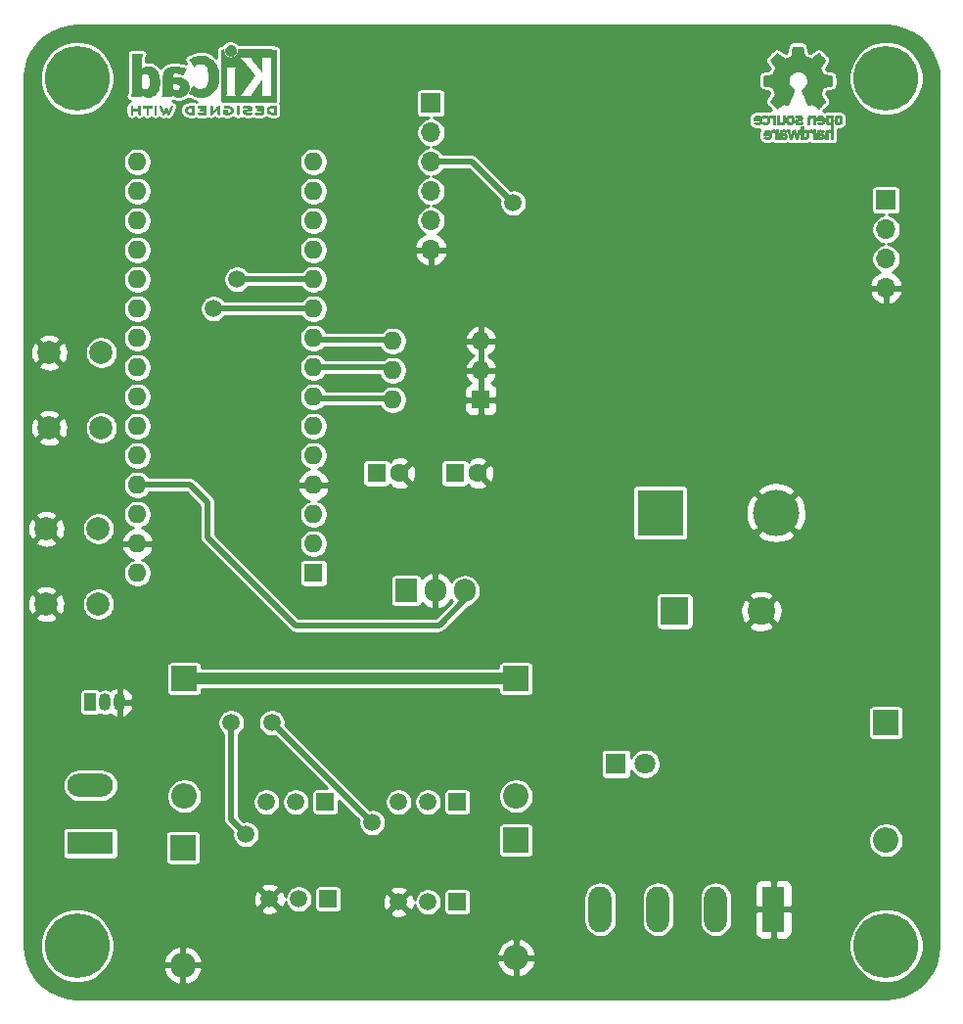
<source format=gbr>
%TF.GenerationSoftware,KiCad,Pcbnew,(5.1.8)-1*%
%TF.CreationDate,2021-07-28T15:43:50+02:00*%
%TF.ProjectId,MotherClock,4d6f7468-6572-4436-9c6f-636b2e6b6963,rev?*%
%TF.SameCoordinates,Original*%
%TF.FileFunction,Copper,L2,Bot*%
%TF.FilePolarity,Positive*%
%FSLAX46Y46*%
G04 Gerber Fmt 4.6, Leading zero omitted, Abs format (unit mm)*
G04 Created by KiCad (PCBNEW (5.1.8)-1) date 2021-07-28 15:43:50*
%MOMM*%
%LPD*%
G01*
G04 APERTURE LIST*
%TA.AperFunction,EtchedComponent*%
%ADD10C,0.010000*%
%TD*%
%TA.AperFunction,ComponentPad*%
%ADD11O,3.960000X1.980000*%
%TD*%
%TA.AperFunction,ComponentPad*%
%ADD12R,3.960000X1.980000*%
%TD*%
%TA.AperFunction,ComponentPad*%
%ADD13R,1.050000X1.500000*%
%TD*%
%TA.AperFunction,ComponentPad*%
%ADD14O,1.050000X1.500000*%
%TD*%
%TA.AperFunction,ComponentPad*%
%ADD15R,1.500000X1.500000*%
%TD*%
%TA.AperFunction,ComponentPad*%
%ADD16C,1.500000*%
%TD*%
%TA.AperFunction,ComponentPad*%
%ADD17O,1.700000X1.700000*%
%TD*%
%TA.AperFunction,ComponentPad*%
%ADD18R,1.700000X1.700000*%
%TD*%
%TA.AperFunction,ComponentPad*%
%ADD19C,2.400000*%
%TD*%
%TA.AperFunction,ComponentPad*%
%ADD20R,2.400000X2.400000*%
%TD*%
%TA.AperFunction,ComponentPad*%
%ADD21C,2.000000*%
%TD*%
%TA.AperFunction,ComponentPad*%
%ADD22O,1.600000X1.600000*%
%TD*%
%TA.AperFunction,ComponentPad*%
%ADD23R,1.600000X1.600000*%
%TD*%
%TA.AperFunction,ComponentPad*%
%ADD24C,5.600000*%
%TD*%
%TA.AperFunction,ComponentPad*%
%ADD25O,1.905000X2.000000*%
%TD*%
%TA.AperFunction,ComponentPad*%
%ADD26R,1.905000X2.000000*%
%TD*%
%TA.AperFunction,ComponentPad*%
%ADD27O,1.980000X3.960000*%
%TD*%
%TA.AperFunction,ComponentPad*%
%ADD28R,1.980000X3.960000*%
%TD*%
%TA.AperFunction,ComponentPad*%
%ADD29O,2.200000X2.200000*%
%TD*%
%TA.AperFunction,ComponentPad*%
%ADD30R,2.200000X2.200000*%
%TD*%
%TA.AperFunction,ComponentPad*%
%ADD31C,1.800000*%
%TD*%
%TA.AperFunction,ComponentPad*%
%ADD32R,1.800000X1.800000*%
%TD*%
%TA.AperFunction,ComponentPad*%
%ADD33C,4.000000*%
%TD*%
%TA.AperFunction,ComponentPad*%
%ADD34R,4.000000X4.000000*%
%TD*%
%TA.AperFunction,ComponentPad*%
%ADD35C,1.600000*%
%TD*%
%TA.AperFunction,ViaPad*%
%ADD36C,1.500000*%
%TD*%
%TA.AperFunction,Conductor*%
%ADD37C,0.500000*%
%TD*%
%TA.AperFunction,Conductor*%
%ADD38C,1.000000*%
%TD*%
%TA.AperFunction,Conductor*%
%ADD39C,0.254000*%
%TD*%
%TA.AperFunction,Conductor*%
%ADD40C,0.100000*%
%TD*%
G04 APERTURE END LIST*
D10*
%TO.C,REF\u002A\u002A*%
G36*
X133883400Y-67593054D02*
G01*
X133872535Y-67706993D01*
X133840918Y-67814616D01*
X133790015Y-67913615D01*
X133721293Y-68001684D01*
X133636219Y-68076516D01*
X133539232Y-68134384D01*
X133432964Y-68174005D01*
X133325950Y-68192573D01*
X133220300Y-68191434D01*
X133118125Y-68171930D01*
X133021534Y-68135406D01*
X132932638Y-68083205D01*
X132853546Y-68016673D01*
X132786369Y-67937152D01*
X132733217Y-67845987D01*
X132696199Y-67744523D01*
X132677427Y-67634102D01*
X132675489Y-67584206D01*
X132675489Y-67496267D01*
X132623560Y-67496267D01*
X132587253Y-67499111D01*
X132560355Y-67510911D01*
X132533249Y-67534649D01*
X132494867Y-67573031D01*
X132494867Y-69764602D01*
X132494876Y-70026739D01*
X132494908Y-70267241D01*
X132494972Y-70487048D01*
X132495076Y-70687101D01*
X132495227Y-70868344D01*
X132495434Y-71031716D01*
X132495706Y-71178160D01*
X132496050Y-71308617D01*
X132496474Y-71424029D01*
X132496987Y-71525338D01*
X132497597Y-71613484D01*
X132498312Y-71689410D01*
X132499140Y-71754057D01*
X132500089Y-71808367D01*
X132501167Y-71853280D01*
X132502383Y-71889740D01*
X132503745Y-71918687D01*
X132505261Y-71941063D01*
X132506938Y-71957809D01*
X132508786Y-71969868D01*
X132510813Y-71978180D01*
X132513025Y-71983687D01*
X132514108Y-71985537D01*
X132518271Y-71992549D01*
X132521805Y-71998996D01*
X132525635Y-72004900D01*
X132530682Y-72010286D01*
X132537871Y-72015178D01*
X132548123Y-72019598D01*
X132562364Y-72023572D01*
X132581514Y-72027121D01*
X132606499Y-72030270D01*
X132638240Y-72033042D01*
X132677662Y-72035461D01*
X132725686Y-72037551D01*
X132783237Y-72039335D01*
X132851237Y-72040837D01*
X132930610Y-72042080D01*
X133022279Y-72043089D01*
X133127166Y-72043885D01*
X133246196Y-72044494D01*
X133380290Y-72044939D01*
X133530373Y-72045243D01*
X133697367Y-72045430D01*
X133882196Y-72045524D01*
X134085783Y-72045548D01*
X134309050Y-72045525D01*
X134552922Y-72045480D01*
X134818321Y-72045437D01*
X134856704Y-72045432D01*
X135123682Y-72045389D01*
X135369002Y-72045318D01*
X135593583Y-72045213D01*
X135798345Y-72045066D01*
X135984206Y-72044869D01*
X136152088Y-72044616D01*
X136302908Y-72044300D01*
X136437587Y-72043913D01*
X136557044Y-72043447D01*
X136662199Y-72042897D01*
X136753971Y-72042253D01*
X136833279Y-72041511D01*
X136901043Y-72040661D01*
X136958182Y-72039697D01*
X137005617Y-72038611D01*
X137044266Y-72037397D01*
X137075049Y-72036047D01*
X137098885Y-72034555D01*
X137116694Y-72032911D01*
X137129395Y-72031111D01*
X137137908Y-72029145D01*
X137142266Y-72027477D01*
X137150728Y-72023906D01*
X137158497Y-72021270D01*
X137165602Y-72018634D01*
X137172073Y-72015062D01*
X137177939Y-72009621D01*
X137183229Y-72001375D01*
X137187974Y-71989390D01*
X137192202Y-71972731D01*
X137195943Y-71950463D01*
X137199227Y-71921652D01*
X137202083Y-71885363D01*
X137204540Y-71840661D01*
X137206629Y-71786611D01*
X137208378Y-71722279D01*
X137209817Y-71646730D01*
X137210976Y-71559030D01*
X137211883Y-71458243D01*
X137212569Y-71343434D01*
X137213063Y-71213670D01*
X137213395Y-71068015D01*
X137213593Y-70905535D01*
X137213687Y-70725295D01*
X137213708Y-70526360D01*
X137213685Y-70307796D01*
X137213646Y-70068668D01*
X137213622Y-69808040D01*
X137213622Y-69765889D01*
X137213636Y-69502992D01*
X137213661Y-69261732D01*
X137213671Y-69041165D01*
X137213642Y-68840352D01*
X137213548Y-68658349D01*
X137213362Y-68494216D01*
X137213059Y-68347011D01*
X137212614Y-68215792D01*
X137212034Y-68105867D01*
X136909197Y-68105867D01*
X136869407Y-68163711D01*
X136858236Y-68179479D01*
X136848166Y-68193441D01*
X136839138Y-68206784D01*
X136831097Y-68220693D01*
X136823986Y-68236356D01*
X136817747Y-68254958D01*
X136812325Y-68277686D01*
X136807662Y-68305727D01*
X136803701Y-68340267D01*
X136800385Y-68382492D01*
X136797659Y-68433589D01*
X136795464Y-68494744D01*
X136793745Y-68567144D01*
X136792444Y-68651975D01*
X136791505Y-68750422D01*
X136790870Y-68863674D01*
X136790484Y-68992916D01*
X136790288Y-69139334D01*
X136790227Y-69304116D01*
X136790243Y-69488447D01*
X136790280Y-69693513D01*
X136790289Y-69816133D01*
X136790265Y-70033082D01*
X136790231Y-70228642D01*
X136790243Y-70403999D01*
X136790358Y-70560341D01*
X136790630Y-70698857D01*
X136791118Y-70820734D01*
X136791876Y-70927160D01*
X136792962Y-71019322D01*
X136794431Y-71098409D01*
X136796340Y-71165608D01*
X136798744Y-71222107D01*
X136801701Y-71269093D01*
X136805266Y-71307755D01*
X136809495Y-71339280D01*
X136814446Y-71364855D01*
X136820173Y-71385670D01*
X136826733Y-71402911D01*
X136834183Y-71417765D01*
X136842579Y-71431422D01*
X136851976Y-71445069D01*
X136862432Y-71459893D01*
X136868523Y-71468783D01*
X136907296Y-71526400D01*
X136375732Y-71526400D01*
X136252483Y-71526365D01*
X136149987Y-71526215D01*
X136066420Y-71525878D01*
X135999956Y-71525286D01*
X135948771Y-71524367D01*
X135911041Y-71523051D01*
X135884940Y-71521269D01*
X135868644Y-71518951D01*
X135860328Y-71516026D01*
X135858168Y-71512424D01*
X135860339Y-71508075D01*
X135861535Y-71506645D01*
X135886685Y-71469573D01*
X135912583Y-71416772D01*
X135936192Y-71354770D01*
X135944461Y-71328357D01*
X135949078Y-71310416D01*
X135952979Y-71289355D01*
X135956248Y-71263089D01*
X135958966Y-71229532D01*
X135961215Y-71186599D01*
X135963077Y-71132204D01*
X135964636Y-71064262D01*
X135965972Y-70980688D01*
X135967169Y-70879395D01*
X135968308Y-70758300D01*
X135968685Y-70713600D01*
X135969702Y-70588449D01*
X135970460Y-70484082D01*
X135970903Y-70398707D01*
X135970970Y-70330533D01*
X135970605Y-70277765D01*
X135969748Y-70238614D01*
X135968341Y-70211285D01*
X135966325Y-70193986D01*
X135963643Y-70184926D01*
X135960236Y-70182312D01*
X135956044Y-70184351D01*
X135951571Y-70188667D01*
X135941216Y-70201602D01*
X135919158Y-70230676D01*
X135886957Y-70273759D01*
X135846174Y-70328718D01*
X135798370Y-70393423D01*
X135745105Y-70465742D01*
X135687940Y-70543544D01*
X135628437Y-70624698D01*
X135568155Y-70707072D01*
X135508655Y-70788536D01*
X135451498Y-70866957D01*
X135398245Y-70940204D01*
X135350457Y-71006147D01*
X135309693Y-71062654D01*
X135277516Y-71107593D01*
X135255485Y-71138834D01*
X135250917Y-71145466D01*
X135227996Y-71182369D01*
X135201188Y-71230359D01*
X135175789Y-71279897D01*
X135172568Y-71286577D01*
X135150890Y-71334772D01*
X135138304Y-71372334D01*
X135132574Y-71408160D01*
X135131456Y-71450200D01*
X135132090Y-71526400D01*
X133977651Y-71526400D01*
X134068815Y-71432669D01*
X134115612Y-71382775D01*
X134165899Y-71326295D01*
X134211944Y-71272026D01*
X134232369Y-71246673D01*
X134262807Y-71207128D01*
X134302862Y-71153916D01*
X134351361Y-71088667D01*
X134407135Y-71013011D01*
X134469011Y-70928577D01*
X134535819Y-70836994D01*
X134606387Y-70739892D01*
X134679545Y-70638901D01*
X134754121Y-70535650D01*
X134828944Y-70431768D01*
X134902843Y-70328885D01*
X134974646Y-70228631D01*
X135043184Y-70132636D01*
X135107284Y-70042527D01*
X135165775Y-69959936D01*
X135217486Y-69886492D01*
X135261247Y-69823824D01*
X135295885Y-69773561D01*
X135320230Y-69737334D01*
X135333111Y-69716771D01*
X135334869Y-69712668D01*
X135326910Y-69701342D01*
X135306115Y-69674162D01*
X135273847Y-69632829D01*
X135231470Y-69579044D01*
X135180347Y-69514506D01*
X135121841Y-69440918D01*
X135057314Y-69359978D01*
X134988131Y-69273388D01*
X134915653Y-69182848D01*
X134841246Y-69090060D01*
X134781517Y-69015702D01*
X133770511Y-69015702D01*
X133764602Y-69028659D01*
X133750272Y-69050908D01*
X133749225Y-69052391D01*
X133730438Y-69082544D01*
X133710791Y-69119375D01*
X133706892Y-69127511D01*
X133703356Y-69135940D01*
X133700230Y-69146059D01*
X133697486Y-69159260D01*
X133695092Y-69176938D01*
X133693019Y-69200484D01*
X133691235Y-69231293D01*
X133689712Y-69270757D01*
X133688419Y-69320269D01*
X133687326Y-69381223D01*
X133686403Y-69455011D01*
X133685619Y-69543028D01*
X133684945Y-69646665D01*
X133684350Y-69767316D01*
X133683805Y-69906374D01*
X133683279Y-70065232D01*
X133682745Y-70244089D01*
X133682206Y-70429207D01*
X133681772Y-70593145D01*
X133681509Y-70737303D01*
X133681484Y-70863079D01*
X133681765Y-70971871D01*
X133682419Y-71065077D01*
X133683514Y-71144097D01*
X133685118Y-71210328D01*
X133687297Y-71265170D01*
X133690119Y-71310021D01*
X133693651Y-71346278D01*
X133697961Y-71375341D01*
X133703117Y-71398609D01*
X133709185Y-71417479D01*
X133716233Y-71433351D01*
X133724329Y-71447622D01*
X133733540Y-71461691D01*
X133742040Y-71474158D01*
X133759176Y-71500452D01*
X133769322Y-71518037D01*
X133770511Y-71521257D01*
X133759604Y-71522334D01*
X133728411Y-71523335D01*
X133679223Y-71524235D01*
X133614333Y-71525010D01*
X133536030Y-71525637D01*
X133446607Y-71526091D01*
X133348356Y-71526349D01*
X133279445Y-71526400D01*
X133174452Y-71526180D01*
X133077610Y-71525548D01*
X132991107Y-71524549D01*
X132917132Y-71523227D01*
X132857874Y-71521626D01*
X132815520Y-71519791D01*
X132792260Y-71517765D01*
X132788378Y-71516493D01*
X132796076Y-71501591D01*
X132804074Y-71493560D01*
X132817246Y-71476434D01*
X132834485Y-71446183D01*
X132846407Y-71421622D01*
X132873045Y-71362711D01*
X132876120Y-70185845D01*
X132879195Y-69008978D01*
X133324853Y-69008978D01*
X133422670Y-69009142D01*
X133513064Y-69009611D01*
X133593630Y-69010347D01*
X133661962Y-69011316D01*
X133715656Y-69012480D01*
X133752305Y-69013803D01*
X133769504Y-69015249D01*
X133770511Y-69015702D01*
X134781517Y-69015702D01*
X134766270Y-68996722D01*
X134692090Y-68904537D01*
X134620069Y-68815204D01*
X134551569Y-68730424D01*
X134487955Y-68651898D01*
X134430588Y-68581326D01*
X134380833Y-68520409D01*
X134340052Y-68470847D01*
X134322888Y-68450178D01*
X134236596Y-68349516D01*
X134159997Y-68266259D01*
X134091183Y-68198438D01*
X134028248Y-68144089D01*
X134018867Y-68136722D01*
X133979356Y-68106117D01*
X135111116Y-68105867D01*
X135105827Y-68153844D01*
X135109130Y-68211188D01*
X135130661Y-68279463D01*
X135170635Y-68359212D01*
X135215943Y-68431495D01*
X135232161Y-68454140D01*
X135260214Y-68491696D01*
X135298430Y-68542021D01*
X135345137Y-68602973D01*
X135398661Y-68672411D01*
X135457331Y-68748194D01*
X135519475Y-68828180D01*
X135583421Y-68910228D01*
X135647495Y-68992196D01*
X135710027Y-69071943D01*
X135769343Y-69147327D01*
X135823771Y-69216207D01*
X135871639Y-69276442D01*
X135911275Y-69325889D01*
X135941006Y-69362408D01*
X135959161Y-69383858D01*
X135962220Y-69387156D01*
X135965079Y-69379149D01*
X135967293Y-69348855D01*
X135968857Y-69296556D01*
X135969767Y-69222531D01*
X135970020Y-69127063D01*
X135969613Y-69010434D01*
X135968704Y-68890445D01*
X135967382Y-68758333D01*
X135965857Y-68646594D01*
X135963881Y-68553025D01*
X135961206Y-68475419D01*
X135957582Y-68411574D01*
X135952761Y-68359283D01*
X135946494Y-68316344D01*
X135938532Y-68280551D01*
X135928627Y-68249700D01*
X135916531Y-68221586D01*
X135901993Y-68194005D01*
X135887311Y-68168966D01*
X135849314Y-68105867D01*
X136909197Y-68105867D01*
X137212034Y-68105867D01*
X137212001Y-68099617D01*
X137211195Y-67997544D01*
X137210170Y-67908633D01*
X137208900Y-67831941D01*
X137207360Y-67766527D01*
X137205524Y-67711449D01*
X137203367Y-67665765D01*
X137200863Y-67628534D01*
X137197987Y-67598813D01*
X137194713Y-67575662D01*
X137191015Y-67558139D01*
X137186869Y-67545301D01*
X137182247Y-67536208D01*
X137177126Y-67529918D01*
X137171478Y-67525488D01*
X137165279Y-67521978D01*
X137158504Y-67518445D01*
X137152508Y-67514876D01*
X137147275Y-67512300D01*
X137139099Y-67509972D01*
X137126886Y-67507878D01*
X137109541Y-67506007D01*
X137085969Y-67504347D01*
X137055077Y-67502884D01*
X137015768Y-67501608D01*
X136966950Y-67500504D01*
X136907527Y-67499561D01*
X136836404Y-67498767D01*
X136752488Y-67498109D01*
X136654683Y-67497575D01*
X136541894Y-67497153D01*
X136413029Y-67496829D01*
X136266991Y-67496592D01*
X136102686Y-67496430D01*
X135919020Y-67496330D01*
X135714897Y-67496280D01*
X135503753Y-67496267D01*
X133883400Y-67496267D01*
X133883400Y-67593054D01*
G37*
X133883400Y-67593054D02*
X133872535Y-67706993D01*
X133840918Y-67814616D01*
X133790015Y-67913615D01*
X133721293Y-68001684D01*
X133636219Y-68076516D01*
X133539232Y-68134384D01*
X133432964Y-68174005D01*
X133325950Y-68192573D01*
X133220300Y-68191434D01*
X133118125Y-68171930D01*
X133021534Y-68135406D01*
X132932638Y-68083205D01*
X132853546Y-68016673D01*
X132786369Y-67937152D01*
X132733217Y-67845987D01*
X132696199Y-67744523D01*
X132677427Y-67634102D01*
X132675489Y-67584206D01*
X132675489Y-67496267D01*
X132623560Y-67496267D01*
X132587253Y-67499111D01*
X132560355Y-67510911D01*
X132533249Y-67534649D01*
X132494867Y-67573031D01*
X132494867Y-69764602D01*
X132494876Y-70026739D01*
X132494908Y-70267241D01*
X132494972Y-70487048D01*
X132495076Y-70687101D01*
X132495227Y-70868344D01*
X132495434Y-71031716D01*
X132495706Y-71178160D01*
X132496050Y-71308617D01*
X132496474Y-71424029D01*
X132496987Y-71525338D01*
X132497597Y-71613484D01*
X132498312Y-71689410D01*
X132499140Y-71754057D01*
X132500089Y-71808367D01*
X132501167Y-71853280D01*
X132502383Y-71889740D01*
X132503745Y-71918687D01*
X132505261Y-71941063D01*
X132506938Y-71957809D01*
X132508786Y-71969868D01*
X132510813Y-71978180D01*
X132513025Y-71983687D01*
X132514108Y-71985537D01*
X132518271Y-71992549D01*
X132521805Y-71998996D01*
X132525635Y-72004900D01*
X132530682Y-72010286D01*
X132537871Y-72015178D01*
X132548123Y-72019598D01*
X132562364Y-72023572D01*
X132581514Y-72027121D01*
X132606499Y-72030270D01*
X132638240Y-72033042D01*
X132677662Y-72035461D01*
X132725686Y-72037551D01*
X132783237Y-72039335D01*
X132851237Y-72040837D01*
X132930610Y-72042080D01*
X133022279Y-72043089D01*
X133127166Y-72043885D01*
X133246196Y-72044494D01*
X133380290Y-72044939D01*
X133530373Y-72045243D01*
X133697367Y-72045430D01*
X133882196Y-72045524D01*
X134085783Y-72045548D01*
X134309050Y-72045525D01*
X134552922Y-72045480D01*
X134818321Y-72045437D01*
X134856704Y-72045432D01*
X135123682Y-72045389D01*
X135369002Y-72045318D01*
X135593583Y-72045213D01*
X135798345Y-72045066D01*
X135984206Y-72044869D01*
X136152088Y-72044616D01*
X136302908Y-72044300D01*
X136437587Y-72043913D01*
X136557044Y-72043447D01*
X136662199Y-72042897D01*
X136753971Y-72042253D01*
X136833279Y-72041511D01*
X136901043Y-72040661D01*
X136958182Y-72039697D01*
X137005617Y-72038611D01*
X137044266Y-72037397D01*
X137075049Y-72036047D01*
X137098885Y-72034555D01*
X137116694Y-72032911D01*
X137129395Y-72031111D01*
X137137908Y-72029145D01*
X137142266Y-72027477D01*
X137150728Y-72023906D01*
X137158497Y-72021270D01*
X137165602Y-72018634D01*
X137172073Y-72015062D01*
X137177939Y-72009621D01*
X137183229Y-72001375D01*
X137187974Y-71989390D01*
X137192202Y-71972731D01*
X137195943Y-71950463D01*
X137199227Y-71921652D01*
X137202083Y-71885363D01*
X137204540Y-71840661D01*
X137206629Y-71786611D01*
X137208378Y-71722279D01*
X137209817Y-71646730D01*
X137210976Y-71559030D01*
X137211883Y-71458243D01*
X137212569Y-71343434D01*
X137213063Y-71213670D01*
X137213395Y-71068015D01*
X137213593Y-70905535D01*
X137213687Y-70725295D01*
X137213708Y-70526360D01*
X137213685Y-70307796D01*
X137213646Y-70068668D01*
X137213622Y-69808040D01*
X137213622Y-69765889D01*
X137213636Y-69502992D01*
X137213661Y-69261732D01*
X137213671Y-69041165D01*
X137213642Y-68840352D01*
X137213548Y-68658349D01*
X137213362Y-68494216D01*
X137213059Y-68347011D01*
X137212614Y-68215792D01*
X137212034Y-68105867D01*
X136909197Y-68105867D01*
X136869407Y-68163711D01*
X136858236Y-68179479D01*
X136848166Y-68193441D01*
X136839138Y-68206784D01*
X136831097Y-68220693D01*
X136823986Y-68236356D01*
X136817747Y-68254958D01*
X136812325Y-68277686D01*
X136807662Y-68305727D01*
X136803701Y-68340267D01*
X136800385Y-68382492D01*
X136797659Y-68433589D01*
X136795464Y-68494744D01*
X136793745Y-68567144D01*
X136792444Y-68651975D01*
X136791505Y-68750422D01*
X136790870Y-68863674D01*
X136790484Y-68992916D01*
X136790288Y-69139334D01*
X136790227Y-69304116D01*
X136790243Y-69488447D01*
X136790280Y-69693513D01*
X136790289Y-69816133D01*
X136790265Y-70033082D01*
X136790231Y-70228642D01*
X136790243Y-70403999D01*
X136790358Y-70560341D01*
X136790630Y-70698857D01*
X136791118Y-70820734D01*
X136791876Y-70927160D01*
X136792962Y-71019322D01*
X136794431Y-71098409D01*
X136796340Y-71165608D01*
X136798744Y-71222107D01*
X136801701Y-71269093D01*
X136805266Y-71307755D01*
X136809495Y-71339280D01*
X136814446Y-71364855D01*
X136820173Y-71385670D01*
X136826733Y-71402911D01*
X136834183Y-71417765D01*
X136842579Y-71431422D01*
X136851976Y-71445069D01*
X136862432Y-71459893D01*
X136868523Y-71468783D01*
X136907296Y-71526400D01*
X136375732Y-71526400D01*
X136252483Y-71526365D01*
X136149987Y-71526215D01*
X136066420Y-71525878D01*
X135999956Y-71525286D01*
X135948771Y-71524367D01*
X135911041Y-71523051D01*
X135884940Y-71521269D01*
X135868644Y-71518951D01*
X135860328Y-71516026D01*
X135858168Y-71512424D01*
X135860339Y-71508075D01*
X135861535Y-71506645D01*
X135886685Y-71469573D01*
X135912583Y-71416772D01*
X135936192Y-71354770D01*
X135944461Y-71328357D01*
X135949078Y-71310416D01*
X135952979Y-71289355D01*
X135956248Y-71263089D01*
X135958966Y-71229532D01*
X135961215Y-71186599D01*
X135963077Y-71132204D01*
X135964636Y-71064262D01*
X135965972Y-70980688D01*
X135967169Y-70879395D01*
X135968308Y-70758300D01*
X135968685Y-70713600D01*
X135969702Y-70588449D01*
X135970460Y-70484082D01*
X135970903Y-70398707D01*
X135970970Y-70330533D01*
X135970605Y-70277765D01*
X135969748Y-70238614D01*
X135968341Y-70211285D01*
X135966325Y-70193986D01*
X135963643Y-70184926D01*
X135960236Y-70182312D01*
X135956044Y-70184351D01*
X135951571Y-70188667D01*
X135941216Y-70201602D01*
X135919158Y-70230676D01*
X135886957Y-70273759D01*
X135846174Y-70328718D01*
X135798370Y-70393423D01*
X135745105Y-70465742D01*
X135687940Y-70543544D01*
X135628437Y-70624698D01*
X135568155Y-70707072D01*
X135508655Y-70788536D01*
X135451498Y-70866957D01*
X135398245Y-70940204D01*
X135350457Y-71006147D01*
X135309693Y-71062654D01*
X135277516Y-71107593D01*
X135255485Y-71138834D01*
X135250917Y-71145466D01*
X135227996Y-71182369D01*
X135201188Y-71230359D01*
X135175789Y-71279897D01*
X135172568Y-71286577D01*
X135150890Y-71334772D01*
X135138304Y-71372334D01*
X135132574Y-71408160D01*
X135131456Y-71450200D01*
X135132090Y-71526400D01*
X133977651Y-71526400D01*
X134068815Y-71432669D01*
X134115612Y-71382775D01*
X134165899Y-71326295D01*
X134211944Y-71272026D01*
X134232369Y-71246673D01*
X134262807Y-71207128D01*
X134302862Y-71153916D01*
X134351361Y-71088667D01*
X134407135Y-71013011D01*
X134469011Y-70928577D01*
X134535819Y-70836994D01*
X134606387Y-70739892D01*
X134679545Y-70638901D01*
X134754121Y-70535650D01*
X134828944Y-70431768D01*
X134902843Y-70328885D01*
X134974646Y-70228631D01*
X135043184Y-70132636D01*
X135107284Y-70042527D01*
X135165775Y-69959936D01*
X135217486Y-69886492D01*
X135261247Y-69823824D01*
X135295885Y-69773561D01*
X135320230Y-69737334D01*
X135333111Y-69716771D01*
X135334869Y-69712668D01*
X135326910Y-69701342D01*
X135306115Y-69674162D01*
X135273847Y-69632829D01*
X135231470Y-69579044D01*
X135180347Y-69514506D01*
X135121841Y-69440918D01*
X135057314Y-69359978D01*
X134988131Y-69273388D01*
X134915653Y-69182848D01*
X134841246Y-69090060D01*
X134781517Y-69015702D01*
X133770511Y-69015702D01*
X133764602Y-69028659D01*
X133750272Y-69050908D01*
X133749225Y-69052391D01*
X133730438Y-69082544D01*
X133710791Y-69119375D01*
X133706892Y-69127511D01*
X133703356Y-69135940D01*
X133700230Y-69146059D01*
X133697486Y-69159260D01*
X133695092Y-69176938D01*
X133693019Y-69200484D01*
X133691235Y-69231293D01*
X133689712Y-69270757D01*
X133688419Y-69320269D01*
X133687326Y-69381223D01*
X133686403Y-69455011D01*
X133685619Y-69543028D01*
X133684945Y-69646665D01*
X133684350Y-69767316D01*
X133683805Y-69906374D01*
X133683279Y-70065232D01*
X133682745Y-70244089D01*
X133682206Y-70429207D01*
X133681772Y-70593145D01*
X133681509Y-70737303D01*
X133681484Y-70863079D01*
X133681765Y-70971871D01*
X133682419Y-71065077D01*
X133683514Y-71144097D01*
X133685118Y-71210328D01*
X133687297Y-71265170D01*
X133690119Y-71310021D01*
X133693651Y-71346278D01*
X133697961Y-71375341D01*
X133703117Y-71398609D01*
X133709185Y-71417479D01*
X133716233Y-71433351D01*
X133724329Y-71447622D01*
X133733540Y-71461691D01*
X133742040Y-71474158D01*
X133759176Y-71500452D01*
X133769322Y-71518037D01*
X133770511Y-71521257D01*
X133759604Y-71522334D01*
X133728411Y-71523335D01*
X133679223Y-71524235D01*
X133614333Y-71525010D01*
X133536030Y-71525637D01*
X133446607Y-71526091D01*
X133348356Y-71526349D01*
X133279445Y-71526400D01*
X133174452Y-71526180D01*
X133077610Y-71525548D01*
X132991107Y-71524549D01*
X132917132Y-71523227D01*
X132857874Y-71521626D01*
X132815520Y-71519791D01*
X132792260Y-71517765D01*
X132788378Y-71516493D01*
X132796076Y-71501591D01*
X132804074Y-71493560D01*
X132817246Y-71476434D01*
X132834485Y-71446183D01*
X132846407Y-71421622D01*
X132873045Y-71362711D01*
X132876120Y-70185845D01*
X132879195Y-69008978D01*
X133324853Y-69008978D01*
X133422670Y-69009142D01*
X133513064Y-69009611D01*
X133593630Y-69010347D01*
X133661962Y-69011316D01*
X133715656Y-69012480D01*
X133752305Y-69013803D01*
X133769504Y-69015249D01*
X133770511Y-69015702D01*
X134781517Y-69015702D01*
X134766270Y-68996722D01*
X134692090Y-68904537D01*
X134620069Y-68815204D01*
X134551569Y-68730424D01*
X134487955Y-68651898D01*
X134430588Y-68581326D01*
X134380833Y-68520409D01*
X134340052Y-68470847D01*
X134322888Y-68450178D01*
X134236596Y-68349516D01*
X134159997Y-68266259D01*
X134091183Y-68198438D01*
X134028248Y-68144089D01*
X134018867Y-68136722D01*
X133979356Y-68106117D01*
X135111116Y-68105867D01*
X135105827Y-68153844D01*
X135109130Y-68211188D01*
X135130661Y-68279463D01*
X135170635Y-68359212D01*
X135215943Y-68431495D01*
X135232161Y-68454140D01*
X135260214Y-68491696D01*
X135298430Y-68542021D01*
X135345137Y-68602973D01*
X135398661Y-68672411D01*
X135457331Y-68748194D01*
X135519475Y-68828180D01*
X135583421Y-68910228D01*
X135647495Y-68992196D01*
X135710027Y-69071943D01*
X135769343Y-69147327D01*
X135823771Y-69216207D01*
X135871639Y-69276442D01*
X135911275Y-69325889D01*
X135941006Y-69362408D01*
X135959161Y-69383858D01*
X135962220Y-69387156D01*
X135965079Y-69379149D01*
X135967293Y-69348855D01*
X135968857Y-69296556D01*
X135969767Y-69222531D01*
X135970020Y-69127063D01*
X135969613Y-69010434D01*
X135968704Y-68890445D01*
X135967382Y-68758333D01*
X135965857Y-68646594D01*
X135963881Y-68553025D01*
X135961206Y-68475419D01*
X135957582Y-68411574D01*
X135952761Y-68359283D01*
X135946494Y-68316344D01*
X135938532Y-68280551D01*
X135928627Y-68249700D01*
X135916531Y-68221586D01*
X135901993Y-68194005D01*
X135887311Y-68168966D01*
X135849314Y-68105867D01*
X136909197Y-68105867D01*
X137212034Y-68105867D01*
X137212001Y-68099617D01*
X137211195Y-67997544D01*
X137210170Y-67908633D01*
X137208900Y-67831941D01*
X137207360Y-67766527D01*
X137205524Y-67711449D01*
X137203367Y-67665765D01*
X137200863Y-67628534D01*
X137197987Y-67598813D01*
X137194713Y-67575662D01*
X137191015Y-67558139D01*
X137186869Y-67545301D01*
X137182247Y-67536208D01*
X137177126Y-67529918D01*
X137171478Y-67525488D01*
X137165279Y-67521978D01*
X137158504Y-67518445D01*
X137152508Y-67514876D01*
X137147275Y-67512300D01*
X137139099Y-67509972D01*
X137126886Y-67507878D01*
X137109541Y-67506007D01*
X137085969Y-67504347D01*
X137055077Y-67502884D01*
X137015768Y-67501608D01*
X136966950Y-67500504D01*
X136907527Y-67499561D01*
X136836404Y-67498767D01*
X136752488Y-67498109D01*
X136654683Y-67497575D01*
X136541894Y-67497153D01*
X136413029Y-67496829D01*
X136266991Y-67496592D01*
X136102686Y-67496430D01*
X135919020Y-67496330D01*
X135714897Y-67496280D01*
X135503753Y-67496267D01*
X133883400Y-67496267D01*
X133883400Y-67593054D01*
G36*
X130608571Y-68053071D02*
G01*
X130448430Y-68074245D01*
X130284490Y-68114385D01*
X130114687Y-68173889D01*
X129936957Y-68253154D01*
X129925690Y-68258699D01*
X129867995Y-68286725D01*
X129816448Y-68310802D01*
X129774809Y-68329249D01*
X129746838Y-68340386D01*
X129737267Y-68342933D01*
X129718050Y-68347941D01*
X129713439Y-68352147D01*
X129718542Y-68362580D01*
X129734582Y-68388868D01*
X129759712Y-68428257D01*
X129792086Y-68477991D01*
X129829857Y-68535315D01*
X129871178Y-68597476D01*
X129914202Y-68661718D01*
X129957083Y-68725285D01*
X129997974Y-68785425D01*
X130035029Y-68839380D01*
X130066400Y-68884397D01*
X130090241Y-68917721D01*
X130104706Y-68936597D01*
X130106691Y-68938787D01*
X130116809Y-68934138D01*
X130139150Y-68916962D01*
X130169720Y-68890440D01*
X130185464Y-68875964D01*
X130281953Y-68800682D01*
X130388664Y-68745241D01*
X130504168Y-68710141D01*
X130627038Y-68695880D01*
X130696439Y-68697051D01*
X130817577Y-68714212D01*
X130926795Y-68750094D01*
X131024418Y-68804959D01*
X131110772Y-68879070D01*
X131186185Y-68972688D01*
X131250982Y-69086076D01*
X131288399Y-69172667D01*
X131332252Y-69308366D01*
X131364572Y-69455850D01*
X131385443Y-69611314D01*
X131394949Y-69770956D01*
X131393173Y-69930973D01*
X131380197Y-70087561D01*
X131356106Y-70236918D01*
X131320982Y-70375240D01*
X131274908Y-70498724D01*
X131258627Y-70532978D01*
X131190380Y-70647064D01*
X131109921Y-70743557D01*
X131018430Y-70821670D01*
X130917089Y-70880617D01*
X130807080Y-70919612D01*
X130689585Y-70937868D01*
X130648117Y-70939211D01*
X130526559Y-70928290D01*
X130406122Y-70895474D01*
X130288334Y-70841439D01*
X130174723Y-70766865D01*
X130083315Y-70688539D01*
X130036785Y-70644008D01*
X129855517Y-70941271D01*
X129810420Y-71015433D01*
X129769181Y-71083646D01*
X129733265Y-71143459D01*
X129704134Y-71192420D01*
X129683250Y-71228079D01*
X129672076Y-71247984D01*
X129670625Y-71251079D01*
X129678854Y-71260718D01*
X129704433Y-71277999D01*
X129744127Y-71301283D01*
X129794703Y-71328934D01*
X129852926Y-71359315D01*
X129915563Y-71390790D01*
X129979379Y-71421722D01*
X130041140Y-71450473D01*
X130097612Y-71475408D01*
X130145562Y-71494889D01*
X130169014Y-71503318D01*
X130302779Y-71541133D01*
X130440673Y-71566136D01*
X130588378Y-71579140D01*
X130715167Y-71581468D01*
X130783122Y-71580373D01*
X130848723Y-71578275D01*
X130906153Y-71575434D01*
X130949597Y-71572106D01*
X130963702Y-71570422D01*
X131102716Y-71541587D01*
X131244243Y-71496468D01*
X131381725Y-71437750D01*
X131508606Y-71368120D01*
X131586111Y-71315441D01*
X131713519Y-71207239D01*
X131831822Y-71080671D01*
X131938828Y-70938866D01*
X132032348Y-70784951D01*
X132110190Y-70622053D01*
X132154044Y-70504756D01*
X132204292Y-70321128D01*
X132237791Y-70126581D01*
X132254551Y-69925325D01*
X132254584Y-69721568D01*
X132237899Y-69519521D01*
X132204507Y-69323392D01*
X132154420Y-69137391D01*
X132150603Y-69125803D01*
X132087719Y-68963750D01*
X132010972Y-68815832D01*
X131917758Y-68677865D01*
X131805473Y-68545661D01*
X131761608Y-68500399D01*
X131625466Y-68376457D01*
X131485509Y-68273915D01*
X131339589Y-68191656D01*
X131185558Y-68128564D01*
X131021268Y-68083523D01*
X130925711Y-68066033D01*
X130766977Y-68050466D01*
X130608571Y-68053071D01*
G37*
X130608571Y-68053071D02*
X130448430Y-68074245D01*
X130284490Y-68114385D01*
X130114687Y-68173889D01*
X129936957Y-68253154D01*
X129925690Y-68258699D01*
X129867995Y-68286725D01*
X129816448Y-68310802D01*
X129774809Y-68329249D01*
X129746838Y-68340386D01*
X129737267Y-68342933D01*
X129718050Y-68347941D01*
X129713439Y-68352147D01*
X129718542Y-68362580D01*
X129734582Y-68388868D01*
X129759712Y-68428257D01*
X129792086Y-68477991D01*
X129829857Y-68535315D01*
X129871178Y-68597476D01*
X129914202Y-68661718D01*
X129957083Y-68725285D01*
X129997974Y-68785425D01*
X130035029Y-68839380D01*
X130066400Y-68884397D01*
X130090241Y-68917721D01*
X130104706Y-68936597D01*
X130106691Y-68938787D01*
X130116809Y-68934138D01*
X130139150Y-68916962D01*
X130169720Y-68890440D01*
X130185464Y-68875964D01*
X130281953Y-68800682D01*
X130388664Y-68745241D01*
X130504168Y-68710141D01*
X130627038Y-68695880D01*
X130696439Y-68697051D01*
X130817577Y-68714212D01*
X130926795Y-68750094D01*
X131024418Y-68804959D01*
X131110772Y-68879070D01*
X131186185Y-68972688D01*
X131250982Y-69086076D01*
X131288399Y-69172667D01*
X131332252Y-69308366D01*
X131364572Y-69455850D01*
X131385443Y-69611314D01*
X131394949Y-69770956D01*
X131393173Y-69930973D01*
X131380197Y-70087561D01*
X131356106Y-70236918D01*
X131320982Y-70375240D01*
X131274908Y-70498724D01*
X131258627Y-70532978D01*
X131190380Y-70647064D01*
X131109921Y-70743557D01*
X131018430Y-70821670D01*
X130917089Y-70880617D01*
X130807080Y-70919612D01*
X130689585Y-70937868D01*
X130648117Y-70939211D01*
X130526559Y-70928290D01*
X130406122Y-70895474D01*
X130288334Y-70841439D01*
X130174723Y-70766865D01*
X130083315Y-70688539D01*
X130036785Y-70644008D01*
X129855517Y-70941271D01*
X129810420Y-71015433D01*
X129769181Y-71083646D01*
X129733265Y-71143459D01*
X129704134Y-71192420D01*
X129683250Y-71228079D01*
X129672076Y-71247984D01*
X129670625Y-71251079D01*
X129678854Y-71260718D01*
X129704433Y-71277999D01*
X129744127Y-71301283D01*
X129794703Y-71328934D01*
X129852926Y-71359315D01*
X129915563Y-71390790D01*
X129979379Y-71421722D01*
X130041140Y-71450473D01*
X130097612Y-71475408D01*
X130145562Y-71494889D01*
X130169014Y-71503318D01*
X130302779Y-71541133D01*
X130440673Y-71566136D01*
X130588378Y-71579140D01*
X130715167Y-71581468D01*
X130783122Y-71580373D01*
X130848723Y-71578275D01*
X130906153Y-71575434D01*
X130949597Y-71572106D01*
X130963702Y-71570422D01*
X131102716Y-71541587D01*
X131244243Y-71496468D01*
X131381725Y-71437750D01*
X131508606Y-71368120D01*
X131586111Y-71315441D01*
X131713519Y-71207239D01*
X131831822Y-71080671D01*
X131938828Y-70938866D01*
X132032348Y-70784951D01*
X132110190Y-70622053D01*
X132154044Y-70504756D01*
X132204292Y-70321128D01*
X132237791Y-70126581D01*
X132254551Y-69925325D01*
X132254584Y-69721568D01*
X132237899Y-69519521D01*
X132204507Y-69323392D01*
X132154420Y-69137391D01*
X132150603Y-69125803D01*
X132087719Y-68963750D01*
X132010972Y-68815832D01*
X131917758Y-68677865D01*
X131805473Y-68545661D01*
X131761608Y-68500399D01*
X131625466Y-68376457D01*
X131485509Y-68273915D01*
X131339589Y-68191656D01*
X131185558Y-68128564D01*
X131021268Y-68083523D01*
X130925711Y-68066033D01*
X130766977Y-68050466D01*
X130608571Y-68053071D01*
G36*
X128263426Y-68970552D02*
G01*
X128111508Y-68990567D01*
X127976244Y-69024202D01*
X127856761Y-69071725D01*
X127752185Y-69133405D01*
X127674576Y-69196965D01*
X127605735Y-69271099D01*
X127551994Y-69350871D01*
X127509090Y-69443091D01*
X127493616Y-69486161D01*
X127480756Y-69525142D01*
X127469554Y-69561289D01*
X127459880Y-69596434D01*
X127451604Y-69632410D01*
X127444597Y-69671050D01*
X127438728Y-69714185D01*
X127433869Y-69763649D01*
X127429890Y-69821273D01*
X127426660Y-69888891D01*
X127424051Y-69968334D01*
X127421933Y-70061436D01*
X127420176Y-70170027D01*
X127418651Y-70295942D01*
X127417228Y-70441012D01*
X127415975Y-70583778D01*
X127414649Y-70739968D01*
X127413444Y-70875239D01*
X127412234Y-70991246D01*
X127410894Y-71089645D01*
X127409300Y-71172093D01*
X127407325Y-71240246D01*
X127404844Y-71295760D01*
X127401731Y-71340292D01*
X127397862Y-71375498D01*
X127393111Y-71403034D01*
X127387352Y-71424556D01*
X127380461Y-71441722D01*
X127372311Y-71456186D01*
X127362777Y-71469606D01*
X127351734Y-71483638D01*
X127347434Y-71489071D01*
X127331614Y-71511910D01*
X127324578Y-71527463D01*
X127324556Y-71527922D01*
X127335433Y-71530121D01*
X127366418Y-71532147D01*
X127415043Y-71533942D01*
X127478837Y-71535451D01*
X127555331Y-71536616D01*
X127642056Y-71537380D01*
X127736543Y-71537686D01*
X127747450Y-71537689D01*
X128170343Y-71537689D01*
X128173605Y-71441622D01*
X128176867Y-71345556D01*
X128238956Y-71396543D01*
X128336286Y-71464057D01*
X128446187Y-71518749D01*
X128532651Y-71548978D01*
X128601722Y-71563666D01*
X128685075Y-71573659D01*
X128774841Y-71578646D01*
X128863155Y-71578313D01*
X128942149Y-71572351D01*
X128978378Y-71566638D01*
X129118397Y-71528776D01*
X129244822Y-71473932D01*
X129356740Y-71402924D01*
X129453238Y-71316568D01*
X129533400Y-71215679D01*
X129596313Y-71101076D01*
X129640688Y-70974984D01*
X129653022Y-70918401D01*
X129660632Y-70856202D01*
X129664261Y-70781363D01*
X129664755Y-70747467D01*
X129664690Y-70744282D01*
X128904752Y-70744282D01*
X128895459Y-70819333D01*
X128867272Y-70883160D01*
X128818803Y-70938798D01*
X128813746Y-70943211D01*
X128765452Y-70978037D01*
X128713743Y-71000620D01*
X128653011Y-71012540D01*
X128577648Y-71015383D01*
X128559541Y-71014978D01*
X128505722Y-71012325D01*
X128465692Y-71006909D01*
X128430676Y-70996745D01*
X128391897Y-70979850D01*
X128381255Y-70974672D01*
X128320604Y-70938844D01*
X128273785Y-70896212D01*
X128261048Y-70880973D01*
X128216378Y-70824462D01*
X128216378Y-70628586D01*
X128216914Y-70549939D01*
X128218604Y-70491988D01*
X128221572Y-70452875D01*
X128225943Y-70430741D01*
X128230028Y-70424274D01*
X128245953Y-70421111D01*
X128279736Y-70418488D01*
X128326660Y-70416655D01*
X128382007Y-70415857D01*
X128390894Y-70415842D01*
X128511670Y-70421096D01*
X128614340Y-70437263D01*
X128700894Y-70464961D01*
X128773319Y-70504808D01*
X128828249Y-70551758D01*
X128872796Y-70609645D01*
X128897520Y-70672693D01*
X128904752Y-70744282D01*
X129664690Y-70744282D01*
X129662822Y-70653712D01*
X129654478Y-70574812D01*
X129638232Y-70503590D01*
X129612595Y-70432864D01*
X129588599Y-70380493D01*
X129529980Y-70285196D01*
X129451883Y-70197170D01*
X129356685Y-70118017D01*
X129246762Y-70049340D01*
X129124490Y-69992741D01*
X128992245Y-69949821D01*
X128927578Y-69934882D01*
X128791396Y-69912777D01*
X128642951Y-69898194D01*
X128491495Y-69891813D01*
X128364936Y-69893445D01*
X128203050Y-69900224D01*
X128210470Y-69841245D01*
X128229762Y-69742092D01*
X128260896Y-69661372D01*
X128304731Y-69598466D01*
X128362129Y-69552756D01*
X128433952Y-69523622D01*
X128521059Y-69510447D01*
X128624314Y-69512611D01*
X128662289Y-69516612D01*
X128803480Y-69541780D01*
X128940293Y-69582814D01*
X129034822Y-69620815D01*
X129079982Y-69640190D01*
X129118415Y-69655760D01*
X129144766Y-69665405D01*
X129152454Y-69667452D01*
X129162198Y-69658374D01*
X129178917Y-69629405D01*
X129202768Y-69580217D01*
X129233907Y-69510484D01*
X129272493Y-69419879D01*
X129279090Y-69404089D01*
X129309147Y-69331772D01*
X129336126Y-69266425D01*
X129358864Y-69210906D01*
X129376194Y-69168072D01*
X129386952Y-69140781D01*
X129390059Y-69131942D01*
X129380060Y-69127187D01*
X129353783Y-69121910D01*
X129325511Y-69118231D01*
X129295354Y-69113474D01*
X129247567Y-69104028D01*
X129186388Y-69090820D01*
X129116054Y-69074776D01*
X129040806Y-69056820D01*
X129012245Y-69049797D01*
X128907184Y-69024209D01*
X128819520Y-69004147D01*
X128744932Y-68988969D01*
X128679097Y-68978035D01*
X128617693Y-68970704D01*
X128556398Y-68966335D01*
X128490890Y-68964287D01*
X128432872Y-68963889D01*
X128263426Y-68970552D01*
G37*
X128263426Y-68970552D02*
X128111508Y-68990567D01*
X127976244Y-69024202D01*
X127856761Y-69071725D01*
X127752185Y-69133405D01*
X127674576Y-69196965D01*
X127605735Y-69271099D01*
X127551994Y-69350871D01*
X127509090Y-69443091D01*
X127493616Y-69486161D01*
X127480756Y-69525142D01*
X127469554Y-69561289D01*
X127459880Y-69596434D01*
X127451604Y-69632410D01*
X127444597Y-69671050D01*
X127438728Y-69714185D01*
X127433869Y-69763649D01*
X127429890Y-69821273D01*
X127426660Y-69888891D01*
X127424051Y-69968334D01*
X127421933Y-70061436D01*
X127420176Y-70170027D01*
X127418651Y-70295942D01*
X127417228Y-70441012D01*
X127415975Y-70583778D01*
X127414649Y-70739968D01*
X127413444Y-70875239D01*
X127412234Y-70991246D01*
X127410894Y-71089645D01*
X127409300Y-71172093D01*
X127407325Y-71240246D01*
X127404844Y-71295760D01*
X127401731Y-71340292D01*
X127397862Y-71375498D01*
X127393111Y-71403034D01*
X127387352Y-71424556D01*
X127380461Y-71441722D01*
X127372311Y-71456186D01*
X127362777Y-71469606D01*
X127351734Y-71483638D01*
X127347434Y-71489071D01*
X127331614Y-71511910D01*
X127324578Y-71527463D01*
X127324556Y-71527922D01*
X127335433Y-71530121D01*
X127366418Y-71532147D01*
X127415043Y-71533942D01*
X127478837Y-71535451D01*
X127555331Y-71536616D01*
X127642056Y-71537380D01*
X127736543Y-71537686D01*
X127747450Y-71537689D01*
X128170343Y-71537689D01*
X128173605Y-71441622D01*
X128176867Y-71345556D01*
X128238956Y-71396543D01*
X128336286Y-71464057D01*
X128446187Y-71518749D01*
X128532651Y-71548978D01*
X128601722Y-71563666D01*
X128685075Y-71573659D01*
X128774841Y-71578646D01*
X128863155Y-71578313D01*
X128942149Y-71572351D01*
X128978378Y-71566638D01*
X129118397Y-71528776D01*
X129244822Y-71473932D01*
X129356740Y-71402924D01*
X129453238Y-71316568D01*
X129533400Y-71215679D01*
X129596313Y-71101076D01*
X129640688Y-70974984D01*
X129653022Y-70918401D01*
X129660632Y-70856202D01*
X129664261Y-70781363D01*
X129664755Y-70747467D01*
X129664690Y-70744282D01*
X128904752Y-70744282D01*
X128895459Y-70819333D01*
X128867272Y-70883160D01*
X128818803Y-70938798D01*
X128813746Y-70943211D01*
X128765452Y-70978037D01*
X128713743Y-71000620D01*
X128653011Y-71012540D01*
X128577648Y-71015383D01*
X128559541Y-71014978D01*
X128505722Y-71012325D01*
X128465692Y-71006909D01*
X128430676Y-70996745D01*
X128391897Y-70979850D01*
X128381255Y-70974672D01*
X128320604Y-70938844D01*
X128273785Y-70896212D01*
X128261048Y-70880973D01*
X128216378Y-70824462D01*
X128216378Y-70628586D01*
X128216914Y-70549939D01*
X128218604Y-70491988D01*
X128221572Y-70452875D01*
X128225943Y-70430741D01*
X128230028Y-70424274D01*
X128245953Y-70421111D01*
X128279736Y-70418488D01*
X128326660Y-70416655D01*
X128382007Y-70415857D01*
X128390894Y-70415842D01*
X128511670Y-70421096D01*
X128614340Y-70437263D01*
X128700894Y-70464961D01*
X128773319Y-70504808D01*
X128828249Y-70551758D01*
X128872796Y-70609645D01*
X128897520Y-70672693D01*
X128904752Y-70744282D01*
X129664690Y-70744282D01*
X129662822Y-70653712D01*
X129654478Y-70574812D01*
X129638232Y-70503590D01*
X129612595Y-70432864D01*
X129588599Y-70380493D01*
X129529980Y-70285196D01*
X129451883Y-70197170D01*
X129356685Y-70118017D01*
X129246762Y-70049340D01*
X129124490Y-69992741D01*
X128992245Y-69949821D01*
X128927578Y-69934882D01*
X128791396Y-69912777D01*
X128642951Y-69898194D01*
X128491495Y-69891813D01*
X128364936Y-69893445D01*
X128203050Y-69900224D01*
X128210470Y-69841245D01*
X128229762Y-69742092D01*
X128260896Y-69661372D01*
X128304731Y-69598466D01*
X128362129Y-69552756D01*
X128433952Y-69523622D01*
X128521059Y-69510447D01*
X128624314Y-69512611D01*
X128662289Y-69516612D01*
X128803480Y-69541780D01*
X128940293Y-69582814D01*
X129034822Y-69620815D01*
X129079982Y-69640190D01*
X129118415Y-69655760D01*
X129144766Y-69665405D01*
X129152454Y-69667452D01*
X129162198Y-69658374D01*
X129178917Y-69629405D01*
X129202768Y-69580217D01*
X129233907Y-69510484D01*
X129272493Y-69419879D01*
X129279090Y-69404089D01*
X129309147Y-69331772D01*
X129336126Y-69266425D01*
X129358864Y-69210906D01*
X129376194Y-69168072D01*
X129386952Y-69140781D01*
X129390059Y-69131942D01*
X129380060Y-69127187D01*
X129353783Y-69121910D01*
X129325511Y-69118231D01*
X129295354Y-69113474D01*
X129247567Y-69104028D01*
X129186388Y-69090820D01*
X129116054Y-69074776D01*
X129040806Y-69056820D01*
X129012245Y-69049797D01*
X128907184Y-69024209D01*
X128819520Y-69004147D01*
X128744932Y-68988969D01*
X128679097Y-68978035D01*
X128617693Y-68970704D01*
X128556398Y-68966335D01*
X128490890Y-68964287D01*
X128432872Y-68963889D01*
X128263426Y-68970552D01*
G36*
X124750493Y-69576245D02*
G01*
X124750474Y-69810662D01*
X124750448Y-70023603D01*
X124750375Y-70216168D01*
X124750218Y-70389459D01*
X124749936Y-70544576D01*
X124749491Y-70682620D01*
X124748844Y-70804692D01*
X124747955Y-70911894D01*
X124746787Y-71005326D01*
X124745299Y-71086090D01*
X124743454Y-71155286D01*
X124741211Y-71214015D01*
X124738531Y-71263379D01*
X124735377Y-71304478D01*
X124731708Y-71338413D01*
X124727487Y-71366286D01*
X124722673Y-71389198D01*
X124717227Y-71408249D01*
X124711112Y-71424540D01*
X124704288Y-71439173D01*
X124696715Y-71453249D01*
X124688355Y-71467868D01*
X124683161Y-71476974D01*
X124648896Y-71537689D01*
X125507045Y-71537689D01*
X125507045Y-71441733D01*
X125507776Y-71398370D01*
X125509728Y-71365205D01*
X125512537Y-71347424D01*
X125513779Y-71345778D01*
X125525201Y-71352662D01*
X125547916Y-71370505D01*
X125570615Y-71389879D01*
X125625200Y-71430614D01*
X125694679Y-71471617D01*
X125771730Y-71509123D01*
X125849035Y-71539364D01*
X125879887Y-71549012D01*
X125948384Y-71563578D01*
X126031236Y-71573539D01*
X126120629Y-71578583D01*
X126208752Y-71578396D01*
X126287793Y-71572666D01*
X126325489Y-71566858D01*
X126463586Y-71528797D01*
X126590887Y-71471073D01*
X126706708Y-71394211D01*
X126810363Y-71298739D01*
X126901167Y-71185179D01*
X126967969Y-71074381D01*
X127022836Y-70957625D01*
X127064837Y-70838276D01*
X127094833Y-70712283D01*
X127113689Y-70575594D01*
X127122268Y-70424158D01*
X127122994Y-70346711D01*
X127120900Y-70289934D01*
X126291783Y-70289934D01*
X126291576Y-70383002D01*
X126288663Y-70470692D01*
X126283000Y-70547772D01*
X126274545Y-70609009D01*
X126271962Y-70621350D01*
X126240160Y-70728633D01*
X126198502Y-70815658D01*
X126146637Y-70882642D01*
X126084219Y-70929805D01*
X126010900Y-70957365D01*
X125926331Y-70965541D01*
X125830165Y-70954551D01*
X125766689Y-70938829D01*
X125717546Y-70920639D01*
X125663417Y-70894791D01*
X125622756Y-70871089D01*
X125552200Y-70824721D01*
X125552200Y-69674530D01*
X125619608Y-69630962D01*
X125698133Y-69590040D01*
X125782319Y-69563389D01*
X125867443Y-69551465D01*
X125948784Y-69554722D01*
X126021620Y-69573615D01*
X126053574Y-69589184D01*
X126111499Y-69632181D01*
X126160456Y-69688953D01*
X126201610Y-69761575D01*
X126236126Y-69852121D01*
X126265167Y-69962666D01*
X126266448Y-69968533D01*
X126276619Y-70030788D01*
X126284261Y-70108594D01*
X126289330Y-70196720D01*
X126291783Y-70289934D01*
X127120900Y-70289934D01*
X127115143Y-70133895D01*
X127093198Y-69938059D01*
X127057214Y-69759332D01*
X127007241Y-69597845D01*
X126943332Y-69453726D01*
X126865538Y-69327106D01*
X126773911Y-69218115D01*
X126668503Y-69126883D01*
X126623338Y-69095932D01*
X126522389Y-69039785D01*
X126419099Y-69000174D01*
X126309011Y-68976014D01*
X126187670Y-68966219D01*
X126095164Y-68967265D01*
X125965510Y-68978231D01*
X125852916Y-69000046D01*
X125754125Y-69033714D01*
X125665879Y-69080236D01*
X125617014Y-69114448D01*
X125587647Y-69136362D01*
X125565957Y-69151333D01*
X125557747Y-69155733D01*
X125556132Y-69144904D01*
X125554841Y-69114251D01*
X125553862Y-69066526D01*
X125553183Y-69004479D01*
X125552790Y-68930862D01*
X125552670Y-68848427D01*
X125552812Y-68759925D01*
X125553203Y-68668107D01*
X125553829Y-68575724D01*
X125554680Y-68485528D01*
X125555740Y-68400271D01*
X125556999Y-68322703D01*
X125558444Y-68255576D01*
X125560062Y-68201641D01*
X125561839Y-68163650D01*
X125562331Y-68156667D01*
X125569908Y-68086251D01*
X125581469Y-68031102D01*
X125599208Y-67983981D01*
X125625318Y-67937647D01*
X125631585Y-67928067D01*
X125656017Y-67891378D01*
X124750689Y-67891378D01*
X124750493Y-69576245D01*
G37*
X124750493Y-69576245D02*
X124750474Y-69810662D01*
X124750448Y-70023603D01*
X124750375Y-70216168D01*
X124750218Y-70389459D01*
X124749936Y-70544576D01*
X124749491Y-70682620D01*
X124748844Y-70804692D01*
X124747955Y-70911894D01*
X124746787Y-71005326D01*
X124745299Y-71086090D01*
X124743454Y-71155286D01*
X124741211Y-71214015D01*
X124738531Y-71263379D01*
X124735377Y-71304478D01*
X124731708Y-71338413D01*
X124727487Y-71366286D01*
X124722673Y-71389198D01*
X124717227Y-71408249D01*
X124711112Y-71424540D01*
X124704288Y-71439173D01*
X124696715Y-71453249D01*
X124688355Y-71467868D01*
X124683161Y-71476974D01*
X124648896Y-71537689D01*
X125507045Y-71537689D01*
X125507045Y-71441733D01*
X125507776Y-71398370D01*
X125509728Y-71365205D01*
X125512537Y-71347424D01*
X125513779Y-71345778D01*
X125525201Y-71352662D01*
X125547916Y-71370505D01*
X125570615Y-71389879D01*
X125625200Y-71430614D01*
X125694679Y-71471617D01*
X125771730Y-71509123D01*
X125849035Y-71539364D01*
X125879887Y-71549012D01*
X125948384Y-71563578D01*
X126031236Y-71573539D01*
X126120629Y-71578583D01*
X126208752Y-71578396D01*
X126287793Y-71572666D01*
X126325489Y-71566858D01*
X126463586Y-71528797D01*
X126590887Y-71471073D01*
X126706708Y-71394211D01*
X126810363Y-71298739D01*
X126901167Y-71185179D01*
X126967969Y-71074381D01*
X127022836Y-70957625D01*
X127064837Y-70838276D01*
X127094833Y-70712283D01*
X127113689Y-70575594D01*
X127122268Y-70424158D01*
X127122994Y-70346711D01*
X127120900Y-70289934D01*
X126291783Y-70289934D01*
X126291576Y-70383002D01*
X126288663Y-70470692D01*
X126283000Y-70547772D01*
X126274545Y-70609009D01*
X126271962Y-70621350D01*
X126240160Y-70728633D01*
X126198502Y-70815658D01*
X126146637Y-70882642D01*
X126084219Y-70929805D01*
X126010900Y-70957365D01*
X125926331Y-70965541D01*
X125830165Y-70954551D01*
X125766689Y-70938829D01*
X125717546Y-70920639D01*
X125663417Y-70894791D01*
X125622756Y-70871089D01*
X125552200Y-70824721D01*
X125552200Y-69674530D01*
X125619608Y-69630962D01*
X125698133Y-69590040D01*
X125782319Y-69563389D01*
X125867443Y-69551465D01*
X125948784Y-69554722D01*
X126021620Y-69573615D01*
X126053574Y-69589184D01*
X126111499Y-69632181D01*
X126160456Y-69688953D01*
X126201610Y-69761575D01*
X126236126Y-69852121D01*
X126265167Y-69962666D01*
X126266448Y-69968533D01*
X126276619Y-70030788D01*
X126284261Y-70108594D01*
X126289330Y-70196720D01*
X126291783Y-70289934D01*
X127120900Y-70289934D01*
X127115143Y-70133895D01*
X127093198Y-69938059D01*
X127057214Y-69759332D01*
X127007241Y-69597845D01*
X126943332Y-69453726D01*
X126865538Y-69327106D01*
X126773911Y-69218115D01*
X126668503Y-69126883D01*
X126623338Y-69095932D01*
X126522389Y-69039785D01*
X126419099Y-69000174D01*
X126309011Y-68976014D01*
X126187670Y-68966219D01*
X126095164Y-68967265D01*
X125965510Y-68978231D01*
X125852916Y-69000046D01*
X125754125Y-69033714D01*
X125665879Y-69080236D01*
X125617014Y-69114448D01*
X125587647Y-69136362D01*
X125565957Y-69151333D01*
X125557747Y-69155733D01*
X125556132Y-69144904D01*
X125554841Y-69114251D01*
X125553862Y-69066526D01*
X125553183Y-69004479D01*
X125552790Y-68930862D01*
X125552670Y-68848427D01*
X125552812Y-68759925D01*
X125553203Y-68668107D01*
X125553829Y-68575724D01*
X125554680Y-68485528D01*
X125555740Y-68400271D01*
X125556999Y-68322703D01*
X125558444Y-68255576D01*
X125560062Y-68201641D01*
X125561839Y-68163650D01*
X125562331Y-68156667D01*
X125569908Y-68086251D01*
X125581469Y-68031102D01*
X125599208Y-67983981D01*
X125625318Y-67937647D01*
X125631585Y-67928067D01*
X125656017Y-67891378D01*
X124750689Y-67891378D01*
X124750493Y-69576245D01*
G36*
X133210043Y-67130571D02*
G01*
X133113768Y-67154809D01*
X133027184Y-67197641D01*
X132952373Y-67257419D01*
X132891418Y-67332494D01*
X132846399Y-67421220D01*
X132820136Y-67517530D01*
X132814286Y-67614795D01*
X132829140Y-67708654D01*
X132862840Y-67796511D01*
X132913528Y-67875770D01*
X132979345Y-67943836D01*
X133058434Y-67998112D01*
X133148934Y-68036002D01*
X133200200Y-68048426D01*
X133244698Y-68055947D01*
X133278999Y-68058919D01*
X133311960Y-68057094D01*
X133352434Y-68050225D01*
X133385531Y-68043250D01*
X133478947Y-68011741D01*
X133562619Y-67960617D01*
X133634665Y-67891429D01*
X133693200Y-67805728D01*
X133707148Y-67778489D01*
X133723586Y-67742122D01*
X133733894Y-67711582D01*
X133739460Y-67679450D01*
X133741669Y-67638307D01*
X133741948Y-67592222D01*
X133737861Y-67507865D01*
X133724446Y-67438586D01*
X133699256Y-67377961D01*
X133659846Y-67319567D01*
X133621298Y-67275302D01*
X133549406Y-67209484D01*
X133474313Y-67164053D01*
X133391562Y-67136850D01*
X133313928Y-67126576D01*
X133210043Y-67130571D01*
G37*
X133210043Y-67130571D02*
X133113768Y-67154809D01*
X133027184Y-67197641D01*
X132952373Y-67257419D01*
X132891418Y-67332494D01*
X132846399Y-67421220D01*
X132820136Y-67517530D01*
X132814286Y-67614795D01*
X132829140Y-67708654D01*
X132862840Y-67796511D01*
X132913528Y-67875770D01*
X132979345Y-67943836D01*
X133058434Y-67998112D01*
X133148934Y-68036002D01*
X133200200Y-68048426D01*
X133244698Y-68055947D01*
X133278999Y-68058919D01*
X133311960Y-68057094D01*
X133352434Y-68050225D01*
X133385531Y-68043250D01*
X133478947Y-68011741D01*
X133562619Y-67960617D01*
X133634665Y-67891429D01*
X133693200Y-67805728D01*
X133707148Y-67778489D01*
X133723586Y-67742122D01*
X133733894Y-67711582D01*
X133739460Y-67679450D01*
X133741669Y-67638307D01*
X133741948Y-67592222D01*
X133737861Y-67507865D01*
X133724446Y-67438586D01*
X133699256Y-67377961D01*
X133659846Y-67319567D01*
X133621298Y-67275302D01*
X133549406Y-67209484D01*
X133474313Y-67164053D01*
X133391562Y-67136850D01*
X133313928Y-67126576D01*
X133210043Y-67130571D01*
G36*
X137058371Y-72373066D02*
G01*
X137018889Y-72373467D01*
X136903200Y-72376259D01*
X136806311Y-72384550D01*
X136724919Y-72399232D01*
X136655723Y-72421193D01*
X136595420Y-72451322D01*
X136540708Y-72490510D01*
X136521167Y-72507532D01*
X136488750Y-72547363D01*
X136459520Y-72601413D01*
X136436991Y-72661323D01*
X136424679Y-72718739D01*
X136423400Y-72739956D01*
X136431417Y-72798769D01*
X136452899Y-72863013D01*
X136483999Y-72923821D01*
X136520866Y-72972330D01*
X136526854Y-72978182D01*
X136577579Y-73019321D01*
X136633125Y-73051435D01*
X136696696Y-73075365D01*
X136771494Y-73091953D01*
X136860722Y-73102041D01*
X136967582Y-73106469D01*
X137016528Y-73106845D01*
X137078762Y-73106545D01*
X137122528Y-73105292D01*
X137151931Y-73102554D01*
X137171079Y-73097801D01*
X137184077Y-73090501D01*
X137191045Y-73084267D01*
X137197626Y-73076694D01*
X137202788Y-73066924D01*
X137206703Y-73052340D01*
X137209543Y-73030326D01*
X137211480Y-72998264D01*
X137212684Y-72953536D01*
X137213328Y-72893526D01*
X137213583Y-72815617D01*
X137213622Y-72739956D01*
X137213870Y-72639041D01*
X137213817Y-72558427D01*
X137212857Y-72519822D01*
X137066867Y-72519822D01*
X137066867Y-72960089D01*
X136973734Y-72960004D01*
X136917693Y-72958396D01*
X136858999Y-72954256D01*
X136810028Y-72948464D01*
X136808538Y-72948226D01*
X136729392Y-72929090D01*
X136668002Y-72899287D01*
X136621305Y-72856878D01*
X136591635Y-72810961D01*
X136573353Y-72760026D01*
X136574771Y-72712200D01*
X136595988Y-72660933D01*
X136637489Y-72607899D01*
X136694998Y-72568600D01*
X136769750Y-72542331D01*
X136819708Y-72533035D01*
X136876416Y-72526507D01*
X136936519Y-72521782D01*
X136987639Y-72519817D01*
X136990667Y-72519808D01*
X137066867Y-72519822D01*
X137212857Y-72519822D01*
X137212260Y-72495851D01*
X137207998Y-72449055D01*
X137199830Y-72415778D01*
X137186556Y-72393759D01*
X137166974Y-72380739D01*
X137139883Y-72374457D01*
X137104082Y-72372653D01*
X137058371Y-72373066D01*
G37*
X137058371Y-72373066D02*
X137018889Y-72373467D01*
X136903200Y-72376259D01*
X136806311Y-72384550D01*
X136724919Y-72399232D01*
X136655723Y-72421193D01*
X136595420Y-72451322D01*
X136540708Y-72490510D01*
X136521167Y-72507532D01*
X136488750Y-72547363D01*
X136459520Y-72601413D01*
X136436991Y-72661323D01*
X136424679Y-72718739D01*
X136423400Y-72739956D01*
X136431417Y-72798769D01*
X136452899Y-72863013D01*
X136483999Y-72923821D01*
X136520866Y-72972330D01*
X136526854Y-72978182D01*
X136577579Y-73019321D01*
X136633125Y-73051435D01*
X136696696Y-73075365D01*
X136771494Y-73091953D01*
X136860722Y-73102041D01*
X136967582Y-73106469D01*
X137016528Y-73106845D01*
X137078762Y-73106545D01*
X137122528Y-73105292D01*
X137151931Y-73102554D01*
X137171079Y-73097801D01*
X137184077Y-73090501D01*
X137191045Y-73084267D01*
X137197626Y-73076694D01*
X137202788Y-73066924D01*
X137206703Y-73052340D01*
X137209543Y-73030326D01*
X137211480Y-72998264D01*
X137212684Y-72953536D01*
X137213328Y-72893526D01*
X137213583Y-72815617D01*
X137213622Y-72739956D01*
X137213870Y-72639041D01*
X137213817Y-72558427D01*
X137212857Y-72519822D01*
X137066867Y-72519822D01*
X137066867Y-72960089D01*
X136973734Y-72960004D01*
X136917693Y-72958396D01*
X136858999Y-72954256D01*
X136810028Y-72948464D01*
X136808538Y-72948226D01*
X136729392Y-72929090D01*
X136668002Y-72899287D01*
X136621305Y-72856878D01*
X136591635Y-72810961D01*
X136573353Y-72760026D01*
X136574771Y-72712200D01*
X136595988Y-72660933D01*
X136637489Y-72607899D01*
X136694998Y-72568600D01*
X136769750Y-72542331D01*
X136819708Y-72533035D01*
X136876416Y-72526507D01*
X136936519Y-72521782D01*
X136987639Y-72519817D01*
X136990667Y-72519808D01*
X137066867Y-72519822D01*
X137212857Y-72519822D01*
X137212260Y-72495851D01*
X137207998Y-72449055D01*
X137199830Y-72415778D01*
X137186556Y-72393759D01*
X137166974Y-72380739D01*
X137139883Y-72374457D01*
X137104082Y-72372653D01*
X137058371Y-72373066D01*
G36*
X135649794Y-72373146D02*
G01*
X135580386Y-72373518D01*
X135527997Y-72374385D01*
X135489847Y-72375946D01*
X135463159Y-72378403D01*
X135445153Y-72381957D01*
X135433049Y-72386810D01*
X135424069Y-72393161D01*
X135420818Y-72396084D01*
X135401043Y-72427142D01*
X135397482Y-72462828D01*
X135410491Y-72494510D01*
X135416506Y-72500913D01*
X135426235Y-72507121D01*
X135441901Y-72511910D01*
X135466408Y-72515514D01*
X135502661Y-72518164D01*
X135553565Y-72520095D01*
X135622026Y-72521539D01*
X135684617Y-72522418D01*
X135932334Y-72525467D01*
X135935719Y-72590378D01*
X135939105Y-72655289D01*
X135770958Y-72655289D01*
X135697959Y-72655919D01*
X135644517Y-72658553D01*
X135607628Y-72664309D01*
X135584288Y-72674304D01*
X135571494Y-72689656D01*
X135566242Y-72711482D01*
X135565445Y-72731738D01*
X135567923Y-72756592D01*
X135577277Y-72774906D01*
X135596383Y-72787637D01*
X135628118Y-72795741D01*
X135675359Y-72800176D01*
X135740983Y-72801899D01*
X135776801Y-72802045D01*
X135937978Y-72802045D01*
X135937978Y-72960089D01*
X135689622Y-72960089D01*
X135608213Y-72960202D01*
X135546342Y-72960712D01*
X135500968Y-72961870D01*
X135469054Y-72963930D01*
X135447559Y-72967146D01*
X135433443Y-72971772D01*
X135423668Y-72978059D01*
X135418689Y-72982667D01*
X135401610Y-73009560D01*
X135396111Y-73033467D01*
X135403963Y-73062667D01*
X135418689Y-73084267D01*
X135426546Y-73091066D01*
X135436688Y-73096346D01*
X135451844Y-73100298D01*
X135474741Y-73103113D01*
X135508109Y-73104982D01*
X135554675Y-73106098D01*
X135617167Y-73106651D01*
X135698314Y-73106833D01*
X135740422Y-73106845D01*
X135830598Y-73106765D01*
X135900924Y-73106398D01*
X135954129Y-73105552D01*
X135992940Y-73104036D01*
X136020087Y-73101659D01*
X136038298Y-73098229D01*
X136050300Y-73093554D01*
X136058822Y-73087444D01*
X136062156Y-73084267D01*
X136068755Y-73076670D01*
X136073927Y-73066870D01*
X136077846Y-73052239D01*
X136080684Y-73030152D01*
X136082615Y-72997982D01*
X136083812Y-72953103D01*
X136084448Y-72892889D01*
X136084697Y-72814713D01*
X136084734Y-72741923D01*
X136084700Y-72648707D01*
X136084465Y-72575431D01*
X136083830Y-72519458D01*
X136082594Y-72478151D01*
X136080556Y-72448872D01*
X136077517Y-72428984D01*
X136073277Y-72415850D01*
X136067635Y-72406832D01*
X136060391Y-72399293D01*
X136058606Y-72397612D01*
X136049945Y-72390172D01*
X136039882Y-72384409D01*
X136025625Y-72380112D01*
X136004383Y-72377064D01*
X135973364Y-72375051D01*
X135929777Y-72373860D01*
X135870831Y-72373275D01*
X135793734Y-72373083D01*
X135739001Y-72373067D01*
X135649794Y-72373146D01*
G37*
X135649794Y-72373146D02*
X135580386Y-72373518D01*
X135527997Y-72374385D01*
X135489847Y-72375946D01*
X135463159Y-72378403D01*
X135445153Y-72381957D01*
X135433049Y-72386810D01*
X135424069Y-72393161D01*
X135420818Y-72396084D01*
X135401043Y-72427142D01*
X135397482Y-72462828D01*
X135410491Y-72494510D01*
X135416506Y-72500913D01*
X135426235Y-72507121D01*
X135441901Y-72511910D01*
X135466408Y-72515514D01*
X135502661Y-72518164D01*
X135553565Y-72520095D01*
X135622026Y-72521539D01*
X135684617Y-72522418D01*
X135932334Y-72525467D01*
X135935719Y-72590378D01*
X135939105Y-72655289D01*
X135770958Y-72655289D01*
X135697959Y-72655919D01*
X135644517Y-72658553D01*
X135607628Y-72664309D01*
X135584288Y-72674304D01*
X135571494Y-72689656D01*
X135566242Y-72711482D01*
X135565445Y-72731738D01*
X135567923Y-72756592D01*
X135577277Y-72774906D01*
X135596383Y-72787637D01*
X135628118Y-72795741D01*
X135675359Y-72800176D01*
X135740983Y-72801899D01*
X135776801Y-72802045D01*
X135937978Y-72802045D01*
X135937978Y-72960089D01*
X135689622Y-72960089D01*
X135608213Y-72960202D01*
X135546342Y-72960712D01*
X135500968Y-72961870D01*
X135469054Y-72963930D01*
X135447559Y-72967146D01*
X135433443Y-72971772D01*
X135423668Y-72978059D01*
X135418689Y-72982667D01*
X135401610Y-73009560D01*
X135396111Y-73033467D01*
X135403963Y-73062667D01*
X135418689Y-73084267D01*
X135426546Y-73091066D01*
X135436688Y-73096346D01*
X135451844Y-73100298D01*
X135474741Y-73103113D01*
X135508109Y-73104982D01*
X135554675Y-73106098D01*
X135617167Y-73106651D01*
X135698314Y-73106833D01*
X135740422Y-73106845D01*
X135830598Y-73106765D01*
X135900924Y-73106398D01*
X135954129Y-73105552D01*
X135992940Y-73104036D01*
X136020087Y-73101659D01*
X136038298Y-73098229D01*
X136050300Y-73093554D01*
X136058822Y-73087444D01*
X136062156Y-73084267D01*
X136068755Y-73076670D01*
X136073927Y-73066870D01*
X136077846Y-73052239D01*
X136080684Y-73030152D01*
X136082615Y-72997982D01*
X136083812Y-72953103D01*
X136084448Y-72892889D01*
X136084697Y-72814713D01*
X136084734Y-72741923D01*
X136084700Y-72648707D01*
X136084465Y-72575431D01*
X136083830Y-72519458D01*
X136082594Y-72478151D01*
X136080556Y-72448872D01*
X136077517Y-72428984D01*
X136073277Y-72415850D01*
X136067635Y-72406832D01*
X136060391Y-72399293D01*
X136058606Y-72397612D01*
X136049945Y-72390172D01*
X136039882Y-72384409D01*
X136025625Y-72380112D01*
X136004383Y-72377064D01*
X135973364Y-72375051D01*
X135929777Y-72373860D01*
X135870831Y-72373275D01*
X135793734Y-72373083D01*
X135739001Y-72373067D01*
X135649794Y-72373146D01*
G36*
X134628703Y-72374351D02*
G01*
X134553888Y-72379581D01*
X134484306Y-72387750D01*
X134424002Y-72398550D01*
X134377020Y-72411673D01*
X134347406Y-72426813D01*
X134342860Y-72431269D01*
X134327054Y-72465850D01*
X134331847Y-72501351D01*
X134356364Y-72531725D01*
X134357534Y-72532596D01*
X134371954Y-72541954D01*
X134387008Y-72546876D01*
X134408005Y-72547473D01*
X134440257Y-72543861D01*
X134489073Y-72536154D01*
X134493000Y-72535505D01*
X134565739Y-72526569D01*
X134644217Y-72522161D01*
X134722927Y-72522119D01*
X134796361Y-72526279D01*
X134859011Y-72534479D01*
X134905370Y-72546557D01*
X134908416Y-72547771D01*
X134942048Y-72566615D01*
X134953864Y-72585685D01*
X134944614Y-72604439D01*
X134915047Y-72622337D01*
X134865911Y-72638837D01*
X134797957Y-72653396D01*
X134752645Y-72660406D01*
X134658456Y-72673889D01*
X134583544Y-72686214D01*
X134524717Y-72698449D01*
X134478785Y-72711661D01*
X134442555Y-72726917D01*
X134412838Y-72745285D01*
X134386442Y-72767831D01*
X134365230Y-72789971D01*
X134340065Y-72820819D01*
X134327681Y-72847345D01*
X134323808Y-72880026D01*
X134323667Y-72891995D01*
X134326576Y-72931712D01*
X134338202Y-72961259D01*
X134358323Y-72987486D01*
X134399216Y-73027576D01*
X134444817Y-73058149D01*
X134498513Y-73080203D01*
X134563692Y-73094735D01*
X134643744Y-73102741D01*
X134742057Y-73105218D01*
X134758289Y-73105177D01*
X134823849Y-73103818D01*
X134888866Y-73100730D01*
X134946252Y-73096356D01*
X134988922Y-73091140D01*
X134992372Y-73090541D01*
X135034796Y-73080491D01*
X135070780Y-73067796D01*
X135091150Y-73056190D01*
X135110107Y-73025572D01*
X135111427Y-72989918D01*
X135095085Y-72958144D01*
X135091429Y-72954551D01*
X135076315Y-72943876D01*
X135057415Y-72939276D01*
X135028162Y-72940059D01*
X134992651Y-72944127D01*
X134952970Y-72947762D01*
X134897345Y-72950828D01*
X134832406Y-72953053D01*
X134764785Y-72954164D01*
X134747000Y-72954237D01*
X134679128Y-72953964D01*
X134629454Y-72952646D01*
X134593610Y-72949827D01*
X134567224Y-72945050D01*
X134545926Y-72937857D01*
X134533126Y-72931867D01*
X134505000Y-72915233D01*
X134487068Y-72900168D01*
X134484447Y-72895897D01*
X134489976Y-72878263D01*
X134516260Y-72861192D01*
X134561478Y-72845458D01*
X134623808Y-72831838D01*
X134642171Y-72828804D01*
X134738090Y-72813738D01*
X134814641Y-72801146D01*
X134874780Y-72790111D01*
X134921460Y-72779720D01*
X134957637Y-72769056D01*
X134986265Y-72757205D01*
X135010298Y-72743251D01*
X135032692Y-72726281D01*
X135056402Y-72705378D01*
X135064380Y-72698049D01*
X135092353Y-72670699D01*
X135107160Y-72649029D01*
X135112952Y-72624232D01*
X135113889Y-72592983D01*
X135103575Y-72531705D01*
X135072752Y-72479640D01*
X135021595Y-72436958D01*
X134950283Y-72403825D01*
X134899400Y-72388964D01*
X134844100Y-72379366D01*
X134777853Y-72373936D01*
X134704706Y-72372367D01*
X134628703Y-72374351D01*
G37*
X134628703Y-72374351D02*
X134553888Y-72379581D01*
X134484306Y-72387750D01*
X134424002Y-72398550D01*
X134377020Y-72411673D01*
X134347406Y-72426813D01*
X134342860Y-72431269D01*
X134327054Y-72465850D01*
X134331847Y-72501351D01*
X134356364Y-72531725D01*
X134357534Y-72532596D01*
X134371954Y-72541954D01*
X134387008Y-72546876D01*
X134408005Y-72547473D01*
X134440257Y-72543861D01*
X134489073Y-72536154D01*
X134493000Y-72535505D01*
X134565739Y-72526569D01*
X134644217Y-72522161D01*
X134722927Y-72522119D01*
X134796361Y-72526279D01*
X134859011Y-72534479D01*
X134905370Y-72546557D01*
X134908416Y-72547771D01*
X134942048Y-72566615D01*
X134953864Y-72585685D01*
X134944614Y-72604439D01*
X134915047Y-72622337D01*
X134865911Y-72638837D01*
X134797957Y-72653396D01*
X134752645Y-72660406D01*
X134658456Y-72673889D01*
X134583544Y-72686214D01*
X134524717Y-72698449D01*
X134478785Y-72711661D01*
X134442555Y-72726917D01*
X134412838Y-72745285D01*
X134386442Y-72767831D01*
X134365230Y-72789971D01*
X134340065Y-72820819D01*
X134327681Y-72847345D01*
X134323808Y-72880026D01*
X134323667Y-72891995D01*
X134326576Y-72931712D01*
X134338202Y-72961259D01*
X134358323Y-72987486D01*
X134399216Y-73027576D01*
X134444817Y-73058149D01*
X134498513Y-73080203D01*
X134563692Y-73094735D01*
X134643744Y-73102741D01*
X134742057Y-73105218D01*
X134758289Y-73105177D01*
X134823849Y-73103818D01*
X134888866Y-73100730D01*
X134946252Y-73096356D01*
X134988922Y-73091140D01*
X134992372Y-73090541D01*
X135034796Y-73080491D01*
X135070780Y-73067796D01*
X135091150Y-73056190D01*
X135110107Y-73025572D01*
X135111427Y-72989918D01*
X135095085Y-72958144D01*
X135091429Y-72954551D01*
X135076315Y-72943876D01*
X135057415Y-72939276D01*
X135028162Y-72940059D01*
X134992651Y-72944127D01*
X134952970Y-72947762D01*
X134897345Y-72950828D01*
X134832406Y-72953053D01*
X134764785Y-72954164D01*
X134747000Y-72954237D01*
X134679128Y-72953964D01*
X134629454Y-72952646D01*
X134593610Y-72949827D01*
X134567224Y-72945050D01*
X134545926Y-72937857D01*
X134533126Y-72931867D01*
X134505000Y-72915233D01*
X134487068Y-72900168D01*
X134484447Y-72895897D01*
X134489976Y-72878263D01*
X134516260Y-72861192D01*
X134561478Y-72845458D01*
X134623808Y-72831838D01*
X134642171Y-72828804D01*
X134738090Y-72813738D01*
X134814641Y-72801146D01*
X134874780Y-72790111D01*
X134921460Y-72779720D01*
X134957637Y-72769056D01*
X134986265Y-72757205D01*
X135010298Y-72743251D01*
X135032692Y-72726281D01*
X135056402Y-72705378D01*
X135064380Y-72698049D01*
X135092353Y-72670699D01*
X135107160Y-72649029D01*
X135112952Y-72624232D01*
X135113889Y-72592983D01*
X135103575Y-72531705D01*
X135072752Y-72479640D01*
X135021595Y-72436958D01*
X134950283Y-72403825D01*
X134899400Y-72388964D01*
X134844100Y-72379366D01*
X134777853Y-72373936D01*
X134704706Y-72372367D01*
X134628703Y-72374351D01*
G36*
X133860822Y-72395645D02*
G01*
X133854242Y-72403218D01*
X133849079Y-72412987D01*
X133845164Y-72427571D01*
X133842324Y-72449585D01*
X133840387Y-72481648D01*
X133839183Y-72526375D01*
X133838539Y-72586385D01*
X133838284Y-72664294D01*
X133838245Y-72739956D01*
X133838314Y-72833802D01*
X133838638Y-72907689D01*
X133839386Y-72964232D01*
X133840732Y-73006049D01*
X133842846Y-73035757D01*
X133845900Y-73055973D01*
X133850066Y-73069314D01*
X133855516Y-73078398D01*
X133860822Y-73084267D01*
X133893826Y-73103947D01*
X133928991Y-73102181D01*
X133960455Y-73080717D01*
X133967684Y-73072337D01*
X133973334Y-73062614D01*
X133977599Y-73048861D01*
X133980673Y-73028389D01*
X133982752Y-72998512D01*
X133984030Y-72956541D01*
X133984701Y-72899789D01*
X133984959Y-72825567D01*
X133985000Y-72741537D01*
X133985000Y-72428485D01*
X133957291Y-72400776D01*
X133923137Y-72377463D01*
X133890006Y-72376623D01*
X133860822Y-72395645D01*
G37*
X133860822Y-72395645D02*
X133854242Y-72403218D01*
X133849079Y-72412987D01*
X133845164Y-72427571D01*
X133842324Y-72449585D01*
X133840387Y-72481648D01*
X133839183Y-72526375D01*
X133838539Y-72586385D01*
X133838284Y-72664294D01*
X133838245Y-72739956D01*
X133838314Y-72833802D01*
X133838638Y-72907689D01*
X133839386Y-72964232D01*
X133840732Y-73006049D01*
X133842846Y-73035757D01*
X133845900Y-73055973D01*
X133850066Y-73069314D01*
X133855516Y-73078398D01*
X133860822Y-73084267D01*
X133893826Y-73103947D01*
X133928991Y-73102181D01*
X133960455Y-73080717D01*
X133967684Y-73072337D01*
X133973334Y-73062614D01*
X133977599Y-73048861D01*
X133980673Y-73028389D01*
X133982752Y-72998512D01*
X133984030Y-72956541D01*
X133984701Y-72899789D01*
X133984959Y-72825567D01*
X133985000Y-72741537D01*
X133985000Y-72428485D01*
X133957291Y-72400776D01*
X133923137Y-72377463D01*
X133890006Y-72376623D01*
X133860822Y-72395645D01*
G36*
X132887081Y-72378599D02*
G01*
X132818565Y-72390095D01*
X132765943Y-72407967D01*
X132731708Y-72431499D01*
X132722379Y-72444924D01*
X132712893Y-72476148D01*
X132719277Y-72504395D01*
X132739430Y-72531182D01*
X132770745Y-72543713D01*
X132816183Y-72542696D01*
X132851326Y-72535906D01*
X132929419Y-72522971D01*
X133009226Y-72521742D01*
X133098555Y-72532241D01*
X133123229Y-72536690D01*
X133206291Y-72560108D01*
X133271273Y-72594945D01*
X133317461Y-72640604D01*
X133344145Y-72696494D01*
X133349663Y-72725388D01*
X133346051Y-72784012D01*
X133322729Y-72835879D01*
X133281824Y-72879978D01*
X133225459Y-72915299D01*
X133155760Y-72940829D01*
X133074852Y-72955559D01*
X132984860Y-72958478D01*
X132887910Y-72948575D01*
X132882436Y-72947641D01*
X132843875Y-72940459D01*
X132822494Y-72933521D01*
X132813227Y-72923227D01*
X132811006Y-72905976D01*
X132810956Y-72896841D01*
X132810956Y-72858489D01*
X132879431Y-72858489D01*
X132939900Y-72854347D01*
X132981165Y-72841147D01*
X133005175Y-72817730D01*
X133013877Y-72782936D01*
X133013983Y-72778394D01*
X133008892Y-72748654D01*
X132991433Y-72727419D01*
X132958939Y-72713366D01*
X132908743Y-72705173D01*
X132860123Y-72702161D01*
X132789456Y-72700433D01*
X132738198Y-72703070D01*
X132703239Y-72712800D01*
X132681470Y-72732353D01*
X132669780Y-72764456D01*
X132665060Y-72811838D01*
X132664200Y-72874071D01*
X132665609Y-72943535D01*
X132669848Y-72990786D01*
X132676936Y-73016012D01*
X132678311Y-73017988D01*
X132717228Y-73049508D01*
X132774286Y-73074470D01*
X132845869Y-73092340D01*
X132928358Y-73102586D01*
X133018139Y-73104673D01*
X133111592Y-73098068D01*
X133166556Y-73089956D01*
X133252766Y-73065554D01*
X133332892Y-73025662D01*
X133399977Y-72973887D01*
X133410173Y-72963539D01*
X133443302Y-72920035D01*
X133473194Y-72866118D01*
X133496357Y-72809592D01*
X133509298Y-72758259D01*
X133510858Y-72738544D01*
X133504218Y-72697419D01*
X133486568Y-72646252D01*
X133461297Y-72592394D01*
X133431789Y-72543195D01*
X133405719Y-72510334D01*
X133344765Y-72461452D01*
X133265969Y-72422545D01*
X133172157Y-72394494D01*
X133066150Y-72378179D01*
X132969000Y-72374192D01*
X132887081Y-72378599D01*
G37*
X132887081Y-72378599D02*
X132818565Y-72390095D01*
X132765943Y-72407967D01*
X132731708Y-72431499D01*
X132722379Y-72444924D01*
X132712893Y-72476148D01*
X132719277Y-72504395D01*
X132739430Y-72531182D01*
X132770745Y-72543713D01*
X132816183Y-72542696D01*
X132851326Y-72535906D01*
X132929419Y-72522971D01*
X133009226Y-72521742D01*
X133098555Y-72532241D01*
X133123229Y-72536690D01*
X133206291Y-72560108D01*
X133271273Y-72594945D01*
X133317461Y-72640604D01*
X133344145Y-72696494D01*
X133349663Y-72725388D01*
X133346051Y-72784012D01*
X133322729Y-72835879D01*
X133281824Y-72879978D01*
X133225459Y-72915299D01*
X133155760Y-72940829D01*
X133074852Y-72955559D01*
X132984860Y-72958478D01*
X132887910Y-72948575D01*
X132882436Y-72947641D01*
X132843875Y-72940459D01*
X132822494Y-72933521D01*
X132813227Y-72923227D01*
X132811006Y-72905976D01*
X132810956Y-72896841D01*
X132810956Y-72858489D01*
X132879431Y-72858489D01*
X132939900Y-72854347D01*
X132981165Y-72841147D01*
X133005175Y-72817730D01*
X133013877Y-72782936D01*
X133013983Y-72778394D01*
X133008892Y-72748654D01*
X132991433Y-72727419D01*
X132958939Y-72713366D01*
X132908743Y-72705173D01*
X132860123Y-72702161D01*
X132789456Y-72700433D01*
X132738198Y-72703070D01*
X132703239Y-72712800D01*
X132681470Y-72732353D01*
X132669780Y-72764456D01*
X132665060Y-72811838D01*
X132664200Y-72874071D01*
X132665609Y-72943535D01*
X132669848Y-72990786D01*
X132676936Y-73016012D01*
X132678311Y-73017988D01*
X132717228Y-73049508D01*
X132774286Y-73074470D01*
X132845869Y-73092340D01*
X132928358Y-73102586D01*
X133018139Y-73104673D01*
X133111592Y-73098068D01*
X133166556Y-73089956D01*
X133252766Y-73065554D01*
X133332892Y-73025662D01*
X133399977Y-72973887D01*
X133410173Y-72963539D01*
X133443302Y-72920035D01*
X133473194Y-72866118D01*
X133496357Y-72809592D01*
X133509298Y-72758259D01*
X133510858Y-72738544D01*
X133504218Y-72697419D01*
X133486568Y-72646252D01*
X133461297Y-72592394D01*
X133431789Y-72543195D01*
X133405719Y-72510334D01*
X133344765Y-72461452D01*
X133265969Y-72422545D01*
X133172157Y-72394494D01*
X133066150Y-72378179D01*
X132969000Y-72374192D01*
X132887081Y-72378599D01*
G36*
X132237114Y-72377448D02*
G01*
X132213548Y-72391273D01*
X132182735Y-72413881D01*
X132143078Y-72446338D01*
X132092980Y-72489708D01*
X132030843Y-72545058D01*
X131955072Y-72613451D01*
X131868334Y-72692084D01*
X131687711Y-72855878D01*
X131682067Y-72636029D01*
X131680029Y-72560351D01*
X131678063Y-72503994D01*
X131675734Y-72463706D01*
X131672606Y-72436235D01*
X131668245Y-72418329D01*
X131662216Y-72406737D01*
X131654084Y-72398208D01*
X131649772Y-72394623D01*
X131615241Y-72375670D01*
X131582383Y-72378441D01*
X131556318Y-72394633D01*
X131529667Y-72416199D01*
X131526352Y-72731151D01*
X131525435Y-72823779D01*
X131524968Y-72896544D01*
X131525113Y-72952161D01*
X131526032Y-72993342D01*
X131527887Y-73022803D01*
X131530839Y-73043255D01*
X131535050Y-73057413D01*
X131540682Y-73067991D01*
X131546927Y-73076474D01*
X131560439Y-73092207D01*
X131573883Y-73102636D01*
X131589124Y-73106639D01*
X131608026Y-73103094D01*
X131632455Y-73090879D01*
X131664273Y-73068871D01*
X131705348Y-73035949D01*
X131757542Y-72990991D01*
X131822722Y-72932875D01*
X131896556Y-72866099D01*
X132161845Y-72625458D01*
X132167489Y-72844589D01*
X132169531Y-72920128D01*
X132171502Y-72976354D01*
X132173839Y-73016524D01*
X132176981Y-73043896D01*
X132181364Y-73061728D01*
X132187424Y-73073279D01*
X132195600Y-73081807D01*
X132199784Y-73085282D01*
X132236765Y-73104372D01*
X132271708Y-73101493D01*
X132302136Y-73077100D01*
X132309097Y-73067286D01*
X132314523Y-73055826D01*
X132318603Y-73039968D01*
X132321529Y-73016963D01*
X132323492Y-72984062D01*
X132324683Y-72938516D01*
X132325292Y-72877573D01*
X132325511Y-72798486D01*
X132325534Y-72739956D01*
X132325460Y-72648407D01*
X132325113Y-72576687D01*
X132324301Y-72522045D01*
X132322833Y-72481732D01*
X132320519Y-72452998D01*
X132317167Y-72433093D01*
X132312588Y-72419268D01*
X132306589Y-72408772D01*
X132302136Y-72402811D01*
X132290850Y-72388691D01*
X132280301Y-72378029D01*
X132268893Y-72371892D01*
X132255030Y-72371343D01*
X132237114Y-72377448D01*
G37*
X132237114Y-72377448D02*
X132213548Y-72391273D01*
X132182735Y-72413881D01*
X132143078Y-72446338D01*
X132092980Y-72489708D01*
X132030843Y-72545058D01*
X131955072Y-72613451D01*
X131868334Y-72692084D01*
X131687711Y-72855878D01*
X131682067Y-72636029D01*
X131680029Y-72560351D01*
X131678063Y-72503994D01*
X131675734Y-72463706D01*
X131672606Y-72436235D01*
X131668245Y-72418329D01*
X131662216Y-72406737D01*
X131654084Y-72398208D01*
X131649772Y-72394623D01*
X131615241Y-72375670D01*
X131582383Y-72378441D01*
X131556318Y-72394633D01*
X131529667Y-72416199D01*
X131526352Y-72731151D01*
X131525435Y-72823779D01*
X131524968Y-72896544D01*
X131525113Y-72952161D01*
X131526032Y-72993342D01*
X131527887Y-73022803D01*
X131530839Y-73043255D01*
X131535050Y-73057413D01*
X131540682Y-73067991D01*
X131546927Y-73076474D01*
X131560439Y-73092207D01*
X131573883Y-73102636D01*
X131589124Y-73106639D01*
X131608026Y-73103094D01*
X131632455Y-73090879D01*
X131664273Y-73068871D01*
X131705348Y-73035949D01*
X131757542Y-72990991D01*
X131822722Y-72932875D01*
X131896556Y-72866099D01*
X132161845Y-72625458D01*
X132167489Y-72844589D01*
X132169531Y-72920128D01*
X132171502Y-72976354D01*
X132173839Y-73016524D01*
X132176981Y-73043896D01*
X132181364Y-73061728D01*
X132187424Y-73073279D01*
X132195600Y-73081807D01*
X132199784Y-73085282D01*
X132236765Y-73104372D01*
X132271708Y-73101493D01*
X132302136Y-73077100D01*
X132309097Y-73067286D01*
X132314523Y-73055826D01*
X132318603Y-73039968D01*
X132321529Y-73016963D01*
X132323492Y-72984062D01*
X132324683Y-72938516D01*
X132325292Y-72877573D01*
X132325511Y-72798486D01*
X132325534Y-72739956D01*
X132325460Y-72648407D01*
X132325113Y-72576687D01*
X132324301Y-72522045D01*
X132322833Y-72481732D01*
X132320519Y-72452998D01*
X132317167Y-72433093D01*
X132312588Y-72419268D01*
X132306589Y-72408772D01*
X132302136Y-72402811D01*
X132290850Y-72388691D01*
X132280301Y-72378029D01*
X132268893Y-72371892D01*
X132255030Y-72371343D01*
X132237114Y-72377448D01*
G36*
X130706657Y-72373260D02*
G01*
X130630299Y-72374174D01*
X130571783Y-72376311D01*
X130528745Y-72380175D01*
X130498817Y-72386267D01*
X130479632Y-72395090D01*
X130468824Y-72407146D01*
X130464027Y-72422939D01*
X130462873Y-72442970D01*
X130462867Y-72445335D01*
X130463869Y-72467992D01*
X130468604Y-72485503D01*
X130479667Y-72498574D01*
X130499652Y-72507913D01*
X130531154Y-72514227D01*
X130576768Y-72518222D01*
X130639087Y-72520606D01*
X130720707Y-72522086D01*
X130745723Y-72522414D01*
X130987800Y-72525467D01*
X130991186Y-72590378D01*
X130994571Y-72655289D01*
X130826424Y-72655289D01*
X130760734Y-72655531D01*
X130713828Y-72656556D01*
X130681917Y-72658811D01*
X130661209Y-72662742D01*
X130647916Y-72668798D01*
X130638245Y-72677424D01*
X130638183Y-72677493D01*
X130620644Y-72711112D01*
X130621278Y-72747448D01*
X130639686Y-72778423D01*
X130643329Y-72781607D01*
X130656259Y-72789812D01*
X130673976Y-72795521D01*
X130700430Y-72799162D01*
X130739568Y-72801167D01*
X130795338Y-72801964D01*
X130831006Y-72802045D01*
X130993445Y-72802045D01*
X130993445Y-72960089D01*
X130746839Y-72960089D01*
X130665420Y-72960231D01*
X130603590Y-72960814D01*
X130558363Y-72962068D01*
X130526752Y-72964227D01*
X130505769Y-72967523D01*
X130492427Y-72972189D01*
X130483739Y-72978457D01*
X130481550Y-72980733D01*
X130465386Y-73012280D01*
X130464203Y-73048168D01*
X130477464Y-73079285D01*
X130487957Y-73089271D01*
X130498871Y-73094769D01*
X130515783Y-73099022D01*
X130541367Y-73102180D01*
X130578299Y-73104392D01*
X130629254Y-73105806D01*
X130696906Y-73106572D01*
X130783931Y-73106838D01*
X130803606Y-73106845D01*
X130892089Y-73106787D01*
X130960773Y-73106467D01*
X131012436Y-73105667D01*
X131049855Y-73104167D01*
X131075810Y-73101749D01*
X131093078Y-73098194D01*
X131104438Y-73093282D01*
X131112668Y-73086795D01*
X131117183Y-73082138D01*
X131123979Y-73073889D01*
X131129288Y-73063669D01*
X131133294Y-73048800D01*
X131136179Y-73026602D01*
X131138126Y-72994393D01*
X131139319Y-72949496D01*
X131139939Y-72889228D01*
X131140171Y-72810911D01*
X131140200Y-72744994D01*
X131140129Y-72652628D01*
X131139792Y-72580117D01*
X131139002Y-72524737D01*
X131137574Y-72483765D01*
X131135321Y-72454478D01*
X131132057Y-72434153D01*
X131127596Y-72420066D01*
X131121752Y-72409495D01*
X131116803Y-72402811D01*
X131093406Y-72373067D01*
X130803226Y-72373067D01*
X130706657Y-72373260D01*
G37*
X130706657Y-72373260D02*
X130630299Y-72374174D01*
X130571783Y-72376311D01*
X130528745Y-72380175D01*
X130498817Y-72386267D01*
X130479632Y-72395090D01*
X130468824Y-72407146D01*
X130464027Y-72422939D01*
X130462873Y-72442970D01*
X130462867Y-72445335D01*
X130463869Y-72467992D01*
X130468604Y-72485503D01*
X130479667Y-72498574D01*
X130499652Y-72507913D01*
X130531154Y-72514227D01*
X130576768Y-72518222D01*
X130639087Y-72520606D01*
X130720707Y-72522086D01*
X130745723Y-72522414D01*
X130987800Y-72525467D01*
X130991186Y-72590378D01*
X130994571Y-72655289D01*
X130826424Y-72655289D01*
X130760734Y-72655531D01*
X130713828Y-72656556D01*
X130681917Y-72658811D01*
X130661209Y-72662742D01*
X130647916Y-72668798D01*
X130638245Y-72677424D01*
X130638183Y-72677493D01*
X130620644Y-72711112D01*
X130621278Y-72747448D01*
X130639686Y-72778423D01*
X130643329Y-72781607D01*
X130656259Y-72789812D01*
X130673976Y-72795521D01*
X130700430Y-72799162D01*
X130739568Y-72801167D01*
X130795338Y-72801964D01*
X130831006Y-72802045D01*
X130993445Y-72802045D01*
X130993445Y-72960089D01*
X130746839Y-72960089D01*
X130665420Y-72960231D01*
X130603590Y-72960814D01*
X130558363Y-72962068D01*
X130526752Y-72964227D01*
X130505769Y-72967523D01*
X130492427Y-72972189D01*
X130483739Y-72978457D01*
X130481550Y-72980733D01*
X130465386Y-73012280D01*
X130464203Y-73048168D01*
X130477464Y-73079285D01*
X130487957Y-73089271D01*
X130498871Y-73094769D01*
X130515783Y-73099022D01*
X130541367Y-73102180D01*
X130578299Y-73104392D01*
X130629254Y-73105806D01*
X130696906Y-73106572D01*
X130783931Y-73106838D01*
X130803606Y-73106845D01*
X130892089Y-73106787D01*
X130960773Y-73106467D01*
X131012436Y-73105667D01*
X131049855Y-73104167D01*
X131075810Y-73101749D01*
X131093078Y-73098194D01*
X131104438Y-73093282D01*
X131112668Y-73086795D01*
X131117183Y-73082138D01*
X131123979Y-73073889D01*
X131129288Y-73063669D01*
X131133294Y-73048800D01*
X131136179Y-73026602D01*
X131138126Y-72994393D01*
X131139319Y-72949496D01*
X131139939Y-72889228D01*
X131140171Y-72810911D01*
X131140200Y-72744994D01*
X131140129Y-72652628D01*
X131139792Y-72580117D01*
X131139002Y-72524737D01*
X131137574Y-72483765D01*
X131135321Y-72454478D01*
X131132057Y-72434153D01*
X131127596Y-72420066D01*
X131121752Y-72409495D01*
X131116803Y-72402811D01*
X131093406Y-72373067D01*
X130803226Y-72373067D01*
X130706657Y-72373260D01*
G36*
X129918691Y-72373275D02*
G01*
X129789712Y-72377636D01*
X129680009Y-72390861D01*
X129587774Y-72413741D01*
X129511198Y-72447070D01*
X129448473Y-72491638D01*
X129397788Y-72548236D01*
X129357337Y-72617658D01*
X129356541Y-72619351D01*
X129332399Y-72681483D01*
X129323797Y-72736509D01*
X129330769Y-72791887D01*
X129353346Y-72855073D01*
X129357628Y-72864689D01*
X129386828Y-72920966D01*
X129419644Y-72964451D01*
X129461998Y-73001417D01*
X129519810Y-73038135D01*
X129523169Y-73040052D01*
X129573496Y-73064227D01*
X129630379Y-73082282D01*
X129697473Y-73094839D01*
X129778435Y-73102522D01*
X129876918Y-73105953D01*
X129911714Y-73106251D01*
X130077406Y-73106845D01*
X130100803Y-73077100D01*
X130107743Y-73067319D01*
X130113158Y-73055897D01*
X130117235Y-73040095D01*
X130120163Y-73017175D01*
X130122133Y-72984396D01*
X130122775Y-72960089D01*
X129966156Y-72960089D01*
X129872274Y-72960089D01*
X129817336Y-72958483D01*
X129760940Y-72954255D01*
X129714655Y-72948292D01*
X129711861Y-72947790D01*
X129629652Y-72925736D01*
X129565886Y-72892600D01*
X129518548Y-72846847D01*
X129485618Y-72786939D01*
X129479892Y-72771061D01*
X129474279Y-72746333D01*
X129476709Y-72721902D01*
X129488533Y-72689400D01*
X129495660Y-72673434D01*
X129519000Y-72631006D01*
X129547120Y-72601240D01*
X129578060Y-72580511D01*
X129640034Y-72553537D01*
X129719349Y-72533998D01*
X129811747Y-72522746D01*
X129878667Y-72520270D01*
X129966156Y-72519822D01*
X129966156Y-72960089D01*
X130122775Y-72960089D01*
X130123332Y-72939021D01*
X130123950Y-72878311D01*
X130124175Y-72799526D01*
X130124200Y-72737920D01*
X130124200Y-72428485D01*
X130096491Y-72400776D01*
X130084194Y-72389544D01*
X130070897Y-72381853D01*
X130052328Y-72377040D01*
X130024214Y-72374446D01*
X129982283Y-72373410D01*
X129922263Y-72373270D01*
X129918691Y-72373275D01*
G37*
X129918691Y-72373275D02*
X129789712Y-72377636D01*
X129680009Y-72390861D01*
X129587774Y-72413741D01*
X129511198Y-72447070D01*
X129448473Y-72491638D01*
X129397788Y-72548236D01*
X129357337Y-72617658D01*
X129356541Y-72619351D01*
X129332399Y-72681483D01*
X129323797Y-72736509D01*
X129330769Y-72791887D01*
X129353346Y-72855073D01*
X129357628Y-72864689D01*
X129386828Y-72920966D01*
X129419644Y-72964451D01*
X129461998Y-73001417D01*
X129519810Y-73038135D01*
X129523169Y-73040052D01*
X129573496Y-73064227D01*
X129630379Y-73082282D01*
X129697473Y-73094839D01*
X129778435Y-73102522D01*
X129876918Y-73105953D01*
X129911714Y-73106251D01*
X130077406Y-73106845D01*
X130100803Y-73077100D01*
X130107743Y-73067319D01*
X130113158Y-73055897D01*
X130117235Y-73040095D01*
X130120163Y-73017175D01*
X130122133Y-72984396D01*
X130122775Y-72960089D01*
X129966156Y-72960089D01*
X129872274Y-72960089D01*
X129817336Y-72958483D01*
X129760940Y-72954255D01*
X129714655Y-72948292D01*
X129711861Y-72947790D01*
X129629652Y-72925736D01*
X129565886Y-72892600D01*
X129518548Y-72846847D01*
X129485618Y-72786939D01*
X129479892Y-72771061D01*
X129474279Y-72746333D01*
X129476709Y-72721902D01*
X129488533Y-72689400D01*
X129495660Y-72673434D01*
X129519000Y-72631006D01*
X129547120Y-72601240D01*
X129578060Y-72580511D01*
X129640034Y-72553537D01*
X129719349Y-72533998D01*
X129811747Y-72522746D01*
X129878667Y-72520270D01*
X129966156Y-72519822D01*
X129966156Y-72960089D01*
X130122775Y-72960089D01*
X130123332Y-72939021D01*
X130123950Y-72878311D01*
X130124175Y-72799526D01*
X130124200Y-72737920D01*
X130124200Y-72428485D01*
X130096491Y-72400776D01*
X130084194Y-72389544D01*
X130070897Y-72381853D01*
X130052328Y-72377040D01*
X130024214Y-72374446D01*
X129982283Y-72373410D01*
X129922263Y-72373270D01*
X129918691Y-72373275D01*
G36*
X127192335Y-72375034D02*
G01*
X127172745Y-72382035D01*
X127171990Y-72382377D01*
X127145387Y-72402678D01*
X127130730Y-72423561D01*
X127127862Y-72433352D01*
X127128004Y-72446361D01*
X127132039Y-72464895D01*
X127140854Y-72491257D01*
X127155331Y-72527752D01*
X127176355Y-72576687D01*
X127204812Y-72640365D01*
X127241585Y-72721093D01*
X127261825Y-72765216D01*
X127298375Y-72843985D01*
X127332685Y-72916423D01*
X127363448Y-72979880D01*
X127389352Y-73031708D01*
X127409090Y-73069259D01*
X127421350Y-73089884D01*
X127423776Y-73092733D01*
X127454817Y-73105302D01*
X127489879Y-73103619D01*
X127518000Y-73088332D01*
X127519146Y-73087089D01*
X127530332Y-73070154D01*
X127549096Y-73037170D01*
X127573125Y-72992380D01*
X127600103Y-72940032D01*
X127609799Y-72920742D01*
X127682986Y-72774150D01*
X127762760Y-72933393D01*
X127791233Y-72988415D01*
X127817650Y-73036132D01*
X127839852Y-73072893D01*
X127855681Y-73095044D01*
X127861046Y-73099741D01*
X127902743Y-73106102D01*
X127937151Y-73092733D01*
X127947272Y-73078446D01*
X127964786Y-73046692D01*
X127988265Y-73000597D01*
X128016280Y-72943285D01*
X128047401Y-72877880D01*
X128080201Y-72807507D01*
X128113250Y-72735291D01*
X128145119Y-72664355D01*
X128174381Y-72597825D01*
X128199605Y-72538826D01*
X128219364Y-72490481D01*
X128232228Y-72455915D01*
X128236769Y-72438253D01*
X128236723Y-72437613D01*
X128225674Y-72415388D01*
X128203590Y-72392753D01*
X128202290Y-72391768D01*
X128175147Y-72376425D01*
X128150042Y-72376574D01*
X128140632Y-72379466D01*
X128129166Y-72385718D01*
X128116990Y-72398014D01*
X128102643Y-72418908D01*
X128084664Y-72450949D01*
X128061593Y-72496688D01*
X128031970Y-72558677D01*
X128005255Y-72615898D01*
X127974520Y-72682226D01*
X127946979Y-72741874D01*
X127924062Y-72791725D01*
X127907202Y-72828664D01*
X127897827Y-72849573D01*
X127896460Y-72852845D01*
X127890311Y-72847497D01*
X127876178Y-72825109D01*
X127855943Y-72788946D01*
X127831485Y-72742277D01*
X127821752Y-72723022D01*
X127788783Y-72658004D01*
X127763357Y-72610654D01*
X127743388Y-72578219D01*
X127726790Y-72557946D01*
X127711476Y-72547082D01*
X127695360Y-72542875D01*
X127684857Y-72542400D01*
X127666330Y-72544042D01*
X127650096Y-72550831D01*
X127633965Y-72565566D01*
X127615749Y-72591044D01*
X127593261Y-72630061D01*
X127564311Y-72685414D01*
X127548338Y-72716903D01*
X127522430Y-72767087D01*
X127499833Y-72808704D01*
X127482542Y-72838242D01*
X127472550Y-72852189D01*
X127471191Y-72852770D01*
X127464739Y-72841793D01*
X127450292Y-72813290D01*
X127429297Y-72770244D01*
X127403203Y-72715638D01*
X127373454Y-72652454D01*
X127358820Y-72621071D01*
X127320750Y-72540078D01*
X127290095Y-72477756D01*
X127265263Y-72432071D01*
X127244663Y-72400989D01*
X127226702Y-72382478D01*
X127209790Y-72374504D01*
X127192335Y-72375034D01*
G37*
X127192335Y-72375034D02*
X127172745Y-72382035D01*
X127171990Y-72382377D01*
X127145387Y-72402678D01*
X127130730Y-72423561D01*
X127127862Y-72433352D01*
X127128004Y-72446361D01*
X127132039Y-72464895D01*
X127140854Y-72491257D01*
X127155331Y-72527752D01*
X127176355Y-72576687D01*
X127204812Y-72640365D01*
X127241585Y-72721093D01*
X127261825Y-72765216D01*
X127298375Y-72843985D01*
X127332685Y-72916423D01*
X127363448Y-72979880D01*
X127389352Y-73031708D01*
X127409090Y-73069259D01*
X127421350Y-73089884D01*
X127423776Y-73092733D01*
X127454817Y-73105302D01*
X127489879Y-73103619D01*
X127518000Y-73088332D01*
X127519146Y-73087089D01*
X127530332Y-73070154D01*
X127549096Y-73037170D01*
X127573125Y-72992380D01*
X127600103Y-72940032D01*
X127609799Y-72920742D01*
X127682986Y-72774150D01*
X127762760Y-72933393D01*
X127791233Y-72988415D01*
X127817650Y-73036132D01*
X127839852Y-73072893D01*
X127855681Y-73095044D01*
X127861046Y-73099741D01*
X127902743Y-73106102D01*
X127937151Y-73092733D01*
X127947272Y-73078446D01*
X127964786Y-73046692D01*
X127988265Y-73000597D01*
X128016280Y-72943285D01*
X128047401Y-72877880D01*
X128080201Y-72807507D01*
X128113250Y-72735291D01*
X128145119Y-72664355D01*
X128174381Y-72597825D01*
X128199605Y-72538826D01*
X128219364Y-72490481D01*
X128232228Y-72455915D01*
X128236769Y-72438253D01*
X128236723Y-72437613D01*
X128225674Y-72415388D01*
X128203590Y-72392753D01*
X128202290Y-72391768D01*
X128175147Y-72376425D01*
X128150042Y-72376574D01*
X128140632Y-72379466D01*
X128129166Y-72385718D01*
X128116990Y-72398014D01*
X128102643Y-72418908D01*
X128084664Y-72450949D01*
X128061593Y-72496688D01*
X128031970Y-72558677D01*
X128005255Y-72615898D01*
X127974520Y-72682226D01*
X127946979Y-72741874D01*
X127924062Y-72791725D01*
X127907202Y-72828664D01*
X127897827Y-72849573D01*
X127896460Y-72852845D01*
X127890311Y-72847497D01*
X127876178Y-72825109D01*
X127855943Y-72788946D01*
X127831485Y-72742277D01*
X127821752Y-72723022D01*
X127788783Y-72658004D01*
X127763357Y-72610654D01*
X127743388Y-72578219D01*
X127726790Y-72557946D01*
X127711476Y-72547082D01*
X127695360Y-72542875D01*
X127684857Y-72542400D01*
X127666330Y-72544042D01*
X127650096Y-72550831D01*
X127633965Y-72565566D01*
X127615749Y-72591044D01*
X127593261Y-72630061D01*
X127564311Y-72685414D01*
X127548338Y-72716903D01*
X127522430Y-72767087D01*
X127499833Y-72808704D01*
X127482542Y-72838242D01*
X127472550Y-72852189D01*
X127471191Y-72852770D01*
X127464739Y-72841793D01*
X127450292Y-72813290D01*
X127429297Y-72770244D01*
X127403203Y-72715638D01*
X127373454Y-72652454D01*
X127358820Y-72621071D01*
X127320750Y-72540078D01*
X127290095Y-72477756D01*
X127265263Y-72432071D01*
X127244663Y-72400989D01*
X127226702Y-72382478D01*
X127209790Y-72374504D01*
X127192335Y-72375034D01*
G36*
X126748386Y-72379877D02*
G01*
X126724673Y-72394647D01*
X126698022Y-72416227D01*
X126698022Y-72737773D01*
X126698107Y-72831830D01*
X126698471Y-72905932D01*
X126699276Y-72962704D01*
X126700687Y-73004768D01*
X126702867Y-73034748D01*
X126705979Y-73055267D01*
X126710186Y-73068949D01*
X126715652Y-73078416D01*
X126719528Y-73083082D01*
X126750966Y-73103575D01*
X126786767Y-73102739D01*
X126818127Y-73085264D01*
X126844778Y-73063684D01*
X126844778Y-72416227D01*
X126818127Y-72394647D01*
X126792406Y-72378949D01*
X126771400Y-72373067D01*
X126748386Y-72379877D01*
G37*
X126748386Y-72379877D02*
X126724673Y-72394647D01*
X126698022Y-72416227D01*
X126698022Y-72737773D01*
X126698107Y-72831830D01*
X126698471Y-72905932D01*
X126699276Y-72962704D01*
X126700687Y-73004768D01*
X126702867Y-73034748D01*
X126705979Y-73055267D01*
X126710186Y-73068949D01*
X126715652Y-73078416D01*
X126719528Y-73083082D01*
X126750966Y-73103575D01*
X126786767Y-73102739D01*
X126818127Y-73085264D01*
X126844778Y-73063684D01*
X126844778Y-72416227D01*
X126818127Y-72394647D01*
X126792406Y-72378949D01*
X126771400Y-72373067D01*
X126748386Y-72379877D01*
G36*
X125973935Y-72373163D02*
G01*
X125895228Y-72373542D01*
X125834137Y-72374333D01*
X125788183Y-72375670D01*
X125754886Y-72377683D01*
X125731764Y-72380506D01*
X125716338Y-72384269D01*
X125706129Y-72389105D01*
X125701187Y-72392822D01*
X125675543Y-72425358D01*
X125672441Y-72459138D01*
X125688289Y-72489826D01*
X125698652Y-72502089D01*
X125709804Y-72510450D01*
X125725965Y-72515657D01*
X125751358Y-72518457D01*
X125790202Y-72519596D01*
X125846720Y-72519821D01*
X125857820Y-72519822D01*
X126003756Y-72519822D01*
X126003756Y-72790756D01*
X126003852Y-72876154D01*
X126004289Y-72941864D01*
X126005288Y-72990774D01*
X126007072Y-73025773D01*
X126009863Y-73049749D01*
X126013883Y-73065593D01*
X126019355Y-73076191D01*
X126026334Y-73084267D01*
X126059266Y-73104112D01*
X126093646Y-73102548D01*
X126124824Y-73079906D01*
X126127114Y-73077100D01*
X126134571Y-73066492D01*
X126140253Y-73054081D01*
X126144399Y-73036850D01*
X126147250Y-73011784D01*
X126149046Y-72975867D01*
X126150028Y-72926083D01*
X126150436Y-72859417D01*
X126150511Y-72783589D01*
X126150511Y-72519822D01*
X126289873Y-72519822D01*
X126349678Y-72519418D01*
X126391082Y-72517840D01*
X126418252Y-72514547D01*
X126435354Y-72508992D01*
X126446557Y-72500631D01*
X126447917Y-72499178D01*
X126464275Y-72465939D01*
X126462828Y-72428362D01*
X126444022Y-72395645D01*
X126436750Y-72389298D01*
X126427373Y-72384266D01*
X126413391Y-72380396D01*
X126392304Y-72377537D01*
X126361611Y-72375535D01*
X126318811Y-72374239D01*
X126261405Y-72373498D01*
X126186890Y-72373158D01*
X126092767Y-72373068D01*
X126072740Y-72373067D01*
X125973935Y-72373163D01*
G37*
X125973935Y-72373163D02*
X125895228Y-72373542D01*
X125834137Y-72374333D01*
X125788183Y-72375670D01*
X125754886Y-72377683D01*
X125731764Y-72380506D01*
X125716338Y-72384269D01*
X125706129Y-72389105D01*
X125701187Y-72392822D01*
X125675543Y-72425358D01*
X125672441Y-72459138D01*
X125688289Y-72489826D01*
X125698652Y-72502089D01*
X125709804Y-72510450D01*
X125725965Y-72515657D01*
X125751358Y-72518457D01*
X125790202Y-72519596D01*
X125846720Y-72519821D01*
X125857820Y-72519822D01*
X126003756Y-72519822D01*
X126003756Y-72790756D01*
X126003852Y-72876154D01*
X126004289Y-72941864D01*
X126005288Y-72990774D01*
X126007072Y-73025773D01*
X126009863Y-73049749D01*
X126013883Y-73065593D01*
X126019355Y-73076191D01*
X126026334Y-73084267D01*
X126059266Y-73104112D01*
X126093646Y-73102548D01*
X126124824Y-73079906D01*
X126127114Y-73077100D01*
X126134571Y-73066492D01*
X126140253Y-73054081D01*
X126144399Y-73036850D01*
X126147250Y-73011784D01*
X126149046Y-72975867D01*
X126150028Y-72926083D01*
X126150436Y-72859417D01*
X126150511Y-72783589D01*
X126150511Y-72519822D01*
X126289873Y-72519822D01*
X126349678Y-72519418D01*
X126391082Y-72517840D01*
X126418252Y-72514547D01*
X126435354Y-72508992D01*
X126446557Y-72500631D01*
X126447917Y-72499178D01*
X126464275Y-72465939D01*
X126462828Y-72428362D01*
X126444022Y-72395645D01*
X126436750Y-72389298D01*
X126427373Y-72384266D01*
X126413391Y-72380396D01*
X126392304Y-72377537D01*
X126361611Y-72375535D01*
X126318811Y-72374239D01*
X126261405Y-72373498D01*
X126186890Y-72373158D01*
X126092767Y-72373068D01*
X126072740Y-72373067D01*
X125973935Y-72373163D01*
G36*
X124708177Y-72378533D02*
G01*
X124676798Y-72400776D01*
X124649089Y-72428485D01*
X124649089Y-72737920D01*
X124649162Y-72829799D01*
X124649505Y-72901840D01*
X124650308Y-72956780D01*
X124651759Y-72997360D01*
X124654048Y-73026317D01*
X124657364Y-73046391D01*
X124661895Y-73060321D01*
X124667831Y-73070845D01*
X124672486Y-73077100D01*
X124703217Y-73101673D01*
X124738504Y-73104341D01*
X124770755Y-73089271D01*
X124781412Y-73080374D01*
X124788536Y-73068557D01*
X124792833Y-73049526D01*
X124795009Y-73018992D01*
X124795772Y-72972662D01*
X124795845Y-72936871D01*
X124795845Y-72802045D01*
X125292556Y-72802045D01*
X125292556Y-72924700D01*
X125293069Y-72980787D01*
X125295124Y-73019333D01*
X125299492Y-73045361D01*
X125306944Y-73063897D01*
X125315953Y-73077100D01*
X125346856Y-73101604D01*
X125381804Y-73104506D01*
X125415262Y-73087089D01*
X125424396Y-73077959D01*
X125430848Y-73065855D01*
X125435103Y-73047001D01*
X125437648Y-73017620D01*
X125438971Y-72973937D01*
X125439557Y-72912175D01*
X125439625Y-72898000D01*
X125440109Y-72781631D01*
X125440359Y-72685727D01*
X125440277Y-72608177D01*
X125439769Y-72546869D01*
X125438738Y-72499690D01*
X125437087Y-72464530D01*
X125434721Y-72439276D01*
X125431543Y-72421817D01*
X125427456Y-72410041D01*
X125422366Y-72401835D01*
X125416734Y-72395645D01*
X125384872Y-72375844D01*
X125351643Y-72378533D01*
X125320265Y-72400776D01*
X125307567Y-72415126D01*
X125299474Y-72430978D01*
X125294958Y-72453554D01*
X125292994Y-72488078D01*
X125292556Y-72539776D01*
X125292556Y-72655289D01*
X124795845Y-72655289D01*
X124795845Y-72536756D01*
X124795338Y-72482148D01*
X124793302Y-72445275D01*
X124788965Y-72421307D01*
X124781553Y-72405415D01*
X124773267Y-72395645D01*
X124741406Y-72375844D01*
X124708177Y-72378533D01*
G37*
X124708177Y-72378533D02*
X124676798Y-72400776D01*
X124649089Y-72428485D01*
X124649089Y-72737920D01*
X124649162Y-72829799D01*
X124649505Y-72901840D01*
X124650308Y-72956780D01*
X124651759Y-72997360D01*
X124654048Y-73026317D01*
X124657364Y-73046391D01*
X124661895Y-73060321D01*
X124667831Y-73070845D01*
X124672486Y-73077100D01*
X124703217Y-73101673D01*
X124738504Y-73104341D01*
X124770755Y-73089271D01*
X124781412Y-73080374D01*
X124788536Y-73068557D01*
X124792833Y-73049526D01*
X124795009Y-73018992D01*
X124795772Y-72972662D01*
X124795845Y-72936871D01*
X124795845Y-72802045D01*
X125292556Y-72802045D01*
X125292556Y-72924700D01*
X125293069Y-72980787D01*
X125295124Y-73019333D01*
X125299492Y-73045361D01*
X125306944Y-73063897D01*
X125315953Y-73077100D01*
X125346856Y-73101604D01*
X125381804Y-73104506D01*
X125415262Y-73087089D01*
X125424396Y-73077959D01*
X125430848Y-73065855D01*
X125435103Y-73047001D01*
X125437648Y-73017620D01*
X125438971Y-72973937D01*
X125439557Y-72912175D01*
X125439625Y-72898000D01*
X125440109Y-72781631D01*
X125440359Y-72685727D01*
X125440277Y-72608177D01*
X125439769Y-72546869D01*
X125438738Y-72499690D01*
X125437087Y-72464530D01*
X125434721Y-72439276D01*
X125431543Y-72421817D01*
X125427456Y-72410041D01*
X125422366Y-72401835D01*
X125416734Y-72395645D01*
X125384872Y-72375844D01*
X125351643Y-72378533D01*
X125320265Y-72400776D01*
X125307567Y-72415126D01*
X125299474Y-72430978D01*
X125294958Y-72453554D01*
X125292994Y-72488078D01*
X125292556Y-72539776D01*
X125292556Y-72655289D01*
X124795845Y-72655289D01*
X124795845Y-72536756D01*
X124795338Y-72482148D01*
X124793302Y-72445275D01*
X124788965Y-72421307D01*
X124781553Y-72405415D01*
X124773267Y-72395645D01*
X124741406Y-72375844D01*
X124708177Y-72378533D01*
G36*
X181871036Y-67645576D02*
G01*
X181795487Y-68046322D01*
X181237959Y-68276154D01*
X180903535Y-68048748D01*
X180809878Y-67985431D01*
X180725218Y-67928896D01*
X180653505Y-67881727D01*
X180598689Y-67846502D01*
X180564720Y-67825805D01*
X180555470Y-67821342D01*
X180538805Y-67832820D01*
X180503194Y-67864551D01*
X180452629Y-67912483D01*
X180391100Y-67972562D01*
X180322601Y-68040733D01*
X180251121Y-68112945D01*
X180180653Y-68185142D01*
X180115189Y-68253273D01*
X180058720Y-68313283D01*
X180015237Y-68361119D01*
X179988732Y-68392727D01*
X179982395Y-68403305D01*
X179991514Y-68422806D01*
X180017080Y-68465531D01*
X180056403Y-68527298D01*
X180106797Y-68603931D01*
X180165573Y-68691248D01*
X180199632Y-68741052D01*
X180261711Y-68831993D01*
X180316874Y-68914059D01*
X180362446Y-68983163D01*
X180395750Y-69035222D01*
X180414110Y-69066150D01*
X180416869Y-69072650D01*
X180410615Y-69091121D01*
X180393566Y-69134172D01*
X180368297Y-69195749D01*
X180337378Y-69269799D01*
X180303382Y-69350270D01*
X180268882Y-69431107D01*
X180236449Y-69506258D01*
X180208657Y-69569671D01*
X180188077Y-69615293D01*
X180177281Y-69637069D01*
X180176644Y-69637926D01*
X180159693Y-69642084D01*
X180114549Y-69651361D01*
X180045890Y-69664844D01*
X179958398Y-69681621D01*
X179856750Y-69700781D01*
X179797444Y-69711830D01*
X179688828Y-69732510D01*
X179590723Y-69752189D01*
X179508091Y-69769789D01*
X179445896Y-69784233D01*
X179409101Y-69794446D01*
X179401704Y-69797686D01*
X179394460Y-69819617D01*
X179388615Y-69869147D01*
X179384165Y-69940485D01*
X179381107Y-70027839D01*
X179379435Y-70125417D01*
X179379147Y-70227426D01*
X179380239Y-70328075D01*
X179382706Y-70421572D01*
X179386544Y-70502125D01*
X179391750Y-70563942D01*
X179398319Y-70601230D01*
X179402259Y-70608993D01*
X179425812Y-70618298D01*
X179475718Y-70631600D01*
X179545377Y-70647337D01*
X179628187Y-70663946D01*
X179657095Y-70669319D01*
X179796469Y-70694848D01*
X179906564Y-70715408D01*
X179991018Y-70731815D01*
X180053470Y-70744887D01*
X180097556Y-70755441D01*
X180126915Y-70764294D01*
X180145185Y-70772263D01*
X180156002Y-70780165D01*
X180157515Y-70781727D01*
X180172623Y-70806886D01*
X180195671Y-70855850D01*
X180224356Y-70922621D01*
X180256378Y-71001205D01*
X180289435Y-71085607D01*
X180321227Y-71169830D01*
X180349451Y-71247879D01*
X180371807Y-71313759D01*
X180385993Y-71361473D01*
X180389707Y-71385027D01*
X180389398Y-71385852D01*
X180376811Y-71405104D01*
X180348256Y-71447463D01*
X180306733Y-71508521D01*
X180255244Y-71583868D01*
X180196789Y-71669096D01*
X180180142Y-71693315D01*
X180120785Y-71781123D01*
X180068553Y-71861238D01*
X180026292Y-71929062D01*
X179996847Y-71979993D01*
X179983063Y-72009431D01*
X179982395Y-72013048D01*
X179993976Y-72032057D01*
X180025976Y-72069714D01*
X180074282Y-72121973D01*
X180134780Y-72184786D01*
X180203356Y-72254106D01*
X180275896Y-72325885D01*
X180348288Y-72396077D01*
X180416416Y-72460635D01*
X180476168Y-72515510D01*
X180523429Y-72556656D01*
X180554087Y-72580026D01*
X180562568Y-72583842D01*
X180582309Y-72574855D01*
X180622726Y-72550616D01*
X180677237Y-72515209D01*
X180719177Y-72486711D01*
X180795171Y-72434418D01*
X180885166Y-72372845D01*
X180975436Y-72311370D01*
X181023968Y-72278469D01*
X181188238Y-72167359D01*
X181326131Y-72241916D01*
X181388951Y-72274578D01*
X181442371Y-72299966D01*
X181478516Y-72314446D01*
X181487716Y-72316460D01*
X181498779Y-72301584D01*
X181520606Y-72259547D01*
X181551566Y-72194227D01*
X181590030Y-72109500D01*
X181634368Y-72009245D01*
X181682953Y-71897339D01*
X181734154Y-71777659D01*
X181786341Y-71654084D01*
X181837887Y-71530491D01*
X181887160Y-71410757D01*
X181932533Y-71298759D01*
X181972375Y-71198377D01*
X182005058Y-71113486D01*
X182028951Y-71047965D01*
X182042426Y-71005690D01*
X182044594Y-70991172D01*
X182027417Y-70972653D01*
X181989810Y-70942590D01*
X181939634Y-70907232D01*
X181935422Y-70904434D01*
X181805736Y-70800625D01*
X181701166Y-70679515D01*
X181622619Y-70544976D01*
X181571001Y-70400882D01*
X181547218Y-70251105D01*
X181552177Y-70099517D01*
X181586783Y-69949992D01*
X181651943Y-69806400D01*
X181671114Y-69774984D01*
X181770826Y-69648125D01*
X181888623Y-69546255D01*
X182020429Y-69469904D01*
X182162167Y-69419602D01*
X182309758Y-69395879D01*
X182459127Y-69399265D01*
X182606197Y-69430288D01*
X182746889Y-69489480D01*
X182877127Y-69577369D01*
X182917414Y-69613042D01*
X183019945Y-69724706D01*
X183094659Y-69842257D01*
X183145910Y-69974020D01*
X183174454Y-70104507D01*
X183181500Y-70251216D01*
X183158004Y-70398653D01*
X183106351Y-70541834D01*
X183028929Y-70675777D01*
X182928125Y-70795498D01*
X182806324Y-70896014D01*
X182790316Y-70906609D01*
X182739602Y-70941306D01*
X182701050Y-70971370D01*
X182682619Y-70990565D01*
X182682351Y-70991172D01*
X182686308Y-71011936D01*
X182701993Y-71059062D01*
X182727778Y-71128673D01*
X182762031Y-71216893D01*
X182803123Y-71319844D01*
X182849424Y-71433650D01*
X182899304Y-71554435D01*
X182951133Y-71678321D01*
X183003281Y-71801432D01*
X183054118Y-71919891D01*
X183102013Y-72029823D01*
X183145338Y-72127349D01*
X183182462Y-72208593D01*
X183211756Y-72269679D01*
X183231588Y-72306730D01*
X183239574Y-72316460D01*
X183263979Y-72308883D01*
X183309642Y-72288560D01*
X183368690Y-72259125D01*
X183401160Y-72241916D01*
X183539053Y-72167359D01*
X183703323Y-72278469D01*
X183787179Y-72335390D01*
X183878987Y-72398030D01*
X183965020Y-72457011D01*
X184008113Y-72486711D01*
X184068723Y-72527410D01*
X184120045Y-72559663D01*
X184155385Y-72579384D01*
X184166863Y-72583554D01*
X184183570Y-72572307D01*
X184220546Y-72540911D01*
X184274205Y-72492624D01*
X184340962Y-72430708D01*
X184417234Y-72358421D01*
X184465473Y-72312008D01*
X184549867Y-72229087D01*
X184622803Y-72154920D01*
X184681331Y-72092680D01*
X184722503Y-72045541D01*
X184743372Y-72016673D01*
X184745374Y-72010815D01*
X184736083Y-71988532D01*
X184710409Y-71943477D01*
X184671200Y-71880211D01*
X184621303Y-71803295D01*
X184563567Y-71717292D01*
X184547149Y-71693315D01*
X184487323Y-71606170D01*
X184433650Y-71527710D01*
X184389130Y-71462345D01*
X184356765Y-71414484D01*
X184339555Y-71388535D01*
X184337893Y-71385852D01*
X184340379Y-71365172D01*
X184353577Y-71319704D01*
X184375186Y-71255444D01*
X184402904Y-71178387D01*
X184434430Y-71094529D01*
X184467463Y-71009866D01*
X184499701Y-70930392D01*
X184528843Y-70862104D01*
X184552588Y-70810997D01*
X184568635Y-70783067D01*
X184569775Y-70781727D01*
X184579588Y-70773745D01*
X184596161Y-70765851D01*
X184623132Y-70757229D01*
X184664139Y-70747062D01*
X184722820Y-70734531D01*
X184802813Y-70718821D01*
X184907755Y-70699113D01*
X185041285Y-70674592D01*
X185070196Y-70669319D01*
X185155882Y-70652764D01*
X185230582Y-70636569D01*
X185287694Y-70622296D01*
X185320617Y-70611508D01*
X185325031Y-70608993D01*
X185332306Y-70586696D01*
X185338219Y-70536869D01*
X185342766Y-70465304D01*
X185345945Y-70377793D01*
X185347749Y-70280128D01*
X185348177Y-70178101D01*
X185347223Y-70077503D01*
X185344884Y-69984127D01*
X185341156Y-69903765D01*
X185336034Y-69842209D01*
X185329516Y-69805250D01*
X185325586Y-69797686D01*
X185303708Y-69790056D01*
X185253891Y-69777642D01*
X185181097Y-69761522D01*
X185090289Y-69742773D01*
X184986431Y-69722471D01*
X184929846Y-69711830D01*
X184822486Y-69691760D01*
X184726746Y-69673580D01*
X184647306Y-69658199D01*
X184588846Y-69646531D01*
X184556045Y-69639488D01*
X184550646Y-69637926D01*
X184541522Y-69620322D01*
X184522235Y-69577918D01*
X184495355Y-69516772D01*
X184463454Y-69442943D01*
X184429102Y-69362489D01*
X184394871Y-69281468D01*
X184363331Y-69205937D01*
X184337054Y-69141955D01*
X184318611Y-69095580D01*
X184310571Y-69072869D01*
X184310422Y-69071876D01*
X184319535Y-69053961D01*
X184345086Y-69012733D01*
X184384388Y-68952291D01*
X184434757Y-68876731D01*
X184493506Y-68790152D01*
X184527658Y-68740421D01*
X184589890Y-68649236D01*
X184645164Y-68566449D01*
X184690782Y-68496249D01*
X184724048Y-68442824D01*
X184742264Y-68410361D01*
X184744895Y-68403083D01*
X184733586Y-68386145D01*
X184702319Y-68349978D01*
X184655090Y-68298635D01*
X184595892Y-68236167D01*
X184528719Y-68166626D01*
X184457566Y-68094065D01*
X184386426Y-68022535D01*
X184319293Y-67956087D01*
X184260161Y-67898774D01*
X184213025Y-67854647D01*
X184181877Y-67827759D01*
X184171457Y-67821342D01*
X184154491Y-67830365D01*
X184113911Y-67855715D01*
X184053663Y-67894810D01*
X183977693Y-67945071D01*
X183889946Y-68003917D01*
X183823756Y-68048748D01*
X183489332Y-68276154D01*
X183210567Y-68161238D01*
X182931803Y-68046322D01*
X182856254Y-67645576D01*
X182780706Y-67244829D01*
X181946585Y-67244829D01*
X181871036Y-67645576D01*
G37*
X181871036Y-67645576D02*
X181795487Y-68046322D01*
X181237959Y-68276154D01*
X180903535Y-68048748D01*
X180809878Y-67985431D01*
X180725218Y-67928896D01*
X180653505Y-67881727D01*
X180598689Y-67846502D01*
X180564720Y-67825805D01*
X180555470Y-67821342D01*
X180538805Y-67832820D01*
X180503194Y-67864551D01*
X180452629Y-67912483D01*
X180391100Y-67972562D01*
X180322601Y-68040733D01*
X180251121Y-68112945D01*
X180180653Y-68185142D01*
X180115189Y-68253273D01*
X180058720Y-68313283D01*
X180015237Y-68361119D01*
X179988732Y-68392727D01*
X179982395Y-68403305D01*
X179991514Y-68422806D01*
X180017080Y-68465531D01*
X180056403Y-68527298D01*
X180106797Y-68603931D01*
X180165573Y-68691248D01*
X180199632Y-68741052D01*
X180261711Y-68831993D01*
X180316874Y-68914059D01*
X180362446Y-68983163D01*
X180395750Y-69035222D01*
X180414110Y-69066150D01*
X180416869Y-69072650D01*
X180410615Y-69091121D01*
X180393566Y-69134172D01*
X180368297Y-69195749D01*
X180337378Y-69269799D01*
X180303382Y-69350270D01*
X180268882Y-69431107D01*
X180236449Y-69506258D01*
X180208657Y-69569671D01*
X180188077Y-69615293D01*
X180177281Y-69637069D01*
X180176644Y-69637926D01*
X180159693Y-69642084D01*
X180114549Y-69651361D01*
X180045890Y-69664844D01*
X179958398Y-69681621D01*
X179856750Y-69700781D01*
X179797444Y-69711830D01*
X179688828Y-69732510D01*
X179590723Y-69752189D01*
X179508091Y-69769789D01*
X179445896Y-69784233D01*
X179409101Y-69794446D01*
X179401704Y-69797686D01*
X179394460Y-69819617D01*
X179388615Y-69869147D01*
X179384165Y-69940485D01*
X179381107Y-70027839D01*
X179379435Y-70125417D01*
X179379147Y-70227426D01*
X179380239Y-70328075D01*
X179382706Y-70421572D01*
X179386544Y-70502125D01*
X179391750Y-70563942D01*
X179398319Y-70601230D01*
X179402259Y-70608993D01*
X179425812Y-70618298D01*
X179475718Y-70631600D01*
X179545377Y-70647337D01*
X179628187Y-70663946D01*
X179657095Y-70669319D01*
X179796469Y-70694848D01*
X179906564Y-70715408D01*
X179991018Y-70731815D01*
X180053470Y-70744887D01*
X180097556Y-70755441D01*
X180126915Y-70764294D01*
X180145185Y-70772263D01*
X180156002Y-70780165D01*
X180157515Y-70781727D01*
X180172623Y-70806886D01*
X180195671Y-70855850D01*
X180224356Y-70922621D01*
X180256378Y-71001205D01*
X180289435Y-71085607D01*
X180321227Y-71169830D01*
X180349451Y-71247879D01*
X180371807Y-71313759D01*
X180385993Y-71361473D01*
X180389707Y-71385027D01*
X180389398Y-71385852D01*
X180376811Y-71405104D01*
X180348256Y-71447463D01*
X180306733Y-71508521D01*
X180255244Y-71583868D01*
X180196789Y-71669096D01*
X180180142Y-71693315D01*
X180120785Y-71781123D01*
X180068553Y-71861238D01*
X180026292Y-71929062D01*
X179996847Y-71979993D01*
X179983063Y-72009431D01*
X179982395Y-72013048D01*
X179993976Y-72032057D01*
X180025976Y-72069714D01*
X180074282Y-72121973D01*
X180134780Y-72184786D01*
X180203356Y-72254106D01*
X180275896Y-72325885D01*
X180348288Y-72396077D01*
X180416416Y-72460635D01*
X180476168Y-72515510D01*
X180523429Y-72556656D01*
X180554087Y-72580026D01*
X180562568Y-72583842D01*
X180582309Y-72574855D01*
X180622726Y-72550616D01*
X180677237Y-72515209D01*
X180719177Y-72486711D01*
X180795171Y-72434418D01*
X180885166Y-72372845D01*
X180975436Y-72311370D01*
X181023968Y-72278469D01*
X181188238Y-72167359D01*
X181326131Y-72241916D01*
X181388951Y-72274578D01*
X181442371Y-72299966D01*
X181478516Y-72314446D01*
X181487716Y-72316460D01*
X181498779Y-72301584D01*
X181520606Y-72259547D01*
X181551566Y-72194227D01*
X181590030Y-72109500D01*
X181634368Y-72009245D01*
X181682953Y-71897339D01*
X181734154Y-71777659D01*
X181786341Y-71654084D01*
X181837887Y-71530491D01*
X181887160Y-71410757D01*
X181932533Y-71298759D01*
X181972375Y-71198377D01*
X182005058Y-71113486D01*
X182028951Y-71047965D01*
X182042426Y-71005690D01*
X182044594Y-70991172D01*
X182027417Y-70972653D01*
X181989810Y-70942590D01*
X181939634Y-70907232D01*
X181935422Y-70904434D01*
X181805736Y-70800625D01*
X181701166Y-70679515D01*
X181622619Y-70544976D01*
X181571001Y-70400882D01*
X181547218Y-70251105D01*
X181552177Y-70099517D01*
X181586783Y-69949992D01*
X181651943Y-69806400D01*
X181671114Y-69774984D01*
X181770826Y-69648125D01*
X181888623Y-69546255D01*
X182020429Y-69469904D01*
X182162167Y-69419602D01*
X182309758Y-69395879D01*
X182459127Y-69399265D01*
X182606197Y-69430288D01*
X182746889Y-69489480D01*
X182877127Y-69577369D01*
X182917414Y-69613042D01*
X183019945Y-69724706D01*
X183094659Y-69842257D01*
X183145910Y-69974020D01*
X183174454Y-70104507D01*
X183181500Y-70251216D01*
X183158004Y-70398653D01*
X183106351Y-70541834D01*
X183028929Y-70675777D01*
X182928125Y-70795498D01*
X182806324Y-70896014D01*
X182790316Y-70906609D01*
X182739602Y-70941306D01*
X182701050Y-70971370D01*
X182682619Y-70990565D01*
X182682351Y-70991172D01*
X182686308Y-71011936D01*
X182701993Y-71059062D01*
X182727778Y-71128673D01*
X182762031Y-71216893D01*
X182803123Y-71319844D01*
X182849424Y-71433650D01*
X182899304Y-71554435D01*
X182951133Y-71678321D01*
X183003281Y-71801432D01*
X183054118Y-71919891D01*
X183102013Y-72029823D01*
X183145338Y-72127349D01*
X183182462Y-72208593D01*
X183211756Y-72269679D01*
X183231588Y-72306730D01*
X183239574Y-72316460D01*
X183263979Y-72308883D01*
X183309642Y-72288560D01*
X183368690Y-72259125D01*
X183401160Y-72241916D01*
X183539053Y-72167359D01*
X183703323Y-72278469D01*
X183787179Y-72335390D01*
X183878987Y-72398030D01*
X183965020Y-72457011D01*
X184008113Y-72486711D01*
X184068723Y-72527410D01*
X184120045Y-72559663D01*
X184155385Y-72579384D01*
X184166863Y-72583554D01*
X184183570Y-72572307D01*
X184220546Y-72540911D01*
X184274205Y-72492624D01*
X184340962Y-72430708D01*
X184417234Y-72358421D01*
X184465473Y-72312008D01*
X184549867Y-72229087D01*
X184622803Y-72154920D01*
X184681331Y-72092680D01*
X184722503Y-72045541D01*
X184743372Y-72016673D01*
X184745374Y-72010815D01*
X184736083Y-71988532D01*
X184710409Y-71943477D01*
X184671200Y-71880211D01*
X184621303Y-71803295D01*
X184563567Y-71717292D01*
X184547149Y-71693315D01*
X184487323Y-71606170D01*
X184433650Y-71527710D01*
X184389130Y-71462345D01*
X184356765Y-71414484D01*
X184339555Y-71388535D01*
X184337893Y-71385852D01*
X184340379Y-71365172D01*
X184353577Y-71319704D01*
X184375186Y-71255444D01*
X184402904Y-71178387D01*
X184434430Y-71094529D01*
X184467463Y-71009866D01*
X184499701Y-70930392D01*
X184528843Y-70862104D01*
X184552588Y-70810997D01*
X184568635Y-70783067D01*
X184569775Y-70781727D01*
X184579588Y-70773745D01*
X184596161Y-70765851D01*
X184623132Y-70757229D01*
X184664139Y-70747062D01*
X184722820Y-70734531D01*
X184802813Y-70718821D01*
X184907755Y-70699113D01*
X185041285Y-70674592D01*
X185070196Y-70669319D01*
X185155882Y-70652764D01*
X185230582Y-70636569D01*
X185287694Y-70622296D01*
X185320617Y-70611508D01*
X185325031Y-70608993D01*
X185332306Y-70586696D01*
X185338219Y-70536869D01*
X185342766Y-70465304D01*
X185345945Y-70377793D01*
X185347749Y-70280128D01*
X185348177Y-70178101D01*
X185347223Y-70077503D01*
X185344884Y-69984127D01*
X185341156Y-69903765D01*
X185336034Y-69842209D01*
X185329516Y-69805250D01*
X185325586Y-69797686D01*
X185303708Y-69790056D01*
X185253891Y-69777642D01*
X185181097Y-69761522D01*
X185090289Y-69742773D01*
X184986431Y-69722471D01*
X184929846Y-69711830D01*
X184822486Y-69691760D01*
X184726746Y-69673580D01*
X184647306Y-69658199D01*
X184588846Y-69646531D01*
X184556045Y-69639488D01*
X184550646Y-69637926D01*
X184541522Y-69620322D01*
X184522235Y-69577918D01*
X184495355Y-69516772D01*
X184463454Y-69442943D01*
X184429102Y-69362489D01*
X184394871Y-69281468D01*
X184363331Y-69205937D01*
X184337054Y-69141955D01*
X184318611Y-69095580D01*
X184310571Y-69072869D01*
X184310422Y-69071876D01*
X184319535Y-69053961D01*
X184345086Y-69012733D01*
X184384388Y-68952291D01*
X184434757Y-68876731D01*
X184493506Y-68790152D01*
X184527658Y-68740421D01*
X184589890Y-68649236D01*
X184645164Y-68566449D01*
X184690782Y-68496249D01*
X184724048Y-68442824D01*
X184742264Y-68410361D01*
X184744895Y-68403083D01*
X184733586Y-68386145D01*
X184702319Y-68349978D01*
X184655090Y-68298635D01*
X184595892Y-68236167D01*
X184528719Y-68166626D01*
X184457566Y-68094065D01*
X184386426Y-68022535D01*
X184319293Y-67956087D01*
X184260161Y-67898774D01*
X184213025Y-67854647D01*
X184181877Y-67827759D01*
X184171457Y-67821342D01*
X184154491Y-67830365D01*
X184113911Y-67855715D01*
X184053663Y-67894810D01*
X183977693Y-67945071D01*
X183889946Y-68003917D01*
X183823756Y-68048748D01*
X183489332Y-68276154D01*
X183210567Y-68161238D01*
X182931803Y-68046322D01*
X182856254Y-67645576D01*
X182780706Y-67244829D01*
X181946585Y-67244829D01*
X181871036Y-67645576D01*
G36*
X179980612Y-73184645D02*
G01*
X179923135Y-73202206D01*
X179886128Y-73224395D01*
X179874073Y-73241942D01*
X179877391Y-73262742D01*
X179898921Y-73295419D01*
X179917126Y-73318562D01*
X179954656Y-73360402D01*
X179982852Y-73378005D01*
X180006889Y-73376856D01*
X180078192Y-73358710D01*
X180130558Y-73359534D01*
X180173082Y-73380098D01*
X180187358Y-73392134D01*
X180233053Y-73434483D01*
X180233053Y-73987526D01*
X180416869Y-73987526D01*
X180416869Y-73185421D01*
X180324961Y-73185421D01*
X180269781Y-73187603D01*
X180241312Y-73195351D01*
X180233057Y-73210468D01*
X180233053Y-73210916D01*
X180229155Y-73226749D01*
X180211526Y-73224684D01*
X180187099Y-73213261D01*
X180136650Y-73192005D01*
X180095684Y-73179216D01*
X180042972Y-73175938D01*
X179980612Y-73184645D01*
G37*
X179980612Y-73184645D02*
X179923135Y-73202206D01*
X179886128Y-73224395D01*
X179874073Y-73241942D01*
X179877391Y-73262742D01*
X179898921Y-73295419D01*
X179917126Y-73318562D01*
X179954656Y-73360402D01*
X179982852Y-73378005D01*
X180006889Y-73376856D01*
X180078192Y-73358710D01*
X180130558Y-73359534D01*
X180173082Y-73380098D01*
X180187358Y-73392134D01*
X180233053Y-73434483D01*
X180233053Y-73987526D01*
X180416869Y-73987526D01*
X180416869Y-73185421D01*
X180324961Y-73185421D01*
X180269781Y-73187603D01*
X180241312Y-73195351D01*
X180233057Y-73210468D01*
X180233053Y-73210916D01*
X180229155Y-73226749D01*
X180211526Y-73224684D01*
X180187099Y-73213261D01*
X180136650Y-73192005D01*
X180095684Y-73179216D01*
X180042972Y-73175938D01*
X179980612Y-73184645D01*
G36*
X183374043Y-73199226D02*
G01*
X183332454Y-73219090D01*
X183292175Y-73247784D01*
X183261490Y-73280809D01*
X183239139Y-73322931D01*
X183223864Y-73378915D01*
X183214408Y-73453528D01*
X183209513Y-73551535D01*
X183207919Y-73677702D01*
X183207894Y-73690914D01*
X183207527Y-73987526D01*
X183391343Y-73987526D01*
X183391343Y-73714081D01*
X183391473Y-73612777D01*
X183392379Y-73539353D01*
X183394827Y-73488271D01*
X183399586Y-73453990D01*
X183407426Y-73430971D01*
X183419115Y-73413673D01*
X183435398Y-73396581D01*
X183492366Y-73359857D01*
X183554555Y-73353042D01*
X183613801Y-73376261D01*
X183634405Y-73393543D01*
X183649530Y-73409791D01*
X183660390Y-73427191D01*
X183667690Y-73451212D01*
X183672137Y-73487322D01*
X183674436Y-73540988D01*
X183675296Y-73617680D01*
X183675422Y-73711043D01*
X183675422Y-73987526D01*
X183859237Y-73987526D01*
X183859237Y-73185421D01*
X183767329Y-73185421D01*
X183712149Y-73187603D01*
X183683680Y-73195351D01*
X183675425Y-73210468D01*
X183675422Y-73210916D01*
X183671592Y-73225720D01*
X183654699Y-73224040D01*
X183621112Y-73207773D01*
X183544937Y-73183840D01*
X183457800Y-73181178D01*
X183374043Y-73199226D01*
G37*
X183374043Y-73199226D02*
X183332454Y-73219090D01*
X183292175Y-73247784D01*
X183261490Y-73280809D01*
X183239139Y-73322931D01*
X183223864Y-73378915D01*
X183214408Y-73453528D01*
X183209513Y-73551535D01*
X183207919Y-73677702D01*
X183207894Y-73690914D01*
X183207527Y-73987526D01*
X183391343Y-73987526D01*
X183391343Y-73714081D01*
X183391473Y-73612777D01*
X183392379Y-73539353D01*
X183394827Y-73488271D01*
X183399586Y-73453990D01*
X183407426Y-73430971D01*
X183419115Y-73413673D01*
X183435398Y-73396581D01*
X183492366Y-73359857D01*
X183554555Y-73353042D01*
X183613801Y-73376261D01*
X183634405Y-73393543D01*
X183649530Y-73409791D01*
X183660390Y-73427191D01*
X183667690Y-73451212D01*
X183672137Y-73487322D01*
X183674436Y-73540988D01*
X183675296Y-73617680D01*
X183675422Y-73711043D01*
X183675422Y-73987526D01*
X183859237Y-73987526D01*
X183859237Y-73185421D01*
X183767329Y-73185421D01*
X183712149Y-73187603D01*
X183683680Y-73195351D01*
X183675425Y-73210468D01*
X183675422Y-73210916D01*
X183671592Y-73225720D01*
X183654699Y-73224040D01*
X183621112Y-73207773D01*
X183544937Y-73183840D01*
X183457800Y-73181178D01*
X183374043Y-73199226D01*
G36*
X178813216Y-73182554D02*
G01*
X178770426Y-73192949D01*
X178688391Y-73231013D01*
X178618243Y-73289149D01*
X178569695Y-73358852D01*
X178563025Y-73374502D01*
X178553876Y-73415496D01*
X178547471Y-73476138D01*
X178545290Y-73537430D01*
X178545290Y-73653316D01*
X178787593Y-73653316D01*
X178887529Y-73653693D01*
X178957931Y-73655987D01*
X179002687Y-73661938D01*
X179025685Y-73673285D01*
X179030811Y-73691771D01*
X179021952Y-73719136D01*
X179006083Y-73751155D01*
X178961816Y-73804592D01*
X178900301Y-73831215D01*
X178825115Y-73830347D01*
X178739947Y-73801371D01*
X178666341Y-73765611D01*
X178605266Y-73813904D01*
X178544190Y-73862197D01*
X178601649Y-73915285D01*
X178678359Y-73965445D01*
X178772698Y-73995688D01*
X178874173Y-74004151D01*
X178972289Y-73988974D01*
X178988119Y-73983824D01*
X179074353Y-73938791D01*
X179138499Y-73871652D01*
X179181909Y-73780405D01*
X179205936Y-73663044D01*
X179206216Y-73660529D01*
X179208367Y-73532627D01*
X179199671Y-73486997D01*
X179029895Y-73486997D01*
X179014303Y-73494013D01*
X178971971Y-73499388D01*
X178909566Y-73502457D01*
X178870019Y-73502921D01*
X178796272Y-73502630D01*
X178750160Y-73500783D01*
X178725900Y-73495912D01*
X178717706Y-73486555D01*
X178719794Y-73471245D01*
X178721545Y-73465322D01*
X178751440Y-73409668D01*
X178798458Y-73364815D01*
X178839951Y-73345105D01*
X178895074Y-73346295D01*
X178950932Y-73370875D01*
X178997788Y-73411570D01*
X179025906Y-73461108D01*
X179029895Y-73486997D01*
X179199671Y-73486997D01*
X179186926Y-73420133D01*
X179144389Y-73325727D01*
X179083253Y-73252088D01*
X179006015Y-73201893D01*
X178915170Y-73177822D01*
X178813216Y-73182554D01*
G37*
X178813216Y-73182554D02*
X178770426Y-73192949D01*
X178688391Y-73231013D01*
X178618243Y-73289149D01*
X178569695Y-73358852D01*
X178563025Y-73374502D01*
X178553876Y-73415496D01*
X178547471Y-73476138D01*
X178545290Y-73537430D01*
X178545290Y-73653316D01*
X178787593Y-73653316D01*
X178887529Y-73653693D01*
X178957931Y-73655987D01*
X179002687Y-73661938D01*
X179025685Y-73673285D01*
X179030811Y-73691771D01*
X179021952Y-73719136D01*
X179006083Y-73751155D01*
X178961816Y-73804592D01*
X178900301Y-73831215D01*
X178825115Y-73830347D01*
X178739947Y-73801371D01*
X178666341Y-73765611D01*
X178605266Y-73813904D01*
X178544190Y-73862197D01*
X178601649Y-73915285D01*
X178678359Y-73965445D01*
X178772698Y-73995688D01*
X178874173Y-74004151D01*
X178972289Y-73988974D01*
X178988119Y-73983824D01*
X179074353Y-73938791D01*
X179138499Y-73871652D01*
X179181909Y-73780405D01*
X179205936Y-73663044D01*
X179206216Y-73660529D01*
X179208367Y-73532627D01*
X179199671Y-73486997D01*
X179029895Y-73486997D01*
X179014303Y-73494013D01*
X178971971Y-73499388D01*
X178909566Y-73502457D01*
X178870019Y-73502921D01*
X178796272Y-73502630D01*
X178750160Y-73500783D01*
X178725900Y-73495912D01*
X178717706Y-73486555D01*
X178719794Y-73471245D01*
X178721545Y-73465322D01*
X178751440Y-73409668D01*
X178798458Y-73364815D01*
X178839951Y-73345105D01*
X178895074Y-73346295D01*
X178950932Y-73370875D01*
X178997788Y-73411570D01*
X179025906Y-73461108D01*
X179029895Y-73486997D01*
X179199671Y-73486997D01*
X179186926Y-73420133D01*
X179144389Y-73325727D01*
X179083253Y-73252088D01*
X179006015Y-73201893D01*
X178915170Y-73177822D01*
X178813216Y-73182554D01*
G36*
X179425424Y-73192419D02*
G01*
X179328605Y-73233549D01*
X179298110Y-73253571D01*
X179259135Y-73284340D01*
X179234669Y-73308533D01*
X179230422Y-73316413D01*
X179242416Y-73333899D01*
X179273113Y-73363570D01*
X179297688Y-73384279D01*
X179364954Y-73438336D01*
X179418070Y-73393642D01*
X179459116Y-73364789D01*
X179499137Y-73354829D01*
X179544941Y-73357261D01*
X179617676Y-73375345D01*
X179667744Y-73412881D01*
X179698171Y-73473562D01*
X179711983Y-73561081D01*
X179711987Y-73561136D01*
X179710792Y-73658958D01*
X179692228Y-73730730D01*
X179655196Y-73779595D01*
X179629950Y-73796143D01*
X179562903Y-73816749D01*
X179491291Y-73816762D01*
X179428985Y-73796768D01*
X179414237Y-73787000D01*
X179377250Y-73762047D01*
X179348332Y-73757958D01*
X179317144Y-73776530D01*
X179282664Y-73809887D01*
X179228088Y-73866196D01*
X179288682Y-73916142D01*
X179382302Y-73972513D01*
X179487875Y-74000293D01*
X179598202Y-73998282D01*
X179670657Y-73979862D01*
X179755344Y-73934310D01*
X179823073Y-73862650D01*
X179853843Y-73812066D01*
X179878764Y-73739488D01*
X179891234Y-73647569D01*
X179891330Y-73547948D01*
X179879130Y-73452267D01*
X179854710Y-73372169D01*
X179850864Y-73363956D01*
X179793907Y-73283413D01*
X179716791Y-73224771D01*
X179625610Y-73189247D01*
X179526457Y-73178057D01*
X179425424Y-73192419D01*
G37*
X179425424Y-73192419D02*
X179328605Y-73233549D01*
X179298110Y-73253571D01*
X179259135Y-73284340D01*
X179234669Y-73308533D01*
X179230422Y-73316413D01*
X179242416Y-73333899D01*
X179273113Y-73363570D01*
X179297688Y-73384279D01*
X179364954Y-73438336D01*
X179418070Y-73393642D01*
X179459116Y-73364789D01*
X179499137Y-73354829D01*
X179544941Y-73357261D01*
X179617676Y-73375345D01*
X179667744Y-73412881D01*
X179698171Y-73473562D01*
X179711983Y-73561081D01*
X179711987Y-73561136D01*
X179710792Y-73658958D01*
X179692228Y-73730730D01*
X179655196Y-73779595D01*
X179629950Y-73796143D01*
X179562903Y-73816749D01*
X179491291Y-73816762D01*
X179428985Y-73796768D01*
X179414237Y-73787000D01*
X179377250Y-73762047D01*
X179348332Y-73757958D01*
X179317144Y-73776530D01*
X179282664Y-73809887D01*
X179228088Y-73866196D01*
X179288682Y-73916142D01*
X179382302Y-73972513D01*
X179487875Y-74000293D01*
X179598202Y-73998282D01*
X179670657Y-73979862D01*
X179755344Y-73934310D01*
X179823073Y-73862650D01*
X179853843Y-73812066D01*
X179878764Y-73739488D01*
X179891234Y-73647569D01*
X179891330Y-73547948D01*
X179879130Y-73452267D01*
X179854710Y-73372169D01*
X179850864Y-73363956D01*
X179793907Y-73283413D01*
X179716791Y-73224771D01*
X179625610Y-73189247D01*
X179526457Y-73178057D01*
X179425424Y-73192419D01*
G36*
X181051869Y-73445533D02*
G01*
X181050290Y-73568089D01*
X181044519Y-73661179D01*
X181033009Y-73728651D01*
X181014210Y-73774355D01*
X180986574Y-73802139D01*
X180948552Y-73815854D01*
X180901474Y-73819358D01*
X180852168Y-73815432D01*
X180814717Y-73801089D01*
X180787572Y-73772478D01*
X180769185Y-73725751D01*
X180758007Y-73657058D01*
X180752489Y-73562550D01*
X180751079Y-73445533D01*
X180751079Y-73185421D01*
X180567264Y-73185421D01*
X180567264Y-73987526D01*
X180659172Y-73987526D01*
X180714578Y-73985281D01*
X180743109Y-73977396D01*
X180751079Y-73962428D01*
X180755880Y-73949097D01*
X180774986Y-73951917D01*
X180813496Y-73970783D01*
X180901761Y-73999887D01*
X180995377Y-73997825D01*
X181085079Y-73966221D01*
X181127796Y-73941257D01*
X181160379Y-73914226D01*
X181184183Y-73880405D01*
X181200561Y-73835068D01*
X181210869Y-73773489D01*
X181216459Y-73690943D01*
X181218688Y-73582705D01*
X181218974Y-73499004D01*
X181218974Y-73185421D01*
X181051869Y-73185421D01*
X181051869Y-73445533D01*
G37*
X181051869Y-73445533D02*
X181050290Y-73568089D01*
X181044519Y-73661179D01*
X181033009Y-73728651D01*
X181014210Y-73774355D01*
X180986574Y-73802139D01*
X180948552Y-73815854D01*
X180901474Y-73819358D01*
X180852168Y-73815432D01*
X180814717Y-73801089D01*
X180787572Y-73772478D01*
X180769185Y-73725751D01*
X180758007Y-73657058D01*
X180752489Y-73562550D01*
X180751079Y-73445533D01*
X180751079Y-73185421D01*
X180567264Y-73185421D01*
X180567264Y-73987526D01*
X180659172Y-73987526D01*
X180714578Y-73985281D01*
X180743109Y-73977396D01*
X180751079Y-73962428D01*
X180755880Y-73949097D01*
X180774986Y-73951917D01*
X180813496Y-73970783D01*
X180901761Y-73999887D01*
X180995377Y-73997825D01*
X181085079Y-73966221D01*
X181127796Y-73941257D01*
X181160379Y-73914226D01*
X181184183Y-73880405D01*
X181200561Y-73835068D01*
X181210869Y-73773489D01*
X181216459Y-73690943D01*
X181218688Y-73582705D01*
X181218974Y-73499004D01*
X181218974Y-73185421D01*
X181051869Y-73185421D01*
X181051869Y-73445533D01*
G36*
X181560331Y-73195310D02*
G01*
X181475808Y-73241340D01*
X181409679Y-73314006D01*
X181378522Y-73373106D01*
X181365145Y-73425305D01*
X181356478Y-73499719D01*
X181352763Y-73585442D01*
X181354246Y-73671569D01*
X181361169Y-73747193D01*
X181369255Y-73787584D01*
X181396535Y-73842840D01*
X181443780Y-73901530D01*
X181500718Y-73952852D01*
X181557076Y-73986005D01*
X181558450Y-73986531D01*
X181628384Y-74001018D01*
X181711263Y-74001377D01*
X181790023Y-73988188D01*
X181820434Y-73977617D01*
X181898761Y-73933201D01*
X181954857Y-73875007D01*
X181991714Y-73797965D01*
X182012320Y-73697001D01*
X182016982Y-73644116D01*
X182016387Y-73577663D01*
X181837264Y-73577663D01*
X181831230Y-73674630D01*
X181813862Y-73748523D01*
X181786260Y-73795736D01*
X181766596Y-73809237D01*
X181716213Y-73818651D01*
X181656327Y-73815864D01*
X181604551Y-73802316D01*
X181590973Y-73794862D01*
X181555151Y-73751451D01*
X181531507Y-73685014D01*
X181521442Y-73604161D01*
X181526358Y-73517502D01*
X181537345Y-73465349D01*
X181568891Y-73404951D01*
X181618689Y-73367197D01*
X181678663Y-73354143D01*
X181740736Y-73367849D01*
X181788418Y-73401372D01*
X181813475Y-73429031D01*
X181828100Y-73456294D01*
X181835071Y-73493190D01*
X181837167Y-73549750D01*
X181837264Y-73577663D01*
X182016387Y-73577663D01*
X182015718Y-73502994D01*
X181992735Y-73387271D01*
X181948028Y-73296941D01*
X181881595Y-73232000D01*
X181793435Y-73192445D01*
X181774505Y-73187858D01*
X181660734Y-73177090D01*
X181560331Y-73195310D01*
G37*
X181560331Y-73195310D02*
X181475808Y-73241340D01*
X181409679Y-73314006D01*
X181378522Y-73373106D01*
X181365145Y-73425305D01*
X181356478Y-73499719D01*
X181352763Y-73585442D01*
X181354246Y-73671569D01*
X181361169Y-73747193D01*
X181369255Y-73787584D01*
X181396535Y-73842840D01*
X181443780Y-73901530D01*
X181500718Y-73952852D01*
X181557076Y-73986005D01*
X181558450Y-73986531D01*
X181628384Y-74001018D01*
X181711263Y-74001377D01*
X181790023Y-73988188D01*
X181820434Y-73977617D01*
X181898761Y-73933201D01*
X181954857Y-73875007D01*
X181991714Y-73797965D01*
X182012320Y-73697001D01*
X182016982Y-73644116D01*
X182016387Y-73577663D01*
X181837264Y-73577663D01*
X181831230Y-73674630D01*
X181813862Y-73748523D01*
X181786260Y-73795736D01*
X181766596Y-73809237D01*
X181716213Y-73818651D01*
X181656327Y-73815864D01*
X181604551Y-73802316D01*
X181590973Y-73794862D01*
X181555151Y-73751451D01*
X181531507Y-73685014D01*
X181521442Y-73604161D01*
X181526358Y-73517502D01*
X181537345Y-73465349D01*
X181568891Y-73404951D01*
X181618689Y-73367197D01*
X181678663Y-73354143D01*
X181740736Y-73367849D01*
X181788418Y-73401372D01*
X181813475Y-73429031D01*
X181828100Y-73456294D01*
X181835071Y-73493190D01*
X181837167Y-73549750D01*
X181837264Y-73577663D01*
X182016387Y-73577663D01*
X182015718Y-73502994D01*
X181992735Y-73387271D01*
X181948028Y-73296941D01*
X181881595Y-73232000D01*
X181793435Y-73192445D01*
X181774505Y-73187858D01*
X181660734Y-73177090D01*
X181560331Y-73195310D01*
G36*
X182353372Y-73182547D02*
G01*
X182290092Y-73194548D01*
X182224443Y-73219648D01*
X182217428Y-73222848D01*
X182167644Y-73249026D01*
X182133166Y-73273353D01*
X182122022Y-73288937D01*
X182132634Y-73314353D01*
X182158412Y-73351853D01*
X182169854Y-73365852D01*
X182217008Y-73420954D01*
X182277799Y-73385086D01*
X182335653Y-73361192D01*
X182402500Y-73348420D01*
X182466606Y-73347613D01*
X182516236Y-73359615D01*
X182528146Y-73367105D01*
X182550828Y-73401450D01*
X182553584Y-73441013D01*
X182536612Y-73471920D01*
X182526573Y-73477913D01*
X182496490Y-73485357D01*
X182443611Y-73494106D01*
X182378425Y-73502467D01*
X182366400Y-73503778D01*
X182261703Y-73521888D01*
X182185768Y-73552651D01*
X182135408Y-73598907D01*
X182107436Y-73663497D01*
X182098722Y-73742387D01*
X182110760Y-73832065D01*
X182149849Y-73902486D01*
X182216145Y-73953777D01*
X182309806Y-73986067D01*
X182413777Y-73998807D01*
X182498562Y-73998654D01*
X182567335Y-73987083D01*
X182614303Y-73971109D01*
X182673650Y-73943275D01*
X182728494Y-73910973D01*
X182747987Y-73896755D01*
X182798119Y-73855835D01*
X182677197Y-73733477D01*
X182608457Y-73778967D01*
X182539512Y-73813133D01*
X182465889Y-73831004D01*
X182395117Y-73832889D01*
X182334726Y-73819101D01*
X182292243Y-73789949D01*
X182278526Y-73765352D01*
X182280583Y-73725904D01*
X182314670Y-73695737D01*
X182380692Y-73674906D01*
X182453026Y-73665279D01*
X182564348Y-73646910D01*
X182647048Y-73612254D01*
X182702235Y-73560297D01*
X182731012Y-73490023D01*
X182734999Y-73406707D01*
X182715307Y-73319681D01*
X182670411Y-73253902D01*
X182599909Y-73209068D01*
X182503399Y-73184879D01*
X182431900Y-73180137D01*
X182353372Y-73182547D01*
G37*
X182353372Y-73182547D02*
X182290092Y-73194548D01*
X182224443Y-73219648D01*
X182217428Y-73222848D01*
X182167644Y-73249026D01*
X182133166Y-73273353D01*
X182122022Y-73288937D01*
X182132634Y-73314353D01*
X182158412Y-73351853D01*
X182169854Y-73365852D01*
X182217008Y-73420954D01*
X182277799Y-73385086D01*
X182335653Y-73361192D01*
X182402500Y-73348420D01*
X182466606Y-73347613D01*
X182516236Y-73359615D01*
X182528146Y-73367105D01*
X182550828Y-73401450D01*
X182553584Y-73441013D01*
X182536612Y-73471920D01*
X182526573Y-73477913D01*
X182496490Y-73485357D01*
X182443611Y-73494106D01*
X182378425Y-73502467D01*
X182366400Y-73503778D01*
X182261703Y-73521888D01*
X182185768Y-73552651D01*
X182135408Y-73598907D01*
X182107436Y-73663497D01*
X182098722Y-73742387D01*
X182110760Y-73832065D01*
X182149849Y-73902486D01*
X182216145Y-73953777D01*
X182309806Y-73986067D01*
X182413777Y-73998807D01*
X182498562Y-73998654D01*
X182567335Y-73987083D01*
X182614303Y-73971109D01*
X182673650Y-73943275D01*
X182728494Y-73910973D01*
X182747987Y-73896755D01*
X182798119Y-73855835D01*
X182677197Y-73733477D01*
X182608457Y-73778967D01*
X182539512Y-73813133D01*
X182465889Y-73831004D01*
X182395117Y-73832889D01*
X182334726Y-73819101D01*
X182292243Y-73789949D01*
X182278526Y-73765352D01*
X182280583Y-73725904D01*
X182314670Y-73695737D01*
X182380692Y-73674906D01*
X182453026Y-73665279D01*
X182564348Y-73646910D01*
X182647048Y-73612254D01*
X182702235Y-73560297D01*
X182731012Y-73490023D01*
X182734999Y-73406707D01*
X182715307Y-73319681D01*
X182670411Y-73253902D01*
X182599909Y-73209068D01*
X182503399Y-73184879D01*
X182431900Y-73180137D01*
X182353372Y-73182547D01*
G36*
X184174982Y-73204027D02*
G01*
X184158330Y-73211866D01*
X184100695Y-73254086D01*
X184046195Y-73315700D01*
X184005501Y-73383543D01*
X183993926Y-73414734D01*
X183983366Y-73470449D01*
X183977069Y-73537781D01*
X183976304Y-73565585D01*
X183976211Y-73653316D01*
X184481150Y-73653316D01*
X184470387Y-73699270D01*
X184443967Y-73753620D01*
X184397778Y-73800591D01*
X184342828Y-73830848D01*
X184307811Y-73837131D01*
X184260323Y-73829506D01*
X184203665Y-73810383D01*
X184184418Y-73801584D01*
X184113241Y-73766036D01*
X184052498Y-73812367D01*
X184017448Y-73843703D01*
X183998798Y-73869567D01*
X183997853Y-73877158D01*
X184014515Y-73895556D01*
X184051030Y-73923515D01*
X184084172Y-73945327D01*
X184173607Y-73984537D01*
X184273871Y-74002285D01*
X184373246Y-73997670D01*
X184452461Y-73973551D01*
X184534120Y-73921884D01*
X184592151Y-73853856D01*
X184628454Y-73765843D01*
X184644928Y-73654216D01*
X184646389Y-73603138D01*
X184640543Y-73486091D01*
X184639825Y-73482686D01*
X184472511Y-73482686D01*
X184467903Y-73493662D01*
X184448964Y-73499715D01*
X184409902Y-73502310D01*
X184344923Y-73502910D01*
X184319903Y-73502921D01*
X184243779Y-73502014D01*
X184195504Y-73498720D01*
X184169540Y-73492181D01*
X184160352Y-73481537D01*
X184160027Y-73478119D01*
X184170513Y-73450956D01*
X184196758Y-73412903D01*
X184208041Y-73399579D01*
X184249928Y-73361896D01*
X184293591Y-73347080D01*
X184317115Y-73345842D01*
X184380757Y-73361329D01*
X184434127Y-73402930D01*
X184467981Y-73463353D01*
X184468581Y-73465322D01*
X184472511Y-73482686D01*
X184639825Y-73482686D01*
X184621101Y-73393928D01*
X184586078Y-73320190D01*
X184543244Y-73267848D01*
X184464052Y-73211092D01*
X184370960Y-73180762D01*
X184271945Y-73178021D01*
X184174982Y-73204027D01*
G37*
X184174982Y-73204027D02*
X184158330Y-73211866D01*
X184100695Y-73254086D01*
X184046195Y-73315700D01*
X184005501Y-73383543D01*
X183993926Y-73414734D01*
X183983366Y-73470449D01*
X183977069Y-73537781D01*
X183976304Y-73565585D01*
X183976211Y-73653316D01*
X184481150Y-73653316D01*
X184470387Y-73699270D01*
X184443967Y-73753620D01*
X184397778Y-73800591D01*
X184342828Y-73830848D01*
X184307811Y-73837131D01*
X184260323Y-73829506D01*
X184203665Y-73810383D01*
X184184418Y-73801584D01*
X184113241Y-73766036D01*
X184052498Y-73812367D01*
X184017448Y-73843703D01*
X183998798Y-73869567D01*
X183997853Y-73877158D01*
X184014515Y-73895556D01*
X184051030Y-73923515D01*
X184084172Y-73945327D01*
X184173607Y-73984537D01*
X184273871Y-74002285D01*
X184373246Y-73997670D01*
X184452461Y-73973551D01*
X184534120Y-73921884D01*
X184592151Y-73853856D01*
X184628454Y-73765843D01*
X184644928Y-73654216D01*
X184646389Y-73603138D01*
X184640543Y-73486091D01*
X184639825Y-73482686D01*
X184472511Y-73482686D01*
X184467903Y-73493662D01*
X184448964Y-73499715D01*
X184409902Y-73502310D01*
X184344923Y-73502910D01*
X184319903Y-73502921D01*
X184243779Y-73502014D01*
X184195504Y-73498720D01*
X184169540Y-73492181D01*
X184160352Y-73481537D01*
X184160027Y-73478119D01*
X184170513Y-73450956D01*
X184196758Y-73412903D01*
X184208041Y-73399579D01*
X184249928Y-73361896D01*
X184293591Y-73347080D01*
X184317115Y-73345842D01*
X184380757Y-73361329D01*
X184434127Y-73402930D01*
X184467981Y-73463353D01*
X184468581Y-73465322D01*
X184472511Y-73482686D01*
X184639825Y-73482686D01*
X184621101Y-73393928D01*
X184586078Y-73320190D01*
X184543244Y-73267848D01*
X184464052Y-73211092D01*
X184370960Y-73180762D01*
X184271945Y-73178021D01*
X184174982Y-73204027D01*
G36*
X185745216Y-73194104D02*
G01*
X185657795Y-73232754D01*
X185591430Y-73297290D01*
X185546024Y-73387812D01*
X185521482Y-73504418D01*
X185519723Y-73522624D01*
X185518344Y-73650984D01*
X185536216Y-73763496D01*
X185572250Y-73854688D01*
X185591545Y-73884022D01*
X185658755Y-73946106D01*
X185744350Y-73986316D01*
X185840110Y-74003003D01*
X185937813Y-73994517D01*
X186012083Y-73968380D01*
X186075953Y-73924335D01*
X186128154Y-73866587D01*
X186129057Y-73865236D01*
X186150256Y-73829593D01*
X186164033Y-73793752D01*
X186172376Y-73748519D01*
X186177273Y-73684701D01*
X186179431Y-73632368D01*
X186180329Y-73584910D01*
X186013257Y-73584910D01*
X186011624Y-73632154D01*
X186005696Y-73695046D01*
X185995239Y-73735407D01*
X185976381Y-73764122D01*
X185958719Y-73780896D01*
X185896106Y-73816016D01*
X185830592Y-73820710D01*
X185769579Y-73795440D01*
X185739072Y-73767124D01*
X185717089Y-73738589D01*
X185704231Y-73711284D01*
X185698588Y-73675750D01*
X185698249Y-73622524D01*
X185699988Y-73573506D01*
X185703729Y-73503482D01*
X185709659Y-73458064D01*
X185720347Y-73428440D01*
X185738361Y-73405797D01*
X185752637Y-73392855D01*
X185812349Y-73358860D01*
X185876766Y-73357165D01*
X185930781Y-73377301D01*
X185976860Y-73419352D01*
X186004311Y-73488428D01*
X186013257Y-73584910D01*
X186180329Y-73584910D01*
X186181401Y-73528299D01*
X186178036Y-73450468D01*
X186167955Y-73391930D01*
X186149774Y-73345737D01*
X186122110Y-73304942D01*
X186111854Y-73292828D01*
X186047722Y-73232474D01*
X185978934Y-73197220D01*
X185894811Y-73182450D01*
X185853791Y-73181243D01*
X185745216Y-73194104D01*
G37*
X185745216Y-73194104D02*
X185657795Y-73232754D01*
X185591430Y-73297290D01*
X185546024Y-73387812D01*
X185521482Y-73504418D01*
X185519723Y-73522624D01*
X185518344Y-73650984D01*
X185536216Y-73763496D01*
X185572250Y-73854688D01*
X185591545Y-73884022D01*
X185658755Y-73946106D01*
X185744350Y-73986316D01*
X185840110Y-74003003D01*
X185937813Y-73994517D01*
X186012083Y-73968380D01*
X186075953Y-73924335D01*
X186128154Y-73866587D01*
X186129057Y-73865236D01*
X186150256Y-73829593D01*
X186164033Y-73793752D01*
X186172376Y-73748519D01*
X186177273Y-73684701D01*
X186179431Y-73632368D01*
X186180329Y-73584910D01*
X186013257Y-73584910D01*
X186011624Y-73632154D01*
X186005696Y-73695046D01*
X185995239Y-73735407D01*
X185976381Y-73764122D01*
X185958719Y-73780896D01*
X185896106Y-73816016D01*
X185830592Y-73820710D01*
X185769579Y-73795440D01*
X185739072Y-73767124D01*
X185717089Y-73738589D01*
X185704231Y-73711284D01*
X185698588Y-73675750D01*
X185698249Y-73622524D01*
X185699988Y-73573506D01*
X185703729Y-73503482D01*
X185709659Y-73458064D01*
X185720347Y-73428440D01*
X185738361Y-73405797D01*
X185752637Y-73392855D01*
X185812349Y-73358860D01*
X185876766Y-73357165D01*
X185930781Y-73377301D01*
X185976860Y-73419352D01*
X186004311Y-73488428D01*
X186013257Y-73584910D01*
X186180329Y-73584910D01*
X186181401Y-73528299D01*
X186178036Y-73450468D01*
X186167955Y-73391930D01*
X186149774Y-73345737D01*
X186122110Y-73304942D01*
X186111854Y-73292828D01*
X186047722Y-73232474D01*
X185978934Y-73197220D01*
X185894811Y-73182450D01*
X185853791Y-73181243D01*
X185745216Y-73194104D01*
G36*
X179670807Y-74443078D02*
G01*
X179590932Y-74463845D01*
X179524038Y-74506705D01*
X179491649Y-74538723D01*
X179438555Y-74614413D01*
X179408127Y-74702216D01*
X179397673Y-74810150D01*
X179397620Y-74818875D01*
X179397527Y-74906605D01*
X179902466Y-74906605D01*
X179891702Y-74952559D01*
X179872268Y-74994178D01*
X179838255Y-75037544D01*
X179831140Y-75044467D01*
X179769997Y-75081935D01*
X179700271Y-75088289D01*
X179620013Y-75063638D01*
X179606408Y-75057000D01*
X179564681Y-75036819D01*
X179536732Y-75025321D01*
X179531855Y-75024258D01*
X179514832Y-75034583D01*
X179482367Y-75059845D01*
X179465886Y-75073650D01*
X179431736Y-75105361D01*
X179420522Y-75126299D01*
X179428305Y-75145560D01*
X179432465Y-75150827D01*
X179460643Y-75173878D01*
X179507138Y-75201892D01*
X179539566Y-75218246D01*
X179631615Y-75247059D01*
X179733524Y-75256395D01*
X179830037Y-75245332D01*
X179857066Y-75237412D01*
X179940724Y-75192581D01*
X180002734Y-75123598D01*
X180043455Y-75029794D01*
X180063245Y-74910498D01*
X180065418Y-74848118D01*
X180059074Y-74757298D01*
X179898843Y-74757298D01*
X179883345Y-74764012D01*
X179841688Y-74769280D01*
X179781124Y-74772389D01*
X179740093Y-74772921D01*
X179666289Y-74772408D01*
X179619707Y-74770006D01*
X179594152Y-74764422D01*
X179583431Y-74754361D01*
X179581343Y-74739763D01*
X179595669Y-74694796D01*
X179631738Y-74650353D01*
X179679185Y-74616242D01*
X179726651Y-74602288D01*
X179791121Y-74614666D01*
X179846930Y-74650452D01*
X179885626Y-74702033D01*
X179898843Y-74757298D01*
X180059074Y-74757298D01*
X180056179Y-74715866D01*
X180027664Y-74610498D01*
X179979271Y-74531178D01*
X179910396Y-74477071D01*
X179820435Y-74447343D01*
X179771700Y-74441618D01*
X179670807Y-74443078D01*
G37*
X179670807Y-74443078D02*
X179590932Y-74463845D01*
X179524038Y-74506705D01*
X179491649Y-74538723D01*
X179438555Y-74614413D01*
X179408127Y-74702216D01*
X179397673Y-74810150D01*
X179397620Y-74818875D01*
X179397527Y-74906605D01*
X179902466Y-74906605D01*
X179891702Y-74952559D01*
X179872268Y-74994178D01*
X179838255Y-75037544D01*
X179831140Y-75044467D01*
X179769997Y-75081935D01*
X179700271Y-75088289D01*
X179620013Y-75063638D01*
X179606408Y-75057000D01*
X179564681Y-75036819D01*
X179536732Y-75025321D01*
X179531855Y-75024258D01*
X179514832Y-75034583D01*
X179482367Y-75059845D01*
X179465886Y-75073650D01*
X179431736Y-75105361D01*
X179420522Y-75126299D01*
X179428305Y-75145560D01*
X179432465Y-75150827D01*
X179460643Y-75173878D01*
X179507138Y-75201892D01*
X179539566Y-75218246D01*
X179631615Y-75247059D01*
X179733524Y-75256395D01*
X179830037Y-75245332D01*
X179857066Y-75237412D01*
X179940724Y-75192581D01*
X180002734Y-75123598D01*
X180043455Y-75029794D01*
X180063245Y-74910498D01*
X180065418Y-74848118D01*
X180059074Y-74757298D01*
X179898843Y-74757298D01*
X179883345Y-74764012D01*
X179841688Y-74769280D01*
X179781124Y-74772389D01*
X179740093Y-74772921D01*
X179666289Y-74772408D01*
X179619707Y-74770006D01*
X179594152Y-74764422D01*
X179583431Y-74754361D01*
X179581343Y-74739763D01*
X179595669Y-74694796D01*
X179631738Y-74650353D01*
X179679185Y-74616242D01*
X179726651Y-74602288D01*
X179791121Y-74614666D01*
X179846930Y-74650452D01*
X179885626Y-74702033D01*
X179898843Y-74757298D01*
X180059074Y-74757298D01*
X180056179Y-74715866D01*
X180027664Y-74610498D01*
X179979271Y-74531178D01*
X179910396Y-74477071D01*
X179820435Y-74447343D01*
X179771700Y-74441618D01*
X179670807Y-74443078D01*
G36*
X180198833Y-74438447D02*
G01*
X180134592Y-74451112D01*
X180098020Y-74469864D01*
X180059547Y-74501017D01*
X180114283Y-74570127D01*
X180148031Y-74611979D01*
X180170947Y-74632398D01*
X180193721Y-74635517D01*
X180227044Y-74625472D01*
X180242686Y-74619789D01*
X180306458Y-74611404D01*
X180364860Y-74629378D01*
X180407736Y-74669982D01*
X180414701Y-74682929D01*
X180422287Y-74717224D01*
X180428141Y-74780427D01*
X180431989Y-74868060D01*
X180433557Y-74975640D01*
X180433579Y-74990944D01*
X180433579Y-75257526D01*
X180617395Y-75257526D01*
X180617395Y-74438710D01*
X180525487Y-74438710D01*
X180472493Y-74440094D01*
X180444885Y-74446252D01*
X180434676Y-74460194D01*
X180433579Y-74473344D01*
X180433579Y-74507978D01*
X180389550Y-74473344D01*
X180339063Y-74449716D01*
X180271240Y-74438033D01*
X180198833Y-74438447D01*
G37*
X180198833Y-74438447D02*
X180134592Y-74451112D01*
X180098020Y-74469864D01*
X180059547Y-74501017D01*
X180114283Y-74570127D01*
X180148031Y-74611979D01*
X180170947Y-74632398D01*
X180193721Y-74635517D01*
X180227044Y-74625472D01*
X180242686Y-74619789D01*
X180306458Y-74611404D01*
X180364860Y-74629378D01*
X180407736Y-74669982D01*
X180414701Y-74682929D01*
X180422287Y-74717224D01*
X180428141Y-74780427D01*
X180431989Y-74868060D01*
X180433557Y-74975640D01*
X180433579Y-74990944D01*
X180433579Y-75257526D01*
X180617395Y-75257526D01*
X180617395Y-74438710D01*
X180525487Y-74438710D01*
X180472493Y-74440094D01*
X180444885Y-74446252D01*
X180434676Y-74460194D01*
X180433579Y-74473344D01*
X180433579Y-74507978D01*
X180389550Y-74473344D01*
X180339063Y-74449716D01*
X180271240Y-74438033D01*
X180198833Y-74438447D01*
G36*
X180992008Y-74443673D02*
G01*
X180921573Y-74460780D01*
X180901213Y-74469844D01*
X180861747Y-74493583D01*
X180831459Y-74520321D01*
X180809048Y-74554699D01*
X180793214Y-74601360D01*
X180782657Y-74664946D01*
X180776076Y-74750099D01*
X180772172Y-74861462D01*
X180770690Y-74935849D01*
X180765235Y-75257526D01*
X180858420Y-75257526D01*
X180914953Y-75255156D01*
X180944078Y-75247055D01*
X180951606Y-75233451D01*
X180955580Y-75218741D01*
X180973348Y-75221554D01*
X180997560Y-75233348D01*
X181058172Y-75251427D01*
X181136071Y-75256299D01*
X181218005Y-75248330D01*
X181290719Y-75227889D01*
X181297241Y-75225051D01*
X181363698Y-75178365D01*
X181407509Y-75113464D01*
X181427668Y-75037600D01*
X181426128Y-75010344D01*
X181261655Y-75010344D01*
X181247163Y-75047024D01*
X181204195Y-75073309D01*
X181134871Y-75087417D01*
X181097823Y-75089290D01*
X181036081Y-75084494D01*
X180995040Y-75065858D01*
X180985027Y-75057000D01*
X180957900Y-75008806D01*
X180951606Y-74965092D01*
X180951606Y-74906605D01*
X181033070Y-74906605D01*
X181127766Y-74911432D01*
X181194187Y-74926613D01*
X181236154Y-74953200D01*
X181245551Y-74965052D01*
X181261655Y-75010344D01*
X181426128Y-75010344D01*
X181423171Y-74958026D01*
X181393015Y-74881995D01*
X181351869Y-74830612D01*
X181326948Y-74808397D01*
X181302552Y-74793798D01*
X181270809Y-74784897D01*
X181223848Y-74779775D01*
X181153796Y-74776515D01*
X181126010Y-74775577D01*
X180951606Y-74769879D01*
X180951862Y-74717091D01*
X180958616Y-74661603D01*
X180983036Y-74628052D01*
X181032370Y-74606618D01*
X181033694Y-74606236D01*
X181103640Y-74597808D01*
X181172086Y-74608816D01*
X181222953Y-74635585D01*
X181243363Y-74648803D01*
X181265346Y-74646974D01*
X181299174Y-74627824D01*
X181319039Y-74614308D01*
X181357894Y-74585432D01*
X181381962Y-74563786D01*
X181385824Y-74557589D01*
X181369921Y-74525519D01*
X181322935Y-74487219D01*
X181302527Y-74474297D01*
X181243857Y-74452041D01*
X181164788Y-74439432D01*
X181076959Y-74436600D01*
X180992008Y-74443673D01*
G37*
X180992008Y-74443673D02*
X180921573Y-74460780D01*
X180901213Y-74469844D01*
X180861747Y-74493583D01*
X180831459Y-74520321D01*
X180809048Y-74554699D01*
X180793214Y-74601360D01*
X180782657Y-74664946D01*
X180776076Y-74750099D01*
X180772172Y-74861462D01*
X180770690Y-74935849D01*
X180765235Y-75257526D01*
X180858420Y-75257526D01*
X180914953Y-75255156D01*
X180944078Y-75247055D01*
X180951606Y-75233451D01*
X180955580Y-75218741D01*
X180973348Y-75221554D01*
X180997560Y-75233348D01*
X181058172Y-75251427D01*
X181136071Y-75256299D01*
X181218005Y-75248330D01*
X181290719Y-75227889D01*
X181297241Y-75225051D01*
X181363698Y-75178365D01*
X181407509Y-75113464D01*
X181427668Y-75037600D01*
X181426128Y-75010344D01*
X181261655Y-75010344D01*
X181247163Y-75047024D01*
X181204195Y-75073309D01*
X181134871Y-75087417D01*
X181097823Y-75089290D01*
X181036081Y-75084494D01*
X180995040Y-75065858D01*
X180985027Y-75057000D01*
X180957900Y-75008806D01*
X180951606Y-74965092D01*
X180951606Y-74906605D01*
X181033070Y-74906605D01*
X181127766Y-74911432D01*
X181194187Y-74926613D01*
X181236154Y-74953200D01*
X181245551Y-74965052D01*
X181261655Y-75010344D01*
X181426128Y-75010344D01*
X181423171Y-74958026D01*
X181393015Y-74881995D01*
X181351869Y-74830612D01*
X181326948Y-74808397D01*
X181302552Y-74793798D01*
X181270809Y-74784897D01*
X181223848Y-74779775D01*
X181153796Y-74776515D01*
X181126010Y-74775577D01*
X180951606Y-74769879D01*
X180951862Y-74717091D01*
X180958616Y-74661603D01*
X180983036Y-74628052D01*
X181032370Y-74606618D01*
X181033694Y-74606236D01*
X181103640Y-74597808D01*
X181172086Y-74608816D01*
X181222953Y-74635585D01*
X181243363Y-74648803D01*
X181265346Y-74646974D01*
X181299174Y-74627824D01*
X181319039Y-74614308D01*
X181357894Y-74585432D01*
X181381962Y-74563786D01*
X181385824Y-74557589D01*
X181369921Y-74525519D01*
X181322935Y-74487219D01*
X181302527Y-74474297D01*
X181243857Y-74452041D01*
X181164788Y-74439432D01*
X181076959Y-74436600D01*
X180992008Y-74443673D01*
G36*
X181997870Y-74442104D02*
G01*
X181931780Y-74447066D01*
X181845374Y-74706079D01*
X181758969Y-74965092D01*
X181731876Y-74873184D01*
X181715572Y-74816384D01*
X181694125Y-74739625D01*
X181670965Y-74655251D01*
X181658720Y-74609993D01*
X181612656Y-74438710D01*
X181422613Y-74438710D01*
X181479418Y-74618349D01*
X181507393Y-74706704D01*
X181541187Y-74813281D01*
X181576480Y-74924454D01*
X181607987Y-75023579D01*
X181679750Y-75249171D01*
X181834714Y-75259253D01*
X181876730Y-75120528D01*
X181902641Y-75034351D01*
X181930917Y-74939347D01*
X181955631Y-74855441D01*
X181956606Y-74852102D01*
X181975065Y-74795248D01*
X181991351Y-74756456D01*
X182002758Y-74741787D01*
X182005102Y-74743483D01*
X182013329Y-74766225D01*
X182028962Y-74814940D01*
X182050096Y-74883502D01*
X182074830Y-74965785D01*
X182088213Y-75011046D01*
X182160689Y-75257526D01*
X182314505Y-75257526D01*
X182437469Y-74869006D01*
X182472012Y-74760022D01*
X182503479Y-74661048D01*
X182530384Y-74576736D01*
X182551241Y-74511734D01*
X182564562Y-74470692D01*
X182568612Y-74458701D01*
X182565406Y-74446423D01*
X182540235Y-74441046D01*
X182487854Y-74441584D01*
X182479655Y-74441990D01*
X182382518Y-74447066D01*
X182318900Y-74681013D01*
X182295516Y-74766333D01*
X182274619Y-74841335D01*
X182258049Y-74899507D01*
X182247646Y-74934337D01*
X182245724Y-74940016D01*
X182237759Y-74933486D01*
X182221696Y-74899654D01*
X182199379Y-74843127D01*
X182172655Y-74768510D01*
X182150063Y-74701107D01*
X182063959Y-74437143D01*
X181997870Y-74442104D01*
G37*
X181997870Y-74442104D02*
X181931780Y-74447066D01*
X181845374Y-74706079D01*
X181758969Y-74965092D01*
X181731876Y-74873184D01*
X181715572Y-74816384D01*
X181694125Y-74739625D01*
X181670965Y-74655251D01*
X181658720Y-74609993D01*
X181612656Y-74438710D01*
X181422613Y-74438710D01*
X181479418Y-74618349D01*
X181507393Y-74706704D01*
X181541187Y-74813281D01*
X181576480Y-74924454D01*
X181607987Y-75023579D01*
X181679750Y-75249171D01*
X181834714Y-75259253D01*
X181876730Y-75120528D01*
X181902641Y-75034351D01*
X181930917Y-74939347D01*
X181955631Y-74855441D01*
X181956606Y-74852102D01*
X181975065Y-74795248D01*
X181991351Y-74756456D01*
X182002758Y-74741787D01*
X182005102Y-74743483D01*
X182013329Y-74766225D01*
X182028962Y-74814940D01*
X182050096Y-74883502D01*
X182074830Y-74965785D01*
X182088213Y-75011046D01*
X182160689Y-75257526D01*
X182314505Y-75257526D01*
X182437469Y-74869006D01*
X182472012Y-74760022D01*
X182503479Y-74661048D01*
X182530384Y-74576736D01*
X182551241Y-74511734D01*
X182564562Y-74470692D01*
X182568612Y-74458701D01*
X182565406Y-74446423D01*
X182540235Y-74441046D01*
X182487854Y-74441584D01*
X182479655Y-74441990D01*
X182382518Y-74447066D01*
X182318900Y-74681013D01*
X182295516Y-74766333D01*
X182274619Y-74841335D01*
X182258049Y-74899507D01*
X182247646Y-74934337D01*
X182245724Y-74940016D01*
X182237759Y-74933486D01*
X182221696Y-74899654D01*
X182199379Y-74843127D01*
X182172655Y-74768510D01*
X182150063Y-74701107D01*
X182063959Y-74437143D01*
X181997870Y-74442104D01*
G36*
X182639369Y-75257526D02*
G01*
X182731277Y-75257526D01*
X182784623Y-75255962D01*
X182812407Y-75249485D01*
X182822410Y-75235418D01*
X182823185Y-75225906D01*
X182824872Y-75206832D01*
X182835510Y-75203174D01*
X182863465Y-75214932D01*
X182885205Y-75225906D01*
X182968668Y-75251911D01*
X183059396Y-75253416D01*
X183133158Y-75234021D01*
X183201846Y-75187165D01*
X183254206Y-75118004D01*
X183282878Y-75036427D01*
X183283608Y-75031866D01*
X183287868Y-74982101D01*
X183289986Y-74910659D01*
X183289816Y-74856626D01*
X183107280Y-74856626D01*
X183103051Y-74928441D01*
X183093432Y-74987634D01*
X183080410Y-75021060D01*
X183031144Y-75066740D01*
X182972650Y-75083115D01*
X182912329Y-75069873D01*
X182860783Y-75030373D01*
X182841262Y-75003807D01*
X182829848Y-74972106D01*
X182824502Y-74925832D01*
X182823185Y-74856328D01*
X182825542Y-74787499D01*
X182831767Y-74727026D01*
X182840592Y-74686556D01*
X182842063Y-74682929D01*
X182877653Y-74639802D01*
X182929600Y-74616124D01*
X182987722Y-74612301D01*
X183041840Y-74628738D01*
X183081774Y-74665840D01*
X183085917Y-74673222D01*
X183098884Y-74718239D01*
X183105948Y-74782967D01*
X183107280Y-74856626D01*
X183289816Y-74856626D01*
X183289729Y-74829230D01*
X183288528Y-74785405D01*
X183280355Y-74676988D01*
X183263370Y-74595588D01*
X183235113Y-74535412D01*
X183193128Y-74490666D01*
X183152368Y-74464400D01*
X183095419Y-74445935D01*
X183024589Y-74439602D01*
X182952059Y-74444760D01*
X182890014Y-74460769D01*
X182857232Y-74479920D01*
X182823185Y-74510732D01*
X182823185Y-74121210D01*
X182639369Y-74121210D01*
X182639369Y-75257526D01*
G37*
X182639369Y-75257526D02*
X182731277Y-75257526D01*
X182784623Y-75255962D01*
X182812407Y-75249485D01*
X182822410Y-75235418D01*
X182823185Y-75225906D01*
X182824872Y-75206832D01*
X182835510Y-75203174D01*
X182863465Y-75214932D01*
X182885205Y-75225906D01*
X182968668Y-75251911D01*
X183059396Y-75253416D01*
X183133158Y-75234021D01*
X183201846Y-75187165D01*
X183254206Y-75118004D01*
X183282878Y-75036427D01*
X183283608Y-75031866D01*
X183287868Y-74982101D01*
X183289986Y-74910659D01*
X183289816Y-74856626D01*
X183107280Y-74856626D01*
X183103051Y-74928441D01*
X183093432Y-74987634D01*
X183080410Y-75021060D01*
X183031144Y-75066740D01*
X182972650Y-75083115D01*
X182912329Y-75069873D01*
X182860783Y-75030373D01*
X182841262Y-75003807D01*
X182829848Y-74972106D01*
X182824502Y-74925832D01*
X182823185Y-74856328D01*
X182825542Y-74787499D01*
X182831767Y-74727026D01*
X182840592Y-74686556D01*
X182842063Y-74682929D01*
X182877653Y-74639802D01*
X182929600Y-74616124D01*
X182987722Y-74612301D01*
X183041840Y-74628738D01*
X183081774Y-74665840D01*
X183085917Y-74673222D01*
X183098884Y-74718239D01*
X183105948Y-74782967D01*
X183107280Y-74856626D01*
X183289816Y-74856626D01*
X183289729Y-74829230D01*
X183288528Y-74785405D01*
X183280355Y-74676988D01*
X183263370Y-74595588D01*
X183235113Y-74535412D01*
X183193128Y-74490666D01*
X183152368Y-74464400D01*
X183095419Y-74445935D01*
X183024589Y-74439602D01*
X182952059Y-74444760D01*
X182890014Y-74460769D01*
X182857232Y-74479920D01*
X182823185Y-74510732D01*
X182823185Y-74121210D01*
X182639369Y-74121210D01*
X182639369Y-75257526D01*
G36*
X183692119Y-74440486D02*
G01*
X183667112Y-74447982D01*
X183659050Y-74464451D01*
X183658711Y-74471886D01*
X183657264Y-74492594D01*
X183647302Y-74495845D01*
X183620388Y-74481648D01*
X183604402Y-74471948D01*
X183553967Y-74451175D01*
X183493728Y-74440904D01*
X183430566Y-74440114D01*
X183371363Y-74447786D01*
X183322998Y-74462898D01*
X183292354Y-74484432D01*
X183286311Y-74511366D01*
X183289361Y-74518660D01*
X183311594Y-74548937D01*
X183346070Y-74586175D01*
X183352306Y-74592195D01*
X183385167Y-74619875D01*
X183413520Y-74628818D01*
X183453173Y-74622576D01*
X183469058Y-74618429D01*
X183518491Y-74608467D01*
X183553248Y-74612947D01*
X183582600Y-74628746D01*
X183609487Y-74649949D01*
X183629290Y-74676614D01*
X183643052Y-74713827D01*
X183651816Y-74766673D01*
X183656626Y-74840237D01*
X183658526Y-74939605D01*
X183658711Y-74999601D01*
X183658711Y-75257526D01*
X183825816Y-75257526D01*
X183825816Y-74438710D01*
X183742264Y-74438710D01*
X183692119Y-74440486D01*
G37*
X183692119Y-74440486D02*
X183667112Y-74447982D01*
X183659050Y-74464451D01*
X183658711Y-74471886D01*
X183657264Y-74492594D01*
X183647302Y-74495845D01*
X183620388Y-74481648D01*
X183604402Y-74471948D01*
X183553967Y-74451175D01*
X183493728Y-74440904D01*
X183430566Y-74440114D01*
X183371363Y-74447786D01*
X183322998Y-74462898D01*
X183292354Y-74484432D01*
X183286311Y-74511366D01*
X183289361Y-74518660D01*
X183311594Y-74548937D01*
X183346070Y-74586175D01*
X183352306Y-74592195D01*
X183385167Y-74619875D01*
X183413520Y-74628818D01*
X183453173Y-74622576D01*
X183469058Y-74618429D01*
X183518491Y-74608467D01*
X183553248Y-74612947D01*
X183582600Y-74628746D01*
X183609487Y-74649949D01*
X183629290Y-74676614D01*
X183643052Y-74713827D01*
X183651816Y-74766673D01*
X183656626Y-74840237D01*
X183658526Y-74939605D01*
X183658711Y-74999601D01*
X183658711Y-75257526D01*
X183825816Y-75257526D01*
X183825816Y-74438710D01*
X183742264Y-74438710D01*
X183692119Y-74440486D01*
G36*
X184211543Y-74445184D02*
G01*
X184132930Y-74466160D01*
X184073084Y-74504180D01*
X184030853Y-74553978D01*
X184017725Y-74575230D01*
X184008032Y-74597492D01*
X184001256Y-74625970D01*
X183996877Y-74665871D01*
X183994376Y-74722401D01*
X183993232Y-74800767D01*
X183992928Y-74906176D01*
X183992922Y-74934142D01*
X183992922Y-75257526D01*
X184073132Y-75257526D01*
X184124294Y-75253943D01*
X184162123Y-75244866D01*
X184171601Y-75239268D01*
X184197512Y-75229606D01*
X184223976Y-75239268D01*
X184267548Y-75251330D01*
X184330840Y-75256185D01*
X184400990Y-75254078D01*
X184465140Y-75245256D01*
X184502593Y-75233937D01*
X184575067Y-75187412D01*
X184620360Y-75122846D01*
X184640722Y-75037000D01*
X184640912Y-75034796D01*
X184639125Y-74996713D01*
X184477527Y-74996713D01*
X184463399Y-75040030D01*
X184440388Y-75064408D01*
X184394196Y-75082845D01*
X184333225Y-75090205D01*
X184271051Y-75086583D01*
X184221249Y-75072074D01*
X184207297Y-75062765D01*
X184182915Y-75019753D01*
X184176737Y-74970857D01*
X184176737Y-74906605D01*
X184269182Y-74906605D01*
X184357005Y-74913366D01*
X184423582Y-74932520D01*
X184464998Y-74962376D01*
X184477527Y-74996713D01*
X184639125Y-74996713D01*
X184636510Y-74941004D01*
X184605576Y-74866847D01*
X184547419Y-74810767D01*
X184539380Y-74805665D01*
X184504837Y-74789055D01*
X184462082Y-74778996D01*
X184402314Y-74774107D01*
X184331310Y-74772983D01*
X184176737Y-74772921D01*
X184176737Y-74708125D01*
X184183294Y-74657850D01*
X184200025Y-74624169D01*
X184201984Y-74622376D01*
X184239217Y-74607642D01*
X184295420Y-74601931D01*
X184357533Y-74604737D01*
X184412490Y-74615556D01*
X184445101Y-74631782D01*
X184462772Y-74644780D01*
X184481431Y-74647262D01*
X184507181Y-74636613D01*
X184546127Y-74610218D01*
X184604370Y-74565465D01*
X184609716Y-74561273D01*
X184606977Y-74545760D01*
X184584124Y-74519960D01*
X184549391Y-74491289D01*
X184511010Y-74467166D01*
X184498952Y-74461470D01*
X184454966Y-74450103D01*
X184390513Y-74441995D01*
X184318503Y-74438743D01*
X184315136Y-74438736D01*
X184211543Y-74445184D01*
G37*
X184211543Y-74445184D02*
X184132930Y-74466160D01*
X184073084Y-74504180D01*
X184030853Y-74553978D01*
X184017725Y-74575230D01*
X184008032Y-74597492D01*
X184001256Y-74625970D01*
X183996877Y-74665871D01*
X183994376Y-74722401D01*
X183993232Y-74800767D01*
X183992928Y-74906176D01*
X183992922Y-74934142D01*
X183992922Y-75257526D01*
X184073132Y-75257526D01*
X184124294Y-75253943D01*
X184162123Y-75244866D01*
X184171601Y-75239268D01*
X184197512Y-75229606D01*
X184223976Y-75239268D01*
X184267548Y-75251330D01*
X184330840Y-75256185D01*
X184400990Y-75254078D01*
X184465140Y-75245256D01*
X184502593Y-75233937D01*
X184575067Y-75187412D01*
X184620360Y-75122846D01*
X184640722Y-75037000D01*
X184640912Y-75034796D01*
X184639125Y-74996713D01*
X184477527Y-74996713D01*
X184463399Y-75040030D01*
X184440388Y-75064408D01*
X184394196Y-75082845D01*
X184333225Y-75090205D01*
X184271051Y-75086583D01*
X184221249Y-75072074D01*
X184207297Y-75062765D01*
X184182915Y-75019753D01*
X184176737Y-74970857D01*
X184176737Y-74906605D01*
X184269182Y-74906605D01*
X184357005Y-74913366D01*
X184423582Y-74932520D01*
X184464998Y-74962376D01*
X184477527Y-74996713D01*
X184639125Y-74996713D01*
X184636510Y-74941004D01*
X184605576Y-74866847D01*
X184547419Y-74810767D01*
X184539380Y-74805665D01*
X184504837Y-74789055D01*
X184462082Y-74778996D01*
X184402314Y-74774107D01*
X184331310Y-74772983D01*
X184176737Y-74772921D01*
X184176737Y-74708125D01*
X184183294Y-74657850D01*
X184200025Y-74624169D01*
X184201984Y-74622376D01*
X184239217Y-74607642D01*
X184295420Y-74601931D01*
X184357533Y-74604737D01*
X184412490Y-74615556D01*
X184445101Y-74631782D01*
X184462772Y-74644780D01*
X184481431Y-74647262D01*
X184507181Y-74636613D01*
X184546127Y-74610218D01*
X184604370Y-74565465D01*
X184609716Y-74561273D01*
X184606977Y-74545760D01*
X184584124Y-74519960D01*
X184549391Y-74491289D01*
X184511010Y-74467166D01*
X184498952Y-74461470D01*
X184454966Y-74450103D01*
X184390513Y-74441995D01*
X184318503Y-74438743D01*
X184315136Y-74438736D01*
X184211543Y-74445184D01*
G36*
X184908640Y-73199468D02*
G01*
X184873408Y-73216874D01*
X184829960Y-73247206D01*
X184798294Y-73280283D01*
X184776606Y-73321817D01*
X184763097Y-73377522D01*
X184755962Y-73453111D01*
X184753400Y-73554296D01*
X184753250Y-73597797D01*
X184753688Y-73693135D01*
X184755504Y-73761271D01*
X184759455Y-73808418D01*
X184766298Y-73840790D01*
X184776789Y-73864600D01*
X184787704Y-73880843D01*
X184857381Y-73949952D01*
X184939434Y-73991521D01*
X185027950Y-74004023D01*
X185117019Y-73985934D01*
X185145237Y-73973142D01*
X185212790Y-73937931D01*
X185212790Y-74489700D01*
X185163488Y-74464205D01*
X185098527Y-74444480D01*
X185018680Y-74439427D01*
X184938948Y-74448756D01*
X184878735Y-74469714D01*
X184828792Y-74509627D01*
X184786119Y-74566741D01*
X184782910Y-74572605D01*
X184769378Y-74600227D01*
X184759495Y-74628068D01*
X184752691Y-74661794D01*
X184748399Y-74707071D01*
X184746049Y-74769562D01*
X184745072Y-74854935D01*
X184744895Y-74951010D01*
X184744895Y-75257526D01*
X184928711Y-75257526D01*
X184928711Y-74692339D01*
X184980125Y-74649077D01*
X185033534Y-74614472D01*
X185084112Y-74608180D01*
X185134970Y-74624372D01*
X185162075Y-74640227D01*
X185182249Y-74662810D01*
X185196597Y-74696940D01*
X185206224Y-74747434D01*
X185212237Y-74819111D01*
X185215740Y-74916788D01*
X185216974Y-74981802D01*
X185221145Y-75249171D01*
X185308875Y-75254222D01*
X185396606Y-75259273D01*
X185396606Y-73600101D01*
X185212790Y-73600101D01*
X185208104Y-73692600D01*
X185192312Y-73756809D01*
X185162817Y-73796759D01*
X185117020Y-73816480D01*
X185070750Y-73820421D01*
X185018372Y-73815892D01*
X184983610Y-73798069D01*
X184961872Y-73774519D01*
X184944760Y-73749189D01*
X184934573Y-73720969D01*
X184930040Y-73681431D01*
X184929891Y-73622142D01*
X184931416Y-73572498D01*
X184934919Y-73497710D01*
X184940133Y-73448611D01*
X184948913Y-73417467D01*
X184963114Y-73396545D01*
X184976516Y-73384452D01*
X185032513Y-73358081D01*
X185098789Y-73353822D01*
X185136844Y-73362906D01*
X185174523Y-73395196D01*
X185199481Y-73458006D01*
X185211578Y-73550894D01*
X185212790Y-73600101D01*
X185396606Y-73600101D01*
X185396606Y-73185421D01*
X185304698Y-73185421D01*
X185249517Y-73187603D01*
X185221048Y-73195351D01*
X185212794Y-73210468D01*
X185212790Y-73210916D01*
X185208960Y-73225720D01*
X185192067Y-73224039D01*
X185158481Y-73207772D01*
X185080222Y-73182887D01*
X184992173Y-73180271D01*
X184908640Y-73199468D01*
G37*
X184908640Y-73199468D02*
X184873408Y-73216874D01*
X184829960Y-73247206D01*
X184798294Y-73280283D01*
X184776606Y-73321817D01*
X184763097Y-73377522D01*
X184755962Y-73453111D01*
X184753400Y-73554296D01*
X184753250Y-73597797D01*
X184753688Y-73693135D01*
X184755504Y-73761271D01*
X184759455Y-73808418D01*
X184766298Y-73840790D01*
X184776789Y-73864600D01*
X184787704Y-73880843D01*
X184857381Y-73949952D01*
X184939434Y-73991521D01*
X185027950Y-74004023D01*
X185117019Y-73985934D01*
X185145237Y-73973142D01*
X185212790Y-73937931D01*
X185212790Y-74489700D01*
X185163488Y-74464205D01*
X185098527Y-74444480D01*
X185018680Y-74439427D01*
X184938948Y-74448756D01*
X184878735Y-74469714D01*
X184828792Y-74509627D01*
X184786119Y-74566741D01*
X184782910Y-74572605D01*
X184769378Y-74600227D01*
X184759495Y-74628068D01*
X184752691Y-74661794D01*
X184748399Y-74707071D01*
X184746049Y-74769562D01*
X184745072Y-74854935D01*
X184744895Y-74951010D01*
X184744895Y-75257526D01*
X184928711Y-75257526D01*
X184928711Y-74692339D01*
X184980125Y-74649077D01*
X185033534Y-74614472D01*
X185084112Y-74608180D01*
X185134970Y-74624372D01*
X185162075Y-74640227D01*
X185182249Y-74662810D01*
X185196597Y-74696940D01*
X185206224Y-74747434D01*
X185212237Y-74819111D01*
X185215740Y-74916788D01*
X185216974Y-74981802D01*
X185221145Y-75249171D01*
X185308875Y-75254222D01*
X185396606Y-75259273D01*
X185396606Y-73600101D01*
X185212790Y-73600101D01*
X185208104Y-73692600D01*
X185192312Y-73756809D01*
X185162817Y-73796759D01*
X185117020Y-73816480D01*
X185070750Y-73820421D01*
X185018372Y-73815892D01*
X184983610Y-73798069D01*
X184961872Y-73774519D01*
X184944760Y-73749189D01*
X184934573Y-73720969D01*
X184930040Y-73681431D01*
X184929891Y-73622142D01*
X184931416Y-73572498D01*
X184934919Y-73497710D01*
X184940133Y-73448611D01*
X184948913Y-73417467D01*
X184963114Y-73396545D01*
X184976516Y-73384452D01*
X185032513Y-73358081D01*
X185098789Y-73353822D01*
X185136844Y-73362906D01*
X185174523Y-73395196D01*
X185199481Y-73458006D01*
X185211578Y-73550894D01*
X185212790Y-73600101D01*
X185396606Y-73600101D01*
X185396606Y-73185421D01*
X185304698Y-73185421D01*
X185249517Y-73187603D01*
X185221048Y-73195351D01*
X185212794Y-73210468D01*
X185212790Y-73210916D01*
X185208960Y-73225720D01*
X185192067Y-73224039D01*
X185158481Y-73207772D01*
X185080222Y-73182887D01*
X184992173Y-73180271D01*
X184908640Y-73199468D01*
%TD*%
D11*
%TO.P,J4,2*%
%TO.N,Net-(J4-Pad2)*%
X121158000Y-131144000D03*
D12*
%TO.P,J4,1*%
%TO.N,+24V*%
X121158000Y-136144000D03*
%TD*%
D13*
%TO.P,Q9,1*%
%TO.N,Net-(J4-Pad2)*%
X121158000Y-123952000D03*
D14*
%TO.P,Q9,3*%
%TO.N,GND*%
X123698000Y-123952000D03*
%TO.P,Q9,2*%
%TO.N,Net-(Q9-Pad2)*%
X122428000Y-123952000D03*
%TD*%
D15*
%TO.P,Q7,1*%
%TO.N,Net-(D10-Pad1)*%
X141478000Y-132588000D03*
D16*
%TO.P,Q7,3*%
%TO.N,+24V*%
X136398000Y-132588000D03*
%TO.P,Q7,2*%
%TO.N,Net-(Q3-Pad1)*%
X138938000Y-132588000D03*
%TD*%
D15*
%TO.P,Q5,1*%
%TO.N,Net-(D1-Pad2)*%
X152908000Y-132588000D03*
D16*
%TO.P,Q5,3*%
%TO.N,+24V*%
X147828000Y-132588000D03*
%TO.P,Q5,2*%
%TO.N,Net-(Q1-Pad1)*%
X150368000Y-132588000D03*
%TD*%
D15*
%TO.P,Q8,1*%
%TO.N,Net-(D10-Pad1)*%
X141732000Y-140970000D03*
D16*
%TO.P,Q8,3*%
%TO.N,GND*%
X136652000Y-140970000D03*
%TO.P,Q8,2*%
%TO.N,Net-(Q4-Pad1)*%
X139192000Y-140970000D03*
%TD*%
D15*
%TO.P,Q6,1*%
%TO.N,Net-(D1-Pad2)*%
X152908000Y-141224000D03*
D16*
%TO.P,Q6,3*%
%TO.N,GND*%
X147828000Y-141224000D03*
%TO.P,Q6,2*%
%TO.N,Net-(Q2-Pad1)*%
X150368000Y-141224000D03*
%TD*%
D17*
%TO.P,J3,4*%
%TO.N,GND*%
X189992000Y-88138000D03*
%TO.P,J3,3*%
%TO.N,+5V*%
X189992000Y-85598000D03*
%TO.P,J3,2*%
%TO.N,Net-(A1-Pad24)*%
X189992000Y-83058000D03*
D18*
%TO.P,J3,1*%
%TO.N,Net-(A1-Pad23)*%
X189992000Y-80518000D03*
%TD*%
D19*
%TO.P,C4,2*%
%TO.N,GND*%
X179204000Y-116078000D03*
D20*
%TO.P,C4,1*%
%TO.N,Net-(C1-Pad1)*%
X171704000Y-116078000D03*
%TD*%
D21*
%TO.P,SW3,1*%
%TO.N,GND*%
X117348000Y-108966000D03*
%TO.P,SW3,2*%
%TO.N,Net-(A1-Pad11)*%
X121848000Y-108966000D03*
%TO.P,SW3,1*%
%TO.N,GND*%
X117348000Y-115466000D03*
%TO.P,SW3,2*%
%TO.N,Net-(A1-Pad11)*%
X121848000Y-115466000D03*
%TD*%
%TO.P,SW2,1*%
%TO.N,GND*%
X117602000Y-93726000D03*
%TO.P,SW2,2*%
%TO.N,Net-(A1-Pad10)*%
X122102000Y-93726000D03*
%TO.P,SW2,1*%
%TO.N,GND*%
X117602000Y-100226000D03*
%TO.P,SW2,2*%
%TO.N,Net-(A1-Pad10)*%
X122102000Y-100226000D03*
%TD*%
D22*
%TO.P,SW1,6*%
%TO.N,Net-(A1-Pad7)*%
X147320000Y-97790000D03*
%TO.P,SW1,3*%
%TO.N,GND*%
X154940000Y-92710000D03*
%TO.P,SW1,5*%
%TO.N,Net-(A1-Pad8)*%
X147320000Y-95250000D03*
%TO.P,SW1,2*%
%TO.N,GND*%
X154940000Y-95250000D03*
%TO.P,SW1,4*%
%TO.N,Net-(A1-Pad9)*%
X147320000Y-92710000D03*
D23*
%TO.P,SW1,1*%
%TO.N,GND*%
X154940000Y-97790000D03*
%TD*%
D24*
%TO.P,REF\u002A\u002A,1*%
%TO.N,N/C*%
X190000000Y-70000000D03*
%TD*%
%TO.P,REF\u002A\u002A,1*%
%TO.N,N/C*%
X120000000Y-70000000D03*
%TD*%
%TO.P,REF\u002A\u002A,1*%
%TO.N,N/C*%
X120000000Y-145000000D03*
%TD*%
%TO.P,REF\u002A\u002A,1*%
%TO.N,N/C*%
X190000000Y-145000000D03*
%TD*%
D25*
%TO.P,U1,3*%
%TO.N,+5V*%
X153543000Y-114300000D03*
%TO.P,U1,2*%
%TO.N,GND*%
X151003000Y-114300000D03*
D26*
%TO.P,U1,1*%
%TO.N,Net-(C1-Pad1)*%
X148463000Y-114300000D03*
%TD*%
D17*
%TO.P,J2,6*%
%TO.N,GND*%
X150622000Y-84836000D03*
%TO.P,J2,5*%
%TO.N,+5V*%
X150622000Y-82296000D03*
%TO.P,J2,4*%
%TO.N,Net-(A1-Pad23)*%
X150622000Y-79756000D03*
%TO.P,J2,3*%
%TO.N,Net-(A1-Pad24)*%
X150622000Y-77216000D03*
%TO.P,J2,2*%
%TO.N,Net-(A1-Pad5)*%
X150622000Y-74676000D03*
D18*
%TO.P,J2,1*%
%TO.N,Net-(A1-Pad6)*%
X150622000Y-72136000D03*
%TD*%
D27*
%TO.P,J1,3*%
%TO.N,Net-(D10-Pad1)*%
X170260000Y-141859000D03*
%TO.P,J1,4*%
%TO.N,Net-(D1-Pad2)*%
X165260000Y-141859000D03*
%TO.P,J1,2*%
%TO.N,+24V*%
X175260000Y-141859000D03*
D28*
%TO.P,J1,1*%
%TO.N,GND*%
X180260000Y-141859000D03*
%TD*%
D29*
%TO.P,D6,2*%
%TO.N,Net-(D11-Pad2)*%
X189992000Y-135890000D03*
D30*
%TO.P,D6,1*%
%TO.N,Net-(C1-Pad1)*%
X189992000Y-125730000D03*
%TD*%
D31*
%TO.P,D5,2*%
%TO.N,Net-(D10-Pad1)*%
X169164000Y-129286000D03*
D32*
%TO.P,D5,1*%
%TO.N,Net-(D5-Pad1)*%
X166624000Y-129286000D03*
%TD*%
D29*
%TO.P,D4,2*%
%TO.N,GND*%
X129159000Y-146685000D03*
D30*
%TO.P,D4,1*%
%TO.N,Net-(D10-Pad1)*%
X129159000Y-136525000D03*
%TD*%
D29*
%TO.P,D3,2*%
%TO.N,Net-(D10-Pad1)*%
X129286000Y-132080000D03*
D30*
%TO.P,D3,1*%
%TO.N,+24V*%
X129286000Y-121920000D03*
%TD*%
D29*
%TO.P,D2,2*%
%TO.N,GND*%
X157988000Y-146050000D03*
D30*
%TO.P,D2,1*%
%TO.N,Net-(D1-Pad2)*%
X157988000Y-135890000D03*
%TD*%
D29*
%TO.P,D1,2*%
%TO.N,Net-(D1-Pad2)*%
X157988000Y-132080000D03*
D30*
%TO.P,D1,1*%
%TO.N,+24V*%
X157988000Y-121920000D03*
%TD*%
D33*
%TO.P,C3,2*%
%TO.N,GND*%
X180467000Y-107569000D03*
D34*
%TO.P,C3,1*%
%TO.N,Net-(C1-Pad1)*%
X170467000Y-107569000D03*
%TD*%
D35*
%TO.P,C2,2*%
%TO.N,GND*%
X154686000Y-104140000D03*
D23*
%TO.P,C2,1*%
%TO.N,+5V*%
X152686000Y-104140000D03*
%TD*%
D35*
%TO.P,C1,2*%
%TO.N,GND*%
X147923000Y-104140000D03*
D23*
%TO.P,C1,1*%
%TO.N,Net-(C1-Pad1)*%
X145923000Y-104140000D03*
%TD*%
D22*
%TO.P,A1,16*%
%TO.N,Net-(A1-Pad16)*%
X125222000Y-77216000D03*
%TO.P,A1,15*%
%TO.N,Net-(A1-Pad15)*%
X140462000Y-77216000D03*
%TO.P,A1,30*%
%TO.N,Net-(A1-Pad30)*%
X125222000Y-112776000D03*
%TO.P,A1,14*%
%TO.N,Net-(A1-Pad14)*%
X140462000Y-79756000D03*
%TO.P,A1,29*%
%TO.N,GND*%
X125222000Y-110236000D03*
%TO.P,A1,13*%
%TO.N,Net-(A1-Pad13)*%
X140462000Y-82296000D03*
%TO.P,A1,28*%
%TO.N,Net-(A1-Pad28)*%
X125222000Y-107696000D03*
%TO.P,A1,12*%
%TO.N,Net-(A1-Pad12)*%
X140462000Y-84836000D03*
%TO.P,A1,27*%
%TO.N,+5V*%
X125222000Y-105156000D03*
%TO.P,A1,11*%
%TO.N,Net-(A1-Pad11)*%
X140462000Y-87376000D03*
%TO.P,A1,26*%
%TO.N,Net-(A1-Pad26)*%
X125222000Y-102616000D03*
%TO.P,A1,10*%
%TO.N,Net-(A1-Pad10)*%
X140462000Y-89916000D03*
%TO.P,A1,25*%
%TO.N,Net-(A1-Pad25)*%
X125222000Y-100076000D03*
%TO.P,A1,9*%
%TO.N,Net-(A1-Pad9)*%
X140462000Y-92456000D03*
%TO.P,A1,24*%
%TO.N,Net-(A1-Pad24)*%
X125222000Y-97536000D03*
%TO.P,A1,8*%
%TO.N,Net-(A1-Pad8)*%
X140462000Y-94996000D03*
%TO.P,A1,23*%
%TO.N,Net-(A1-Pad23)*%
X125222000Y-94996000D03*
%TO.P,A1,7*%
%TO.N,Net-(A1-Pad7)*%
X140462000Y-97536000D03*
%TO.P,A1,22*%
%TO.N,Net-(A1-Pad22)*%
X125222000Y-92456000D03*
%TO.P,A1,6*%
%TO.N,Net-(A1-Pad6)*%
X140462000Y-100076000D03*
%TO.P,A1,21*%
%TO.N,Net-(A1-Pad21)*%
X125222000Y-89916000D03*
%TO.P,A1,5*%
%TO.N,Net-(A1-Pad5)*%
X140462000Y-102616000D03*
%TO.P,A1,20*%
%TO.N,Net-(A1-Pad20)*%
X125222000Y-87376000D03*
%TO.P,A1,4*%
%TO.N,GND*%
X140462000Y-105156000D03*
%TO.P,A1,19*%
%TO.N,Net-(A1-Pad19)*%
X125222000Y-84836000D03*
%TO.P,A1,3*%
%TO.N,Net-(A1-Pad3)*%
X140462000Y-107696000D03*
%TO.P,A1,18*%
%TO.N,Net-(A1-Pad18)*%
X125222000Y-82296000D03*
%TO.P,A1,2*%
%TO.N,Net-(A1-Pad2)*%
X140462000Y-110236000D03*
%TO.P,A1,17*%
%TO.N,Net-(A1-Pad17)*%
X125222000Y-79756000D03*
D23*
%TO.P,A1,1*%
%TO.N,Net-(A1-Pad1)*%
X140462000Y-112776000D03*
%TD*%
D36*
%TO.N,GND*%
X120396000Y-78994000D03*
X150876000Y-111506000D03*
X153416000Y-117418000D03*
X117856000Y-128016000D03*
%TO.N,Net-(A1-Pad11)*%
X133858000Y-87376000D03*
%TO.N,Net-(A1-Pad10)*%
X131826000Y-89916000D03*
%TO.N,Net-(A1-Pad24)*%
X157734000Y-80772000D03*
%TO.N,Net-(Q2-Pad1)*%
X145542000Y-134366000D03*
X136849000Y-125730000D03*
%TO.N,Net-(Q4-Pad1)*%
X134620000Y-135382000D03*
X133350000Y-125730000D03*
%TD*%
D37*
%TO.N,+5V*%
X126746000Y-105156000D02*
X125222000Y-105156000D01*
X151320500Y-117284500D02*
X153543000Y-115062000D01*
X138874500Y-117284500D02*
X151320500Y-117284500D01*
X153543000Y-115062000D02*
X153543000Y-114300000D01*
X131318000Y-109728000D02*
X138874500Y-117284500D01*
X131318000Y-106680000D02*
X131318000Y-109728000D01*
X129794000Y-105156000D02*
X131318000Y-106680000D01*
X125222000Y-105156000D02*
X129794000Y-105156000D01*
%TO.N,Net-(A1-Pad11)*%
X133858000Y-87376000D02*
X140462000Y-87376000D01*
%TO.N,Net-(A1-Pad10)*%
X131826000Y-89916000D02*
X140462000Y-89916000D01*
%TO.N,Net-(A1-Pad9)*%
X140589000Y-92583000D02*
X140462000Y-92456000D01*
X147193000Y-92583000D02*
X140589000Y-92583000D01*
%TO.N,Net-(A1-Pad24)*%
X154178000Y-77216000D02*
X157734000Y-80772000D01*
X150622000Y-77216000D02*
X154178000Y-77216000D01*
%TO.N,Net-(A1-Pad8)*%
X147066000Y-94996000D02*
X147193000Y-95123000D01*
X140462000Y-94996000D02*
X147066000Y-94996000D01*
%TO.N,Net-(A1-Pad7)*%
X140589000Y-97663000D02*
X140462000Y-97536000D01*
X147193000Y-97663000D02*
X140589000Y-97663000D01*
D38*
%TO.N,+24V*%
X139192000Y-121920000D02*
X135382000Y-121920000D01*
X135382000Y-121920000D02*
X129159000Y-121920000D01*
X141478000Y-121920000D02*
X139192000Y-121920000D01*
X156210000Y-121920000D02*
X138684000Y-121920000D01*
X157988000Y-121920000D02*
X156210000Y-121920000D01*
D37*
%TO.N,Net-(Q2-Pad1)*%
X137414000Y-126238000D02*
X145542000Y-134366000D01*
X137414000Y-126238000D02*
X136906000Y-125730000D01*
%TO.N,Net-(Q4-Pad1)*%
X133350000Y-134112000D02*
X133858000Y-134620000D01*
X133858000Y-134620000D02*
X134620000Y-135382000D01*
X133350000Y-125730000D02*
X133350000Y-127000000D01*
X133350000Y-127000000D02*
X133350000Y-134112000D01*
%TD*%
D39*
%TO.N,GND*%
X190805065Y-65525647D02*
X191584678Y-65738925D01*
X192314201Y-66086889D01*
X192970584Y-66558548D01*
X193533065Y-67138983D01*
X193983868Y-67809851D01*
X194308749Y-68549949D01*
X194498269Y-69339355D01*
X194548000Y-70016572D01*
X194548001Y-144979854D01*
X194474353Y-145805066D01*
X194261075Y-146584678D01*
X193913108Y-147314205D01*
X193441452Y-147970584D01*
X192861017Y-148533065D01*
X192190149Y-148983869D01*
X191450054Y-149308748D01*
X190660647Y-149498269D01*
X189983429Y-149548000D01*
X120020135Y-149548000D01*
X119194934Y-149474353D01*
X118415322Y-149261075D01*
X117685795Y-148913108D01*
X117029416Y-148441452D01*
X116466935Y-147861017D01*
X116016131Y-147190149D01*
X115691252Y-146450054D01*
X115501731Y-145660647D01*
X115452000Y-144983429D01*
X115452000Y-144682168D01*
X116773000Y-144682168D01*
X116773000Y-145317832D01*
X116897012Y-145941281D01*
X117140270Y-146528558D01*
X117493425Y-147057093D01*
X117942907Y-147506575D01*
X118471442Y-147859730D01*
X119058719Y-148102988D01*
X119682168Y-148227000D01*
X120317832Y-148227000D01*
X120941281Y-148102988D01*
X121528558Y-147859730D01*
X122057093Y-147506575D01*
X122482545Y-147081123D01*
X127469821Y-147081123D01*
X127579558Y-147403054D01*
X127749992Y-147697391D01*
X127974573Y-147952822D01*
X128244671Y-148159531D01*
X128549906Y-148309575D01*
X128762878Y-148374175D01*
X129032000Y-148256125D01*
X129032000Y-146812000D01*
X129286000Y-146812000D01*
X129286000Y-148256125D01*
X129555122Y-148374175D01*
X129768094Y-148309575D01*
X130073329Y-148159531D01*
X130343427Y-147952822D01*
X130568008Y-147697391D01*
X130738442Y-147403054D01*
X130848179Y-147081123D01*
X130730600Y-146812000D01*
X129286000Y-146812000D01*
X129032000Y-146812000D01*
X127587400Y-146812000D01*
X127469821Y-147081123D01*
X122482545Y-147081123D01*
X122506575Y-147057093D01*
X122859730Y-146528558D01*
X122959009Y-146288877D01*
X127469821Y-146288877D01*
X127587400Y-146558000D01*
X129032000Y-146558000D01*
X129032000Y-145113875D01*
X129286000Y-145113875D01*
X129286000Y-146558000D01*
X130730600Y-146558000D01*
X130779478Y-146446123D01*
X156298821Y-146446123D01*
X156408558Y-146768054D01*
X156578992Y-147062391D01*
X156803573Y-147317822D01*
X157073671Y-147524531D01*
X157378906Y-147674575D01*
X157591878Y-147739175D01*
X157861000Y-147621125D01*
X157861000Y-146177000D01*
X158115000Y-146177000D01*
X158115000Y-147621125D01*
X158384122Y-147739175D01*
X158597094Y-147674575D01*
X158902329Y-147524531D01*
X159172427Y-147317822D01*
X159397008Y-147062391D01*
X159567442Y-146768054D01*
X159677179Y-146446123D01*
X159559600Y-146177000D01*
X158115000Y-146177000D01*
X157861000Y-146177000D01*
X156416400Y-146177000D01*
X156298821Y-146446123D01*
X130779478Y-146446123D01*
X130848179Y-146288877D01*
X130738442Y-145966946D01*
X130568008Y-145672609D01*
X130551539Y-145653877D01*
X156298821Y-145653877D01*
X156416400Y-145923000D01*
X157861000Y-145923000D01*
X157861000Y-144478875D01*
X158115000Y-144478875D01*
X158115000Y-145923000D01*
X159559600Y-145923000D01*
X159677179Y-145653877D01*
X159567442Y-145331946D01*
X159397008Y-145037609D01*
X159172427Y-144782178D01*
X159041749Y-144682168D01*
X186773000Y-144682168D01*
X186773000Y-145317832D01*
X186897012Y-145941281D01*
X187140270Y-146528558D01*
X187493425Y-147057093D01*
X187942907Y-147506575D01*
X188471442Y-147859730D01*
X189058719Y-148102988D01*
X189682168Y-148227000D01*
X190317832Y-148227000D01*
X190941281Y-148102988D01*
X191528558Y-147859730D01*
X192057093Y-147506575D01*
X192506575Y-147057093D01*
X192859730Y-146528558D01*
X193102988Y-145941281D01*
X193227000Y-145317832D01*
X193227000Y-144682168D01*
X193102988Y-144058719D01*
X192859730Y-143471442D01*
X192506575Y-142942907D01*
X192057093Y-142493425D01*
X191528558Y-142140270D01*
X190941281Y-141897012D01*
X190317832Y-141773000D01*
X189682168Y-141773000D01*
X189058719Y-141897012D01*
X188471442Y-142140270D01*
X187942907Y-142493425D01*
X187493425Y-142942907D01*
X187140270Y-143471442D01*
X186897012Y-144058719D01*
X186773000Y-144682168D01*
X159041749Y-144682168D01*
X158902329Y-144575469D01*
X158597094Y-144425425D01*
X158384122Y-144360825D01*
X158115000Y-144478875D01*
X157861000Y-144478875D01*
X157591878Y-144360825D01*
X157378906Y-144425425D01*
X157073671Y-144575469D01*
X156803573Y-144782178D01*
X156578992Y-145037609D01*
X156408558Y-145331946D01*
X156298821Y-145653877D01*
X130551539Y-145653877D01*
X130343427Y-145417178D01*
X130073329Y-145210469D01*
X129768094Y-145060425D01*
X129555122Y-144995825D01*
X129286000Y-145113875D01*
X129032000Y-145113875D01*
X128762878Y-144995825D01*
X128549906Y-145060425D01*
X128244671Y-145210469D01*
X127974573Y-145417178D01*
X127749992Y-145672609D01*
X127579558Y-145966946D01*
X127469821Y-146288877D01*
X122959009Y-146288877D01*
X123102988Y-145941281D01*
X123227000Y-145317832D01*
X123227000Y-144682168D01*
X123102988Y-144058719D01*
X122859730Y-143471442D01*
X122506575Y-142942907D01*
X122482277Y-142918609D01*
X163843000Y-142918609D01*
X163863503Y-143126780D01*
X163944529Y-143393885D01*
X164076107Y-143640051D01*
X164253182Y-143855817D01*
X164468948Y-144032893D01*
X164715114Y-144164471D01*
X164982219Y-144245497D01*
X165260000Y-144272856D01*
X165537780Y-144245497D01*
X165804885Y-144164471D01*
X166051051Y-144032893D01*
X166266817Y-143855818D01*
X166443893Y-143640052D01*
X166575471Y-143393886D01*
X166656497Y-143126781D01*
X166677000Y-142918610D01*
X166677000Y-142918609D01*
X168843000Y-142918609D01*
X168863503Y-143126780D01*
X168944529Y-143393885D01*
X169076107Y-143640051D01*
X169253182Y-143855817D01*
X169468948Y-144032893D01*
X169715114Y-144164471D01*
X169982219Y-144245497D01*
X170260000Y-144272856D01*
X170537780Y-144245497D01*
X170804885Y-144164471D01*
X171051051Y-144032893D01*
X171266817Y-143855818D01*
X171443893Y-143640052D01*
X171575471Y-143393886D01*
X171656497Y-143126781D01*
X171677000Y-142918610D01*
X171677000Y-142918609D01*
X173843000Y-142918609D01*
X173863503Y-143126780D01*
X173944529Y-143393885D01*
X174076107Y-143640051D01*
X174253182Y-143855817D01*
X174468948Y-144032893D01*
X174715114Y-144164471D01*
X174982219Y-144245497D01*
X175260000Y-144272856D01*
X175537780Y-144245497D01*
X175804885Y-144164471D01*
X176051051Y-144032893D01*
X176266817Y-143855818D01*
X176280619Y-143839000D01*
X178631928Y-143839000D01*
X178644188Y-143963482D01*
X178680498Y-144083180D01*
X178739463Y-144193494D01*
X178818815Y-144290185D01*
X178915506Y-144369537D01*
X179025820Y-144428502D01*
X179145518Y-144464812D01*
X179270000Y-144477072D01*
X179974250Y-144474000D01*
X180133000Y-144315250D01*
X180133000Y-141986000D01*
X180387000Y-141986000D01*
X180387000Y-144315250D01*
X180545750Y-144474000D01*
X181250000Y-144477072D01*
X181374482Y-144464812D01*
X181494180Y-144428502D01*
X181604494Y-144369537D01*
X181701185Y-144290185D01*
X181780537Y-144193494D01*
X181839502Y-144083180D01*
X181875812Y-143963482D01*
X181888072Y-143839000D01*
X181885000Y-142144750D01*
X181726250Y-141986000D01*
X180387000Y-141986000D01*
X180133000Y-141986000D01*
X178793750Y-141986000D01*
X178635000Y-142144750D01*
X178631928Y-143839000D01*
X176280619Y-143839000D01*
X176443893Y-143640052D01*
X176575471Y-143393886D01*
X176656497Y-143126781D01*
X176677000Y-142918610D01*
X176677000Y-140799390D01*
X176656497Y-140591219D01*
X176575471Y-140324114D01*
X176443893Y-140077948D01*
X176280621Y-139879000D01*
X178631928Y-139879000D01*
X178635000Y-141573250D01*
X178793750Y-141732000D01*
X180133000Y-141732000D01*
X180133000Y-139402750D01*
X180387000Y-139402750D01*
X180387000Y-141732000D01*
X181726250Y-141732000D01*
X181885000Y-141573250D01*
X181888072Y-139879000D01*
X181875812Y-139754518D01*
X181839502Y-139634820D01*
X181780537Y-139524506D01*
X181701185Y-139427815D01*
X181604494Y-139348463D01*
X181494180Y-139289498D01*
X181374482Y-139253188D01*
X181250000Y-139240928D01*
X180545750Y-139244000D01*
X180387000Y-139402750D01*
X180133000Y-139402750D01*
X179974250Y-139244000D01*
X179270000Y-139240928D01*
X179145518Y-139253188D01*
X179025820Y-139289498D01*
X178915506Y-139348463D01*
X178818815Y-139427815D01*
X178739463Y-139524506D01*
X178680498Y-139634820D01*
X178644188Y-139754518D01*
X178631928Y-139879000D01*
X176280621Y-139879000D01*
X176266818Y-139862182D01*
X176051052Y-139685107D01*
X175804886Y-139553529D01*
X175537781Y-139472503D01*
X175260000Y-139445144D01*
X174982220Y-139472503D01*
X174715115Y-139553529D01*
X174468949Y-139685107D01*
X174253183Y-139862182D01*
X174076108Y-140077948D01*
X173944530Y-140324114D01*
X173863504Y-140591219D01*
X173843001Y-140799390D01*
X173843000Y-142918609D01*
X171677000Y-142918609D01*
X171677000Y-140799390D01*
X171656497Y-140591219D01*
X171575471Y-140324114D01*
X171443893Y-140077948D01*
X171266818Y-139862182D01*
X171051052Y-139685107D01*
X170804886Y-139553529D01*
X170537781Y-139472503D01*
X170260000Y-139445144D01*
X169982220Y-139472503D01*
X169715115Y-139553529D01*
X169468949Y-139685107D01*
X169253183Y-139862182D01*
X169076108Y-140077948D01*
X168944530Y-140324114D01*
X168863504Y-140591219D01*
X168843001Y-140799390D01*
X168843000Y-142918609D01*
X166677000Y-142918609D01*
X166677000Y-140799390D01*
X166656497Y-140591219D01*
X166575471Y-140324114D01*
X166443893Y-140077948D01*
X166266818Y-139862182D01*
X166051052Y-139685107D01*
X165804886Y-139553529D01*
X165537781Y-139472503D01*
X165260000Y-139445144D01*
X164982220Y-139472503D01*
X164715115Y-139553529D01*
X164468949Y-139685107D01*
X164253183Y-139862182D01*
X164076108Y-140077948D01*
X163944530Y-140324114D01*
X163863504Y-140591219D01*
X163843001Y-140799390D01*
X163843000Y-142918609D01*
X122482277Y-142918609D01*
X122057093Y-142493425D01*
X121528558Y-142140270D01*
X121013662Y-141926993D01*
X135874612Y-141926993D01*
X135940137Y-142165860D01*
X136187116Y-142281760D01*
X136451960Y-142347250D01*
X136724492Y-142359812D01*
X136994238Y-142318965D01*
X137250832Y-142226277D01*
X137335551Y-142180993D01*
X147050612Y-142180993D01*
X147116137Y-142419860D01*
X147363116Y-142535760D01*
X147627960Y-142601250D01*
X147900492Y-142613812D01*
X148170238Y-142572965D01*
X148426832Y-142480277D01*
X148539863Y-142419860D01*
X148605388Y-142180993D01*
X147828000Y-141403605D01*
X147050612Y-142180993D01*
X137335551Y-142180993D01*
X137363863Y-142165860D01*
X137429388Y-141926993D01*
X136652000Y-141149605D01*
X135874612Y-141926993D01*
X121013662Y-141926993D01*
X120941281Y-141897012D01*
X120317832Y-141773000D01*
X119682168Y-141773000D01*
X119058719Y-141897012D01*
X118471442Y-142140270D01*
X117942907Y-142493425D01*
X117493425Y-142942907D01*
X117140270Y-143471442D01*
X116897012Y-144058719D01*
X116773000Y-144682168D01*
X115452000Y-144682168D01*
X115452000Y-141042492D01*
X135262188Y-141042492D01*
X135303035Y-141312238D01*
X135395723Y-141568832D01*
X135456140Y-141681863D01*
X135695007Y-141747388D01*
X136472395Y-140970000D01*
X136831605Y-140970000D01*
X137608993Y-141747388D01*
X137847860Y-141681863D01*
X137963760Y-141434884D01*
X138029250Y-141170040D01*
X138029717Y-141159911D01*
X138060231Y-141313318D01*
X138148956Y-141527519D01*
X138277764Y-141720294D01*
X138441706Y-141884236D01*
X138634481Y-142013044D01*
X138848682Y-142101769D01*
X139076076Y-142147000D01*
X139307924Y-142147000D01*
X139535318Y-142101769D01*
X139749519Y-142013044D01*
X139942294Y-141884236D01*
X140106236Y-141720294D01*
X140235044Y-141527519D01*
X140323769Y-141313318D01*
X140369000Y-141085924D01*
X140369000Y-140854076D01*
X140323769Y-140626682D01*
X140235044Y-140412481D01*
X140106433Y-140220000D01*
X140552934Y-140220000D01*
X140552934Y-141720000D01*
X140561178Y-141803707D01*
X140585595Y-141884196D01*
X140625245Y-141958376D01*
X140678605Y-142023395D01*
X140743624Y-142076755D01*
X140817804Y-142116405D01*
X140898293Y-142140822D01*
X140982000Y-142149066D01*
X142482000Y-142149066D01*
X142565707Y-142140822D01*
X142646196Y-142116405D01*
X142720376Y-142076755D01*
X142785395Y-142023395D01*
X142838755Y-141958376D01*
X142878405Y-141884196D01*
X142902822Y-141803707D01*
X142911066Y-141720000D01*
X142911066Y-141296492D01*
X146438188Y-141296492D01*
X146479035Y-141566238D01*
X146571723Y-141822832D01*
X146632140Y-141935863D01*
X146871007Y-142001388D01*
X147648395Y-141224000D01*
X148007605Y-141224000D01*
X148784993Y-142001388D01*
X149023860Y-141935863D01*
X149139760Y-141688884D01*
X149205250Y-141424040D01*
X149205717Y-141413911D01*
X149236231Y-141567318D01*
X149324956Y-141781519D01*
X149453764Y-141974294D01*
X149617706Y-142138236D01*
X149810481Y-142267044D01*
X150024682Y-142355769D01*
X150252076Y-142401000D01*
X150483924Y-142401000D01*
X150711318Y-142355769D01*
X150925519Y-142267044D01*
X151118294Y-142138236D01*
X151282236Y-141974294D01*
X151411044Y-141781519D01*
X151499769Y-141567318D01*
X151545000Y-141339924D01*
X151545000Y-141108076D01*
X151499769Y-140880682D01*
X151411044Y-140666481D01*
X151282433Y-140474000D01*
X151728934Y-140474000D01*
X151728934Y-141974000D01*
X151737178Y-142057707D01*
X151761595Y-142138196D01*
X151801245Y-142212376D01*
X151854605Y-142277395D01*
X151919624Y-142330755D01*
X151993804Y-142370405D01*
X152074293Y-142394822D01*
X152158000Y-142403066D01*
X153658000Y-142403066D01*
X153741707Y-142394822D01*
X153822196Y-142370405D01*
X153896376Y-142330755D01*
X153961395Y-142277395D01*
X154014755Y-142212376D01*
X154054405Y-142138196D01*
X154078822Y-142057707D01*
X154087066Y-141974000D01*
X154087066Y-140474000D01*
X154078822Y-140390293D01*
X154054405Y-140309804D01*
X154014755Y-140235624D01*
X153961395Y-140170605D01*
X153896376Y-140117245D01*
X153822196Y-140077595D01*
X153741707Y-140053178D01*
X153658000Y-140044934D01*
X152158000Y-140044934D01*
X152074293Y-140053178D01*
X151993804Y-140077595D01*
X151919624Y-140117245D01*
X151854605Y-140170605D01*
X151801245Y-140235624D01*
X151761595Y-140309804D01*
X151737178Y-140390293D01*
X151728934Y-140474000D01*
X151282433Y-140474000D01*
X151282236Y-140473706D01*
X151118294Y-140309764D01*
X150925519Y-140180956D01*
X150711318Y-140092231D01*
X150483924Y-140047000D01*
X150252076Y-140047000D01*
X150024682Y-140092231D01*
X149810481Y-140180956D01*
X149617706Y-140309764D01*
X149453764Y-140473706D01*
X149324956Y-140666481D01*
X149236231Y-140880682D01*
X149202489Y-141050317D01*
X149176965Y-140881762D01*
X149084277Y-140625168D01*
X149023860Y-140512137D01*
X148784993Y-140446612D01*
X148007605Y-141224000D01*
X147648395Y-141224000D01*
X146871007Y-140446612D01*
X146632140Y-140512137D01*
X146516240Y-140759116D01*
X146450750Y-141023960D01*
X146438188Y-141296492D01*
X142911066Y-141296492D01*
X142911066Y-140267007D01*
X147050612Y-140267007D01*
X147828000Y-141044395D01*
X148605388Y-140267007D01*
X148539863Y-140028140D01*
X148292884Y-139912240D01*
X148028040Y-139846750D01*
X147755508Y-139834188D01*
X147485762Y-139875035D01*
X147229168Y-139967723D01*
X147116137Y-140028140D01*
X147050612Y-140267007D01*
X142911066Y-140267007D01*
X142911066Y-140220000D01*
X142902822Y-140136293D01*
X142878405Y-140055804D01*
X142838755Y-139981624D01*
X142785395Y-139916605D01*
X142720376Y-139863245D01*
X142646196Y-139823595D01*
X142565707Y-139799178D01*
X142482000Y-139790934D01*
X140982000Y-139790934D01*
X140898293Y-139799178D01*
X140817804Y-139823595D01*
X140743624Y-139863245D01*
X140678605Y-139916605D01*
X140625245Y-139981624D01*
X140585595Y-140055804D01*
X140561178Y-140136293D01*
X140552934Y-140220000D01*
X140106433Y-140220000D01*
X140106236Y-140219706D01*
X139942294Y-140055764D01*
X139749519Y-139926956D01*
X139535318Y-139838231D01*
X139307924Y-139793000D01*
X139076076Y-139793000D01*
X138848682Y-139838231D01*
X138634481Y-139926956D01*
X138441706Y-140055764D01*
X138277764Y-140219706D01*
X138148956Y-140412481D01*
X138060231Y-140626682D01*
X138026489Y-140796317D01*
X138000965Y-140627762D01*
X137908277Y-140371168D01*
X137847860Y-140258137D01*
X137608993Y-140192612D01*
X136831605Y-140970000D01*
X136472395Y-140970000D01*
X135695007Y-140192612D01*
X135456140Y-140258137D01*
X135340240Y-140505116D01*
X135274750Y-140769960D01*
X135262188Y-141042492D01*
X115452000Y-141042492D01*
X115452000Y-140013007D01*
X135874612Y-140013007D01*
X136652000Y-140790395D01*
X137429388Y-140013007D01*
X137363863Y-139774140D01*
X137116884Y-139658240D01*
X136852040Y-139592750D01*
X136579508Y-139580188D01*
X136309762Y-139621035D01*
X136053168Y-139713723D01*
X135940137Y-139774140D01*
X135874612Y-140013007D01*
X115452000Y-140013007D01*
X115452000Y-135154000D01*
X118748934Y-135154000D01*
X118748934Y-137134000D01*
X118757178Y-137217707D01*
X118781595Y-137298196D01*
X118821245Y-137372376D01*
X118874605Y-137437395D01*
X118939624Y-137490755D01*
X119013804Y-137530405D01*
X119094293Y-137554822D01*
X119178000Y-137563066D01*
X123138000Y-137563066D01*
X123221707Y-137554822D01*
X123302196Y-137530405D01*
X123376376Y-137490755D01*
X123441395Y-137437395D01*
X123494755Y-137372376D01*
X123534405Y-137298196D01*
X123558822Y-137217707D01*
X123567066Y-137134000D01*
X123567066Y-135425000D01*
X127629934Y-135425000D01*
X127629934Y-137625000D01*
X127638178Y-137708707D01*
X127662595Y-137789196D01*
X127702245Y-137863376D01*
X127755605Y-137928395D01*
X127820624Y-137981755D01*
X127894804Y-138021405D01*
X127975293Y-138045822D01*
X128059000Y-138054066D01*
X130259000Y-138054066D01*
X130342707Y-138045822D01*
X130423196Y-138021405D01*
X130497376Y-137981755D01*
X130562395Y-137928395D01*
X130615755Y-137863376D01*
X130655405Y-137789196D01*
X130679822Y-137708707D01*
X130688066Y-137625000D01*
X130688066Y-135425000D01*
X130679822Y-135341293D01*
X130655405Y-135260804D01*
X130615755Y-135186624D01*
X130562395Y-135121605D01*
X130497376Y-135068245D01*
X130423196Y-135028595D01*
X130342707Y-135004178D01*
X130259000Y-134995934D01*
X128059000Y-134995934D01*
X127975293Y-135004178D01*
X127894804Y-135028595D01*
X127820624Y-135068245D01*
X127755605Y-135121605D01*
X127702245Y-135186624D01*
X127662595Y-135260804D01*
X127638178Y-135341293D01*
X127629934Y-135425000D01*
X123567066Y-135425000D01*
X123567066Y-135154000D01*
X123558822Y-135070293D01*
X123534405Y-134989804D01*
X123494755Y-134915624D01*
X123441395Y-134850605D01*
X123376376Y-134797245D01*
X123302196Y-134757595D01*
X123221707Y-134733178D01*
X123138000Y-134724934D01*
X119178000Y-134724934D01*
X119094293Y-134733178D01*
X119013804Y-134757595D01*
X118939624Y-134797245D01*
X118874605Y-134850605D01*
X118821245Y-134915624D01*
X118781595Y-134989804D01*
X118757178Y-135070293D01*
X118748934Y-135154000D01*
X115452000Y-135154000D01*
X115452000Y-131144000D01*
X118744144Y-131144000D01*
X118771503Y-131421781D01*
X118852529Y-131688886D01*
X118984107Y-131935052D01*
X119161182Y-132150818D01*
X119376948Y-132327893D01*
X119623114Y-132459471D01*
X119890219Y-132540497D01*
X120098390Y-132561000D01*
X122217610Y-132561000D01*
X122425781Y-132540497D01*
X122692886Y-132459471D01*
X122939052Y-132327893D01*
X123154818Y-132150818D01*
X123331893Y-131935052D01*
X123334805Y-131929604D01*
X127759000Y-131929604D01*
X127759000Y-132230396D01*
X127817681Y-132525410D01*
X127932790Y-132803306D01*
X128099901Y-133053406D01*
X128312594Y-133266099D01*
X128562694Y-133433210D01*
X128840590Y-133548319D01*
X129135604Y-133607000D01*
X129436396Y-133607000D01*
X129731410Y-133548319D01*
X130009306Y-133433210D01*
X130259406Y-133266099D01*
X130472099Y-133053406D01*
X130639210Y-132803306D01*
X130754319Y-132525410D01*
X130813000Y-132230396D01*
X130813000Y-131929604D01*
X130754319Y-131634590D01*
X130639210Y-131356694D01*
X130472099Y-131106594D01*
X130259406Y-130893901D01*
X130009306Y-130726790D01*
X129731410Y-130611681D01*
X129436396Y-130553000D01*
X129135604Y-130553000D01*
X128840590Y-130611681D01*
X128562694Y-130726790D01*
X128312594Y-130893901D01*
X128099901Y-131106594D01*
X127932790Y-131356694D01*
X127817681Y-131634590D01*
X127759000Y-131929604D01*
X123334805Y-131929604D01*
X123463471Y-131688886D01*
X123544497Y-131421781D01*
X123571856Y-131144000D01*
X123544497Y-130866219D01*
X123463471Y-130599114D01*
X123331893Y-130352948D01*
X123154818Y-130137182D01*
X122939052Y-129960107D01*
X122692886Y-129828529D01*
X122425781Y-129747503D01*
X122217610Y-129727000D01*
X120098390Y-129727000D01*
X119890219Y-129747503D01*
X119623114Y-129828529D01*
X119376948Y-129960107D01*
X119161182Y-130137182D01*
X118984107Y-130352948D01*
X118852529Y-130599114D01*
X118771503Y-130866219D01*
X118744144Y-131144000D01*
X115452000Y-131144000D01*
X115452000Y-125614076D01*
X132173000Y-125614076D01*
X132173000Y-125845924D01*
X132218231Y-126073318D01*
X132306956Y-126287519D01*
X132435764Y-126480294D01*
X132599706Y-126644236D01*
X132673001Y-126693210D01*
X132673001Y-126966739D01*
X132673000Y-126966749D01*
X132673001Y-134078745D01*
X132669726Y-134112000D01*
X132682796Y-134244714D01*
X132721508Y-134372329D01*
X132784372Y-134489940D01*
X132847776Y-134567198D01*
X132847779Y-134567201D01*
X132868974Y-134593027D01*
X132894800Y-134614222D01*
X133460197Y-135179619D01*
X133443000Y-135266076D01*
X133443000Y-135497924D01*
X133488231Y-135725318D01*
X133576956Y-135939519D01*
X133705764Y-136132294D01*
X133869706Y-136296236D01*
X134062481Y-136425044D01*
X134276682Y-136513769D01*
X134504076Y-136559000D01*
X134735924Y-136559000D01*
X134963318Y-136513769D01*
X135177519Y-136425044D01*
X135370294Y-136296236D01*
X135534236Y-136132294D01*
X135663044Y-135939519D01*
X135751769Y-135725318D01*
X135797000Y-135497924D01*
X135797000Y-135266076D01*
X135751769Y-135038682D01*
X135663044Y-134824481D01*
X135534236Y-134631706D01*
X135370294Y-134467764D01*
X135177519Y-134338956D01*
X134963318Y-134250231D01*
X134735924Y-134205000D01*
X134504076Y-134205000D01*
X134417619Y-134222197D01*
X134027000Y-133831578D01*
X134027000Y-132472076D01*
X135221000Y-132472076D01*
X135221000Y-132703924D01*
X135266231Y-132931318D01*
X135354956Y-133145519D01*
X135483764Y-133338294D01*
X135647706Y-133502236D01*
X135840481Y-133631044D01*
X136054682Y-133719769D01*
X136282076Y-133765000D01*
X136513924Y-133765000D01*
X136741318Y-133719769D01*
X136955519Y-133631044D01*
X137148294Y-133502236D01*
X137312236Y-133338294D01*
X137441044Y-133145519D01*
X137529769Y-132931318D01*
X137575000Y-132703924D01*
X137575000Y-132472076D01*
X137761000Y-132472076D01*
X137761000Y-132703924D01*
X137806231Y-132931318D01*
X137894956Y-133145519D01*
X138023764Y-133338294D01*
X138187706Y-133502236D01*
X138380481Y-133631044D01*
X138594682Y-133719769D01*
X138822076Y-133765000D01*
X139053924Y-133765000D01*
X139281318Y-133719769D01*
X139495519Y-133631044D01*
X139688294Y-133502236D01*
X139852236Y-133338294D01*
X139981044Y-133145519D01*
X140069769Y-132931318D01*
X140115000Y-132703924D01*
X140115000Y-132472076D01*
X140069769Y-132244682D01*
X139981044Y-132030481D01*
X139852236Y-131837706D01*
X139688294Y-131673764D01*
X139495519Y-131544956D01*
X139281318Y-131456231D01*
X139053924Y-131411000D01*
X138822076Y-131411000D01*
X138594682Y-131456231D01*
X138380481Y-131544956D01*
X138187706Y-131673764D01*
X138023764Y-131837706D01*
X137894956Y-132030481D01*
X137806231Y-132244682D01*
X137761000Y-132472076D01*
X137575000Y-132472076D01*
X137529769Y-132244682D01*
X137441044Y-132030481D01*
X137312236Y-131837706D01*
X137148294Y-131673764D01*
X136955519Y-131544956D01*
X136741318Y-131456231D01*
X136513924Y-131411000D01*
X136282076Y-131411000D01*
X136054682Y-131456231D01*
X135840481Y-131544956D01*
X135647706Y-131673764D01*
X135483764Y-131837706D01*
X135354956Y-132030481D01*
X135266231Y-132244682D01*
X135221000Y-132472076D01*
X134027000Y-132472076D01*
X134027000Y-126693209D01*
X134100294Y-126644236D01*
X134264236Y-126480294D01*
X134393044Y-126287519D01*
X134481769Y-126073318D01*
X134527000Y-125845924D01*
X134527000Y-125614076D01*
X135672000Y-125614076D01*
X135672000Y-125845924D01*
X135717231Y-126073318D01*
X135805956Y-126287519D01*
X135934764Y-126480294D01*
X136098706Y-126644236D01*
X136291481Y-126773044D01*
X136505682Y-126861769D01*
X136733076Y-126907000D01*
X136964924Y-126907000D01*
X137098924Y-126880346D01*
X141627511Y-131408934D01*
X140728000Y-131408934D01*
X140644293Y-131417178D01*
X140563804Y-131441595D01*
X140489624Y-131481245D01*
X140424605Y-131534605D01*
X140371245Y-131599624D01*
X140331595Y-131673804D01*
X140307178Y-131754293D01*
X140298934Y-131838000D01*
X140298934Y-133338000D01*
X140307178Y-133421707D01*
X140331595Y-133502196D01*
X140371245Y-133576376D01*
X140424605Y-133641395D01*
X140489624Y-133694755D01*
X140563804Y-133734405D01*
X140644293Y-133758822D01*
X140728000Y-133767066D01*
X142228000Y-133767066D01*
X142311707Y-133758822D01*
X142392196Y-133734405D01*
X142466376Y-133694755D01*
X142531395Y-133641395D01*
X142584755Y-133576376D01*
X142624405Y-133502196D01*
X142648822Y-133421707D01*
X142657066Y-133338000D01*
X142657066Y-132438489D01*
X144382197Y-134163620D01*
X144365000Y-134250076D01*
X144365000Y-134481924D01*
X144410231Y-134709318D01*
X144498956Y-134923519D01*
X144627764Y-135116294D01*
X144791706Y-135280236D01*
X144984481Y-135409044D01*
X145198682Y-135497769D01*
X145426076Y-135543000D01*
X145657924Y-135543000D01*
X145885318Y-135497769D01*
X146099519Y-135409044D01*
X146292294Y-135280236D01*
X146456236Y-135116294D01*
X146585044Y-134923519D01*
X146640349Y-134790000D01*
X156458934Y-134790000D01*
X156458934Y-136990000D01*
X156467178Y-137073707D01*
X156491595Y-137154196D01*
X156531245Y-137228376D01*
X156584605Y-137293395D01*
X156649624Y-137346755D01*
X156723804Y-137386405D01*
X156804293Y-137410822D01*
X156888000Y-137419066D01*
X159088000Y-137419066D01*
X159171707Y-137410822D01*
X159252196Y-137386405D01*
X159326376Y-137346755D01*
X159391395Y-137293395D01*
X159444755Y-137228376D01*
X159484405Y-137154196D01*
X159508822Y-137073707D01*
X159517066Y-136990000D01*
X159517066Y-135739604D01*
X188465000Y-135739604D01*
X188465000Y-136040396D01*
X188523681Y-136335410D01*
X188638790Y-136613306D01*
X188805901Y-136863406D01*
X189018594Y-137076099D01*
X189268694Y-137243210D01*
X189546590Y-137358319D01*
X189841604Y-137417000D01*
X190142396Y-137417000D01*
X190437410Y-137358319D01*
X190715306Y-137243210D01*
X190965406Y-137076099D01*
X191178099Y-136863406D01*
X191345210Y-136613306D01*
X191460319Y-136335410D01*
X191519000Y-136040396D01*
X191519000Y-135739604D01*
X191460319Y-135444590D01*
X191345210Y-135166694D01*
X191178099Y-134916594D01*
X190965406Y-134703901D01*
X190715306Y-134536790D01*
X190437410Y-134421681D01*
X190142396Y-134363000D01*
X189841604Y-134363000D01*
X189546590Y-134421681D01*
X189268694Y-134536790D01*
X189018594Y-134703901D01*
X188805901Y-134916594D01*
X188638790Y-135166694D01*
X188523681Y-135444590D01*
X188465000Y-135739604D01*
X159517066Y-135739604D01*
X159517066Y-134790000D01*
X159508822Y-134706293D01*
X159484405Y-134625804D01*
X159444755Y-134551624D01*
X159391395Y-134486605D01*
X159326376Y-134433245D01*
X159252196Y-134393595D01*
X159171707Y-134369178D01*
X159088000Y-134360934D01*
X156888000Y-134360934D01*
X156804293Y-134369178D01*
X156723804Y-134393595D01*
X156649624Y-134433245D01*
X156584605Y-134486605D01*
X156531245Y-134551624D01*
X156491595Y-134625804D01*
X156467178Y-134706293D01*
X156458934Y-134790000D01*
X146640349Y-134790000D01*
X146673769Y-134709318D01*
X146719000Y-134481924D01*
X146719000Y-134250076D01*
X146673769Y-134022682D01*
X146585044Y-133808481D01*
X146456236Y-133615706D01*
X146292294Y-133451764D01*
X146099519Y-133322956D01*
X145885318Y-133234231D01*
X145657924Y-133189000D01*
X145426076Y-133189000D01*
X145339620Y-133206197D01*
X144605499Y-132472076D01*
X146651000Y-132472076D01*
X146651000Y-132703924D01*
X146696231Y-132931318D01*
X146784956Y-133145519D01*
X146913764Y-133338294D01*
X147077706Y-133502236D01*
X147270481Y-133631044D01*
X147484682Y-133719769D01*
X147712076Y-133765000D01*
X147943924Y-133765000D01*
X148171318Y-133719769D01*
X148385519Y-133631044D01*
X148578294Y-133502236D01*
X148742236Y-133338294D01*
X148871044Y-133145519D01*
X148959769Y-132931318D01*
X149005000Y-132703924D01*
X149005000Y-132472076D01*
X149191000Y-132472076D01*
X149191000Y-132703924D01*
X149236231Y-132931318D01*
X149324956Y-133145519D01*
X149453764Y-133338294D01*
X149617706Y-133502236D01*
X149810481Y-133631044D01*
X150024682Y-133719769D01*
X150252076Y-133765000D01*
X150483924Y-133765000D01*
X150711318Y-133719769D01*
X150925519Y-133631044D01*
X151118294Y-133502236D01*
X151282236Y-133338294D01*
X151411044Y-133145519D01*
X151499769Y-132931318D01*
X151545000Y-132703924D01*
X151545000Y-132472076D01*
X151499769Y-132244682D01*
X151411044Y-132030481D01*
X151282433Y-131838000D01*
X151728934Y-131838000D01*
X151728934Y-133338000D01*
X151737178Y-133421707D01*
X151761595Y-133502196D01*
X151801245Y-133576376D01*
X151854605Y-133641395D01*
X151919624Y-133694755D01*
X151993804Y-133734405D01*
X152074293Y-133758822D01*
X152158000Y-133767066D01*
X153658000Y-133767066D01*
X153741707Y-133758822D01*
X153822196Y-133734405D01*
X153896376Y-133694755D01*
X153961395Y-133641395D01*
X154014755Y-133576376D01*
X154054405Y-133502196D01*
X154078822Y-133421707D01*
X154087066Y-133338000D01*
X154087066Y-131929604D01*
X156461000Y-131929604D01*
X156461000Y-132230396D01*
X156519681Y-132525410D01*
X156634790Y-132803306D01*
X156801901Y-133053406D01*
X157014594Y-133266099D01*
X157264694Y-133433210D01*
X157542590Y-133548319D01*
X157837604Y-133607000D01*
X158138396Y-133607000D01*
X158433410Y-133548319D01*
X158711306Y-133433210D01*
X158961406Y-133266099D01*
X159174099Y-133053406D01*
X159341210Y-132803306D01*
X159456319Y-132525410D01*
X159515000Y-132230396D01*
X159515000Y-131929604D01*
X159456319Y-131634590D01*
X159341210Y-131356694D01*
X159174099Y-131106594D01*
X158961406Y-130893901D01*
X158711306Y-130726790D01*
X158433410Y-130611681D01*
X158138396Y-130553000D01*
X157837604Y-130553000D01*
X157542590Y-13061
... [341831 chars truncated]
</source>
